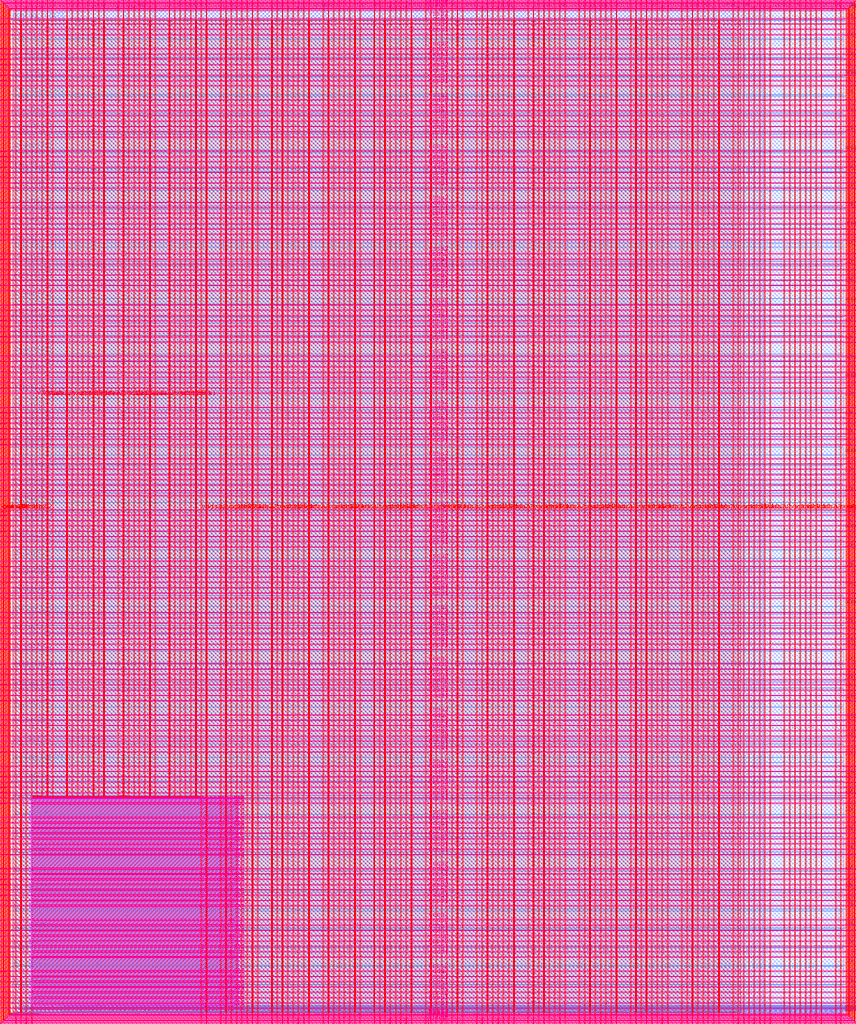
<source format=lef>
VERSION 5.7 ;
  NOWIREEXTENSIONATPIN ON ;
  DIVIDERCHAR "/" ;
  BUSBITCHARS "[]" ;
MACRO user_project_wrapper
  CLASS BLOCK ;
  FOREIGN user_project_wrapper ;
  ORIGIN 0.000 0.000 ;
  SIZE 2920.000 BY 3520.000 ;
  PIN analog_io[0]
    DIRECTION INOUT ;
    USE SIGNAL ;
    PORT
      LAYER met3 ;
        RECT 2917.600 1426.380 2924.800 1427.580 ;
    END
  END analog_io[0]
  PIN analog_io[10]
    DIRECTION INOUT ;
    USE SIGNAL ;
    PORT
      LAYER met2 ;
        RECT 2230.490 3517.600 2231.050 3524.800 ;
    END
  END analog_io[10]
  PIN analog_io[11]
    DIRECTION INOUT ;
    USE SIGNAL ;
    PORT
      LAYER met2 ;
        RECT 1905.730 3517.600 1906.290 3524.800 ;
    END
  END analog_io[11]
  PIN analog_io[12]
    DIRECTION INOUT ;
    USE SIGNAL ;
    PORT
      LAYER met2 ;
        RECT 1581.430 3517.600 1581.990 3524.800 ;
    END
  END analog_io[12]
  PIN analog_io[13]
    DIRECTION INOUT ;
    USE SIGNAL ;
    PORT
      LAYER met2 ;
        RECT 1257.130 3517.600 1257.690 3524.800 ;
    END
  END analog_io[13]
  PIN analog_io[14]
    DIRECTION INOUT ;
    USE SIGNAL ;
    PORT
      LAYER met2 ;
        RECT 932.370 3517.600 932.930 3524.800 ;
    END
  END analog_io[14]
  PIN analog_io[15]
    DIRECTION INOUT ;
    USE SIGNAL ;
    PORT
      LAYER met2 ;
        RECT 608.070 3517.600 608.630 3524.800 ;
    END
  END analog_io[15]
  PIN analog_io[16]
    DIRECTION INOUT ;
    USE SIGNAL ;
    PORT
      LAYER met2 ;
        RECT 283.770 3517.600 284.330 3524.800 ;
    END
  END analog_io[16]
  PIN analog_io[17]
    DIRECTION INOUT ;
    USE SIGNAL ;
    PORT
      LAYER met3 ;
        RECT -4.800 3486.100 2.400 3487.300 ;
    END
  END analog_io[17]
  PIN analog_io[18]
    DIRECTION INOUT ;
    USE SIGNAL ;
    PORT
      LAYER met3 ;
        RECT -4.800 3224.980 2.400 3226.180 ;
    END
  END analog_io[18]
  PIN analog_io[19]
    DIRECTION INOUT ;
    USE SIGNAL ;
    PORT
      LAYER met3 ;
        RECT -4.800 2964.540 2.400 2965.740 ;
    END
  END analog_io[19]
  PIN analog_io[1]
    DIRECTION INOUT ;
    USE SIGNAL ;
    PORT
      LAYER met3 ;
        RECT 2917.600 1692.260 2924.800 1693.460 ;
    END
  END analog_io[1]
  PIN analog_io[20]
    DIRECTION INOUT ;
    USE SIGNAL ;
    PORT
      LAYER met3 ;
        RECT -4.800 2703.420 2.400 2704.620 ;
    END
  END analog_io[20]
  PIN analog_io[21]
    DIRECTION INOUT ;
    USE SIGNAL ;
    PORT
      LAYER met3 ;
        RECT -4.800 2442.980 2.400 2444.180 ;
    END
  END analog_io[21]
  PIN analog_io[22]
    DIRECTION INOUT ;
    USE SIGNAL ;
    PORT
      LAYER met3 ;
        RECT -4.800 2182.540 2.400 2183.740 ;
    END
  END analog_io[22]
  PIN analog_io[23]
    DIRECTION INOUT ;
    USE SIGNAL ;
    PORT
      LAYER met3 ;
        RECT -4.800 1921.420 2.400 1922.620 ;
    END
  END analog_io[23]
  PIN analog_io[24]
    DIRECTION INOUT ;
    USE SIGNAL ;
    PORT
      LAYER met3 ;
        RECT -4.800 1660.980 2.400 1662.180 ;
    END
  END analog_io[24]
  PIN analog_io[25]
    DIRECTION INOUT ;
    USE SIGNAL ;
    PORT
      LAYER met3 ;
        RECT -4.800 1399.860 2.400 1401.060 ;
    END
  END analog_io[25]
  PIN analog_io[26]
    DIRECTION INOUT ;
    USE SIGNAL ;
    PORT
      LAYER met3 ;
        RECT -4.800 1139.420 2.400 1140.620 ;
    END
  END analog_io[26]
  PIN analog_io[27]
    DIRECTION INOUT ;
    USE SIGNAL ;
    PORT
      LAYER met3 ;
        RECT -4.800 878.980 2.400 880.180 ;
    END
  END analog_io[27]
  PIN analog_io[28]
    DIRECTION INOUT ;
    USE SIGNAL ;
    PORT
      LAYER met3 ;
        RECT -4.800 617.860 2.400 619.060 ;
    END
  END analog_io[28]
  PIN analog_io[2]
    DIRECTION INOUT ;
    USE SIGNAL ;
    PORT
      LAYER met3 ;
        RECT 2917.600 1958.140 2924.800 1959.340 ;
    END
  END analog_io[2]
  PIN analog_io[3]
    DIRECTION INOUT ;
    USE SIGNAL ;
    PORT
      LAYER met3 ;
        RECT 2917.600 2223.340 2924.800 2224.540 ;
    END
  END analog_io[3]
  PIN analog_io[4]
    DIRECTION INOUT ;
    USE SIGNAL ;
    PORT
      LAYER met3 ;
        RECT 2917.600 2489.220 2924.800 2490.420 ;
    END
  END analog_io[4]
  PIN analog_io[5]
    DIRECTION INOUT ;
    USE SIGNAL ;
    PORT
      LAYER met3 ;
        RECT 2917.600 2755.100 2924.800 2756.300 ;
    END
  END analog_io[5]
  PIN analog_io[6]
    DIRECTION INOUT ;
    USE SIGNAL ;
    PORT
      LAYER met3 ;
        RECT 2917.600 3020.300 2924.800 3021.500 ;
    END
  END analog_io[6]
  PIN analog_io[7]
    DIRECTION INOUT ;
    USE SIGNAL ;
    PORT
      LAYER met3 ;
        RECT 2917.600 3286.180 2924.800 3287.380 ;
    END
  END analog_io[7]
  PIN analog_io[8]
    DIRECTION INOUT ;
    USE SIGNAL ;
    PORT
      LAYER met2 ;
        RECT 2879.090 3517.600 2879.650 3524.800 ;
    END
  END analog_io[8]
  PIN analog_io[9]
    DIRECTION INOUT ;
    USE SIGNAL ;
    PORT
      LAYER met2 ;
        RECT 2554.790 3517.600 2555.350 3524.800 ;
    END
  END analog_io[9]
  PIN io_in[0]
    DIRECTION INPUT ;
    USE SIGNAL ;
    PORT
      LAYER met3 ;
        RECT 2917.600 32.380 2924.800 33.580 ;
    END
  END io_in[0]
  PIN io_in[10]
    DIRECTION INPUT ;
    USE SIGNAL ;
    PORT
      LAYER met3 ;
        RECT 2917.600 2289.980 2924.800 2291.180 ;
    END
  END io_in[10]
  PIN io_in[11]
    DIRECTION INPUT ;
    USE SIGNAL ;
    PORT
      LAYER met3 ;
        RECT 2917.600 2555.860 2924.800 2557.060 ;
    END
  END io_in[11]
  PIN io_in[12]
    DIRECTION INPUT ;
    USE SIGNAL ;
    PORT
      LAYER met3 ;
        RECT 2917.600 2821.060 2924.800 2822.260 ;
    END
  END io_in[12]
  PIN io_in[13]
    DIRECTION INPUT ;
    USE SIGNAL ;
    PORT
      LAYER met3 ;
        RECT 2917.600 3086.940 2924.800 3088.140 ;
    END
  END io_in[13]
  PIN io_in[14]
    DIRECTION INPUT ;
    USE SIGNAL ;
    PORT
      LAYER met3 ;
        RECT 2917.600 3352.820 2924.800 3354.020 ;
    END
  END io_in[14]
  PIN io_in[15]
    DIRECTION INPUT ;
    USE SIGNAL ;
    PORT
      LAYER met2 ;
        RECT 2798.130 3517.600 2798.690 3524.800 ;
    END
  END io_in[15]
  PIN io_in[16]
    DIRECTION INPUT ;
    USE SIGNAL ;
    PORT
      LAYER met2 ;
        RECT 2473.830 3517.600 2474.390 3524.800 ;
    END
  END io_in[16]
  PIN io_in[17]
    DIRECTION INPUT ;
    USE SIGNAL ;
    PORT
      LAYER met2 ;
        RECT 2149.070 3517.600 2149.630 3524.800 ;
    END
  END io_in[17]
  PIN io_in[18]
    DIRECTION INPUT ;
    USE SIGNAL ;
    PORT
      LAYER met2 ;
        RECT 1824.770 3517.600 1825.330 3524.800 ;
    END
  END io_in[18]
  PIN io_in[19]
    DIRECTION INPUT ;
    USE SIGNAL ;
    PORT
      LAYER met2 ;
        RECT 1500.470 3517.600 1501.030 3524.800 ;
    END
  END io_in[19]
  PIN io_in[1]
    DIRECTION INPUT ;
    USE SIGNAL ;
    PORT
      LAYER met3 ;
        RECT 2917.600 230.940 2924.800 232.140 ;
    END
  END io_in[1]
  PIN io_in[20]
    DIRECTION INPUT ;
    USE SIGNAL ;
    PORT
      LAYER met2 ;
        RECT 1175.710 3517.600 1176.270 3524.800 ;
    END
  END io_in[20]
  PIN io_in[21]
    DIRECTION INPUT ;
    USE SIGNAL ;
    PORT
      LAYER met2 ;
        RECT 851.410 3517.600 851.970 3524.800 ;
    END
  END io_in[21]
  PIN io_in[22]
    DIRECTION INPUT ;
    USE SIGNAL ;
    PORT
      LAYER met2 ;
        RECT 527.110 3517.600 527.670 3524.800 ;
    END
  END io_in[22]
  PIN io_in[23]
    DIRECTION INPUT ;
    USE SIGNAL ;
    PORT
      LAYER met2 ;
        RECT 202.350 3517.600 202.910 3524.800 ;
    END
  END io_in[23]
  PIN io_in[24]
    DIRECTION INPUT ;
    USE SIGNAL ;
    PORT
      LAYER met3 ;
        RECT -4.800 3420.820 2.400 3422.020 ;
    END
  END io_in[24]
  PIN io_in[25]
    DIRECTION INPUT ;
    USE SIGNAL ;
    PORT
      LAYER met3 ;
        RECT -4.800 3159.700 2.400 3160.900 ;
    END
  END io_in[25]
  PIN io_in[26]
    DIRECTION INPUT ;
    USE SIGNAL ;
    PORT
      LAYER met3 ;
        RECT -4.800 2899.260 2.400 2900.460 ;
    END
  END io_in[26]
  PIN io_in[27]
    DIRECTION INPUT ;
    USE SIGNAL ;
    PORT
      LAYER met3 ;
        RECT -4.800 2638.820 2.400 2640.020 ;
    END
  END io_in[27]
  PIN io_in[28]
    DIRECTION INPUT ;
    USE SIGNAL ;
    PORT
      LAYER met3 ;
        RECT -4.800 2377.700 2.400 2378.900 ;
    END
  END io_in[28]
  PIN io_in[29]
    DIRECTION INPUT ;
    USE SIGNAL ;
    PORT
      LAYER met3 ;
        RECT -4.800 2117.260 2.400 2118.460 ;
    END
  END io_in[29]
  PIN io_in[2]
    DIRECTION INPUT ;
    USE SIGNAL ;
    PORT
      LAYER met3 ;
        RECT 2917.600 430.180 2924.800 431.380 ;
    END
  END io_in[2]
  PIN io_in[30]
    DIRECTION INPUT ;
    USE SIGNAL ;
    PORT
      LAYER met3 ;
        RECT -4.800 1856.140 2.400 1857.340 ;
    END
  END io_in[30]
  PIN io_in[31]
    DIRECTION INPUT ;
    USE SIGNAL ;
    PORT
      LAYER met3 ;
        RECT -4.800 1595.700 2.400 1596.900 ;
    END
  END io_in[31]
  PIN io_in[32]
    DIRECTION INPUT ;
    USE SIGNAL ;
    PORT
      LAYER met3 ;
        RECT -4.800 1335.260 2.400 1336.460 ;
    END
  END io_in[32]
  PIN io_in[33]
    DIRECTION INPUT ;
    USE SIGNAL ;
    PORT
      LAYER met3 ;
        RECT -4.800 1074.140 2.400 1075.340 ;
    END
  END io_in[33]
  PIN io_in[34]
    DIRECTION INPUT ;
    USE SIGNAL ;
    PORT
      LAYER met3 ;
        RECT -4.800 813.700 2.400 814.900 ;
    END
  END io_in[34]
  PIN io_in[35]
    DIRECTION INPUT ;
    USE SIGNAL ;
    PORT
      LAYER met3 ;
        RECT -4.800 552.580 2.400 553.780 ;
    END
  END io_in[35]
  PIN io_in[36]
    DIRECTION INPUT ;
    USE SIGNAL ;
    PORT
      LAYER met3 ;
        RECT -4.800 357.420 2.400 358.620 ;
    END
  END io_in[36]
  PIN io_in[37]
    DIRECTION INPUT ;
    USE SIGNAL ;
    PORT
      LAYER met3 ;
        RECT -4.800 161.580 2.400 162.780 ;
    END
  END io_in[37]
  PIN io_in[3]
    DIRECTION INPUT ;
    USE SIGNAL ;
    PORT
      LAYER met3 ;
        RECT 2917.600 629.420 2924.800 630.620 ;
    END
  END io_in[3]
  PIN io_in[4]
    DIRECTION INPUT ;
    USE SIGNAL ;
    PORT
      LAYER met3 ;
        RECT 2917.600 828.660 2924.800 829.860 ;
    END
  END io_in[4]
  PIN io_in[5]
    DIRECTION INPUT ;
    USE SIGNAL ;
    PORT
      LAYER met3 ;
        RECT 2917.600 1027.900 2924.800 1029.100 ;
    END
  END io_in[5]
  PIN io_in[6]
    DIRECTION INPUT ;
    USE SIGNAL ;
    ANTENNAGATEAREA 0.647700 ;
    ANTENNADIFFAREA 0.434700 ;
    PORT
      LAYER met3 ;
        RECT 2917.600 1227.140 2924.800 1228.340 ;
    END
  END io_in[6]
  PIN io_in[7]
    DIRECTION INPUT ;
    USE SIGNAL ;
    PORT
      LAYER met3 ;
        RECT 2917.600 1493.020 2924.800 1494.220 ;
    END
  END io_in[7]
  PIN io_in[8]
    DIRECTION INPUT ;
    USE SIGNAL ;
    PORT
      LAYER met3 ;
        RECT 2917.600 1758.900 2924.800 1760.100 ;
    END
  END io_in[8]
  PIN io_in[9]
    DIRECTION INPUT ;
    USE SIGNAL ;
    PORT
      LAYER met3 ;
        RECT 2917.600 2024.100 2924.800 2025.300 ;
    END
  END io_in[9]
  PIN io_oeb[0]
    DIRECTION OUTPUT ;
    USE SIGNAL ;
    PORT
      LAYER met3 ;
        RECT 2917.600 164.980 2924.800 166.180 ;
    END
  END io_oeb[0]
  PIN io_oeb[10]
    DIRECTION OUTPUT ;
    USE SIGNAL ;
    PORT
      LAYER met3 ;
        RECT 2917.600 2422.580 2924.800 2423.780 ;
    END
  END io_oeb[10]
  PIN io_oeb[11]
    DIRECTION OUTPUT ;
    USE SIGNAL ;
    PORT
      LAYER met3 ;
        RECT 2917.600 2688.460 2924.800 2689.660 ;
    END
  END io_oeb[11]
  PIN io_oeb[12]
    DIRECTION OUTPUT ;
    USE SIGNAL ;
    PORT
      LAYER met3 ;
        RECT 2917.600 2954.340 2924.800 2955.540 ;
    END
  END io_oeb[12]
  PIN io_oeb[13]
    DIRECTION OUTPUT ;
    USE SIGNAL ;
    PORT
      LAYER met3 ;
        RECT 2917.600 3219.540 2924.800 3220.740 ;
    END
  END io_oeb[13]
  PIN io_oeb[14]
    DIRECTION OUTPUT ;
    USE SIGNAL ;
    PORT
      LAYER met3 ;
        RECT 2917.600 3485.420 2924.800 3486.620 ;
    END
  END io_oeb[14]
  PIN io_oeb[15]
    DIRECTION OUTPUT ;
    USE SIGNAL ;
    PORT
      LAYER met2 ;
        RECT 2635.750 3517.600 2636.310 3524.800 ;
    END
  END io_oeb[15]
  PIN io_oeb[16]
    DIRECTION OUTPUT ;
    USE SIGNAL ;
    PORT
      LAYER met2 ;
        RECT 2311.450 3517.600 2312.010 3524.800 ;
    END
  END io_oeb[16]
  PIN io_oeb[17]
    DIRECTION OUTPUT ;
    USE SIGNAL ;
    PORT
      LAYER met2 ;
        RECT 1987.150 3517.600 1987.710 3524.800 ;
    END
  END io_oeb[17]
  PIN io_oeb[18]
    DIRECTION OUTPUT ;
    USE SIGNAL ;
    PORT
      LAYER met2 ;
        RECT 1662.390 3517.600 1662.950 3524.800 ;
    END
  END io_oeb[18]
  PIN io_oeb[19]
    DIRECTION OUTPUT ;
    USE SIGNAL ;
    PORT
      LAYER met2 ;
        RECT 1338.090 3517.600 1338.650 3524.800 ;
    END
  END io_oeb[19]
  PIN io_oeb[1]
    DIRECTION OUTPUT ;
    USE SIGNAL ;
    PORT
      LAYER met3 ;
        RECT 2917.600 364.220 2924.800 365.420 ;
    END
  END io_oeb[1]
  PIN io_oeb[20]
    DIRECTION OUTPUT ;
    USE SIGNAL ;
    PORT
      LAYER met2 ;
        RECT 1013.790 3517.600 1014.350 3524.800 ;
    END
  END io_oeb[20]
  PIN io_oeb[21]
    DIRECTION OUTPUT ;
    USE SIGNAL ;
    PORT
      LAYER met2 ;
        RECT 689.030 3517.600 689.590 3524.800 ;
    END
  END io_oeb[21]
  PIN io_oeb[22]
    DIRECTION OUTPUT ;
    USE SIGNAL ;
    PORT
      LAYER met2 ;
        RECT 364.730 3517.600 365.290 3524.800 ;
    END
  END io_oeb[22]
  PIN io_oeb[23]
    DIRECTION OUTPUT ;
    USE SIGNAL ;
    PORT
      LAYER met2 ;
        RECT 40.430 3517.600 40.990 3524.800 ;
    END
  END io_oeb[23]
  PIN io_oeb[24]
    DIRECTION OUTPUT ;
    USE SIGNAL ;
    PORT
      LAYER met3 ;
        RECT -4.800 3290.260 2.400 3291.460 ;
    END
  END io_oeb[24]
  PIN io_oeb[25]
    DIRECTION OUTPUT ;
    USE SIGNAL ;
    PORT
      LAYER met3 ;
        RECT -4.800 3029.820 2.400 3031.020 ;
    END
  END io_oeb[25]
  PIN io_oeb[26]
    DIRECTION OUTPUT ;
    USE SIGNAL ;
    PORT
      LAYER met3 ;
        RECT -4.800 2768.700 2.400 2769.900 ;
    END
  END io_oeb[26]
  PIN io_oeb[27]
    DIRECTION OUTPUT ;
    USE SIGNAL ;
    PORT
      LAYER met3 ;
        RECT -4.800 2508.260 2.400 2509.460 ;
    END
  END io_oeb[27]
  PIN io_oeb[28]
    DIRECTION OUTPUT ;
    USE SIGNAL ;
    PORT
      LAYER met3 ;
        RECT -4.800 2247.140 2.400 2248.340 ;
    END
  END io_oeb[28]
  PIN io_oeb[29]
    DIRECTION OUTPUT ;
    USE SIGNAL ;
    PORT
      LAYER met3 ;
        RECT -4.800 1986.700 2.400 1987.900 ;
    END
  END io_oeb[29]
  PIN io_oeb[2]
    DIRECTION OUTPUT ;
    USE SIGNAL ;
    PORT
      LAYER met3 ;
        RECT 2917.600 563.460 2924.800 564.660 ;
    END
  END io_oeb[2]
  PIN io_oeb[30]
    DIRECTION OUTPUT ;
    USE SIGNAL ;
    PORT
      LAYER met3 ;
        RECT -4.800 1726.260 2.400 1727.460 ;
    END
  END io_oeb[30]
  PIN io_oeb[31]
    DIRECTION OUTPUT ;
    USE SIGNAL ;
    PORT
      LAYER met3 ;
        RECT -4.800 1465.140 2.400 1466.340 ;
    END
  END io_oeb[31]
  PIN io_oeb[32]
    DIRECTION OUTPUT ;
    USE SIGNAL ;
    PORT
      LAYER met3 ;
        RECT -4.800 1204.700 2.400 1205.900 ;
    END
  END io_oeb[32]
  PIN io_oeb[33]
    DIRECTION OUTPUT ;
    USE SIGNAL ;
    PORT
      LAYER met3 ;
        RECT -4.800 943.580 2.400 944.780 ;
    END
  END io_oeb[33]
  PIN io_oeb[34]
    DIRECTION OUTPUT ;
    USE SIGNAL ;
    PORT
      LAYER met3 ;
        RECT -4.800 683.140 2.400 684.340 ;
    END
  END io_oeb[34]
  PIN io_oeb[35]
    DIRECTION OUTPUT ;
    USE SIGNAL ;
    PORT
      LAYER met3 ;
        RECT -4.800 422.700 2.400 423.900 ;
    END
  END io_oeb[35]
  PIN io_oeb[36]
    DIRECTION OUTPUT ;
    USE SIGNAL ;
    PORT
      LAYER met3 ;
        RECT -4.800 226.860 2.400 228.060 ;
    END
  END io_oeb[36]
  PIN io_oeb[37]
    DIRECTION OUTPUT ;
    USE SIGNAL ;
    PORT
      LAYER met3 ;
        RECT -4.800 31.700 2.400 32.900 ;
    END
  END io_oeb[37]
  PIN io_oeb[3]
    DIRECTION OUTPUT ;
    USE SIGNAL ;
    PORT
      LAYER met3 ;
        RECT 2917.600 762.700 2924.800 763.900 ;
    END
  END io_oeb[3]
  PIN io_oeb[4]
    DIRECTION OUTPUT ;
    USE SIGNAL ;
    PORT
      LAYER met3 ;
        RECT 2917.600 961.940 2924.800 963.140 ;
    END
  END io_oeb[4]
  PIN io_oeb[5]
    DIRECTION OUTPUT ;
    USE SIGNAL ;
    PORT
      LAYER met3 ;
        RECT 2917.600 1161.180 2924.800 1162.380 ;
    END
  END io_oeb[5]
  PIN io_oeb[6]
    DIRECTION OUTPUT ;
    USE SIGNAL ;
    PORT
      LAYER met3 ;
        RECT 2917.600 1360.420 2924.800 1361.620 ;
    END
  END io_oeb[6]
  PIN io_oeb[7]
    DIRECTION OUTPUT ;
    USE SIGNAL ;
    PORT
      LAYER met3 ;
        RECT 2917.600 1625.620 2924.800 1626.820 ;
    END
  END io_oeb[7]
  PIN io_oeb[8]
    DIRECTION OUTPUT ;
    USE SIGNAL ;
    PORT
      LAYER met3 ;
        RECT 2917.600 1891.500 2924.800 1892.700 ;
    END
  END io_oeb[8]
  PIN io_oeb[9]
    DIRECTION OUTPUT ;
    USE SIGNAL ;
    PORT
      LAYER met3 ;
        RECT 2917.600 2157.380 2924.800 2158.580 ;
    END
  END io_oeb[9]
  PIN io_out[0]
    DIRECTION OUTPUT ;
    USE SIGNAL ;
    PORT
      LAYER met3 ;
        RECT 2917.600 98.340 2924.800 99.540 ;
    END
  END io_out[0]
  PIN io_out[10]
    DIRECTION OUTPUT ;
    USE SIGNAL ;
    PORT
      LAYER met3 ;
        RECT 2917.600 2356.620 2924.800 2357.820 ;
    END
  END io_out[10]
  PIN io_out[11]
    DIRECTION OUTPUT ;
    USE SIGNAL ;
    PORT
      LAYER met3 ;
        RECT 2917.600 2621.820 2924.800 2623.020 ;
    END
  END io_out[11]
  PIN io_out[12]
    DIRECTION OUTPUT ;
    USE SIGNAL ;
    PORT
      LAYER met3 ;
        RECT 2917.600 2887.700 2924.800 2888.900 ;
    END
  END io_out[12]
  PIN io_out[13]
    DIRECTION OUTPUT ;
    USE SIGNAL ;
    PORT
      LAYER met3 ;
        RECT 2917.600 3153.580 2924.800 3154.780 ;
    END
  END io_out[13]
  PIN io_out[14]
    DIRECTION OUTPUT ;
    USE SIGNAL ;
    PORT
      LAYER met3 ;
        RECT 2917.600 3418.780 2924.800 3419.980 ;
    END
  END io_out[14]
  PIN io_out[15]
    DIRECTION OUTPUT ;
    USE SIGNAL ;
    PORT
      LAYER met2 ;
        RECT 2717.170 3517.600 2717.730 3524.800 ;
    END
  END io_out[15]
  PIN io_out[16]
    DIRECTION OUTPUT ;
    USE SIGNAL ;
    PORT
      LAYER met2 ;
        RECT 2392.410 3517.600 2392.970 3524.800 ;
    END
  END io_out[16]
  PIN io_out[17]
    DIRECTION OUTPUT ;
    USE SIGNAL ;
    PORT
      LAYER met2 ;
        RECT 2068.110 3517.600 2068.670 3524.800 ;
    END
  END io_out[17]
  PIN io_out[18]
    DIRECTION OUTPUT ;
    USE SIGNAL ;
    PORT
      LAYER met2 ;
        RECT 1743.810 3517.600 1744.370 3524.800 ;
    END
  END io_out[18]
  PIN io_out[19]
    DIRECTION OUTPUT ;
    USE SIGNAL ;
    PORT
      LAYER met2 ;
        RECT 1419.050 3517.600 1419.610 3524.800 ;
    END
  END io_out[19]
  PIN io_out[1]
    DIRECTION OUTPUT ;
    USE SIGNAL ;
    PORT
      LAYER met3 ;
        RECT 2917.600 297.580 2924.800 298.780 ;
    END
  END io_out[1]
  PIN io_out[20]
    DIRECTION OUTPUT ;
    USE SIGNAL ;
    PORT
      LAYER met2 ;
        RECT 1094.750 3517.600 1095.310 3524.800 ;
    END
  END io_out[20]
  PIN io_out[21]
    DIRECTION OUTPUT ;
    USE SIGNAL ;
    PORT
      LAYER met2 ;
        RECT 770.450 3517.600 771.010 3524.800 ;
    END
  END io_out[21]
  PIN io_out[22]
    DIRECTION OUTPUT ;
    USE SIGNAL ;
    PORT
      LAYER met2 ;
        RECT 445.690 3517.600 446.250 3524.800 ;
    END
  END io_out[22]
  PIN io_out[23]
    DIRECTION OUTPUT ;
    USE SIGNAL ;
    PORT
      LAYER met2 ;
        RECT 121.390 3517.600 121.950 3524.800 ;
    END
  END io_out[23]
  PIN io_out[24]
    DIRECTION OUTPUT ;
    USE SIGNAL ;
    PORT
      LAYER met3 ;
        RECT -4.800 3355.540 2.400 3356.740 ;
    END
  END io_out[24]
  PIN io_out[25]
    DIRECTION OUTPUT ;
    USE SIGNAL ;
    PORT
      LAYER met3 ;
        RECT -4.800 3095.100 2.400 3096.300 ;
    END
  END io_out[25]
  PIN io_out[26]
    DIRECTION OUTPUT ;
    USE SIGNAL ;
    PORT
      LAYER met3 ;
        RECT -4.800 2833.980 2.400 2835.180 ;
    END
  END io_out[26]
  PIN io_out[27]
    DIRECTION OUTPUT ;
    USE SIGNAL ;
    PORT
      LAYER met3 ;
        RECT -4.800 2573.540 2.400 2574.740 ;
    END
  END io_out[27]
  PIN io_out[28]
    DIRECTION OUTPUT ;
    USE SIGNAL ;
    PORT
      LAYER met3 ;
        RECT -4.800 2312.420 2.400 2313.620 ;
    END
  END io_out[28]
  PIN io_out[29]
    DIRECTION OUTPUT ;
    USE SIGNAL ;
    PORT
      LAYER met3 ;
        RECT -4.800 2051.980 2.400 2053.180 ;
    END
  END io_out[29]
  PIN io_out[2]
    DIRECTION OUTPUT ;
    USE SIGNAL ;
    PORT
      LAYER met3 ;
        RECT 2917.600 496.820 2924.800 498.020 ;
    END
  END io_out[2]
  PIN io_out[30]
    DIRECTION OUTPUT ;
    USE SIGNAL ;
    PORT
      LAYER met3 ;
        RECT -4.800 1791.540 2.400 1792.740 ;
    END
  END io_out[30]
  PIN io_out[31]
    DIRECTION OUTPUT ;
    USE SIGNAL ;
    PORT
      LAYER met3 ;
        RECT -4.800 1530.420 2.400 1531.620 ;
    END
  END io_out[31]
  PIN io_out[32]
    DIRECTION OUTPUT ;
    USE SIGNAL ;
    PORT
      LAYER met3 ;
        RECT -4.800 1269.980 2.400 1271.180 ;
    END
  END io_out[32]
  PIN io_out[33]
    DIRECTION OUTPUT ;
    USE SIGNAL ;
    PORT
      LAYER met3 ;
        RECT -4.800 1008.860 2.400 1010.060 ;
    END
  END io_out[33]
  PIN io_out[34]
    DIRECTION OUTPUT ;
    USE SIGNAL ;
    PORT
      LAYER met3 ;
        RECT -4.800 748.420 2.400 749.620 ;
    END
  END io_out[34]
  PIN io_out[35]
    DIRECTION OUTPUT ;
    USE SIGNAL ;
    PORT
      LAYER met3 ;
        RECT -4.800 487.300 2.400 488.500 ;
    END
  END io_out[35]
  PIN io_out[36]
    DIRECTION OUTPUT ;
    USE SIGNAL ;
    PORT
      LAYER met3 ;
        RECT -4.800 292.140 2.400 293.340 ;
    END
  END io_out[36]
  PIN io_out[37]
    DIRECTION OUTPUT ;
    USE SIGNAL ;
    PORT
      LAYER met3 ;
        RECT -4.800 96.300 2.400 97.500 ;
    END
  END io_out[37]
  PIN io_out[3]
    DIRECTION OUTPUT ;
    USE SIGNAL ;
    PORT
      LAYER met3 ;
        RECT 2917.600 696.060 2924.800 697.260 ;
    END
  END io_out[3]
  PIN io_out[4]
    DIRECTION OUTPUT ;
    USE SIGNAL ;
    PORT
      LAYER met3 ;
        RECT 2917.600 895.300 2924.800 896.500 ;
    END
  END io_out[4]
  PIN io_out[5]
    DIRECTION OUTPUT ;
    USE SIGNAL ;
    ANTENNADIFFAREA 2.673000 ;
    PORT
      LAYER met3 ;
        RECT 2917.600 1094.540 2924.800 1095.740 ;
    END
  END io_out[5]
  PIN io_out[6]
    DIRECTION OUTPUT ;
    USE SIGNAL ;
    PORT
      LAYER met3 ;
        RECT 2917.600 1293.780 2924.800 1294.980 ;
    END
  END io_out[6]
  PIN io_out[7]
    DIRECTION OUTPUT ;
    USE SIGNAL ;
    ANTENNADIFFAREA 2.673000 ;
    PORT
      LAYER met3 ;
        RECT 2917.600 1559.660 2924.800 1560.860 ;
    END
  END io_out[7]
  PIN io_out[8]
    DIRECTION OUTPUT ;
    USE SIGNAL ;
    PORT
      LAYER met3 ;
        RECT 2917.600 1824.860 2924.800 1826.060 ;
    END
  END io_out[8]
  PIN io_out[9]
    DIRECTION OUTPUT ;
    USE SIGNAL ;
    PORT
      LAYER met3 ;
        RECT 2917.600 2090.740 2924.800 2091.940 ;
    END
  END io_out[9]
  PIN la_data_in[0]
    DIRECTION INPUT ;
    USE SIGNAL ;
    PORT
      LAYER met2 ;
        RECT 629.230 -4.800 629.790 2.400 ;
    END
  END la_data_in[0]
  PIN la_data_in[100]
    DIRECTION INPUT ;
    USE SIGNAL ;
    PORT
      LAYER met2 ;
        RECT 2402.530 -4.800 2403.090 2.400 ;
    END
  END la_data_in[100]
  PIN la_data_in[101]
    DIRECTION INPUT ;
    USE SIGNAL ;
    PORT
      LAYER met2 ;
        RECT 2420.010 -4.800 2420.570 2.400 ;
    END
  END la_data_in[101]
  PIN la_data_in[102]
    DIRECTION INPUT ;
    USE SIGNAL ;
    PORT
      LAYER met2 ;
        RECT 2437.950 -4.800 2438.510 2.400 ;
    END
  END la_data_in[102]
  PIN la_data_in[103]
    DIRECTION INPUT ;
    USE SIGNAL ;
    PORT
      LAYER met2 ;
        RECT 2455.430 -4.800 2455.990 2.400 ;
    END
  END la_data_in[103]
  PIN la_data_in[104]
    DIRECTION INPUT ;
    USE SIGNAL ;
    PORT
      LAYER met2 ;
        RECT 2473.370 -4.800 2473.930 2.400 ;
    END
  END la_data_in[104]
  PIN la_data_in[105]
    DIRECTION INPUT ;
    USE SIGNAL ;
    PORT
      LAYER met2 ;
        RECT 2490.850 -4.800 2491.410 2.400 ;
    END
  END la_data_in[105]
  PIN la_data_in[106]
    DIRECTION INPUT ;
    USE SIGNAL ;
    PORT
      LAYER met2 ;
        RECT 2508.790 -4.800 2509.350 2.400 ;
    END
  END la_data_in[106]
  PIN la_data_in[107]
    DIRECTION INPUT ;
    USE SIGNAL ;
    PORT
      LAYER met2 ;
        RECT 2526.730 -4.800 2527.290 2.400 ;
    END
  END la_data_in[107]
  PIN la_data_in[108]
    DIRECTION INPUT ;
    USE SIGNAL ;
    PORT
      LAYER met2 ;
        RECT 2544.210 -4.800 2544.770 2.400 ;
    END
  END la_data_in[108]
  PIN la_data_in[109]
    DIRECTION INPUT ;
    USE SIGNAL ;
    PORT
      LAYER met2 ;
        RECT 2562.150 -4.800 2562.710 2.400 ;
    END
  END la_data_in[109]
  PIN la_data_in[10]
    DIRECTION INPUT ;
    USE SIGNAL ;
    PORT
      LAYER met2 ;
        RECT 806.330 -4.800 806.890 2.400 ;
    END
  END la_data_in[10]
  PIN la_data_in[110]
    DIRECTION INPUT ;
    USE SIGNAL ;
    PORT
      LAYER met2 ;
        RECT 2579.630 -4.800 2580.190 2.400 ;
    END
  END la_data_in[110]
  PIN la_data_in[111]
    DIRECTION INPUT ;
    USE SIGNAL ;
    PORT
      LAYER met2 ;
        RECT 2597.570 -4.800 2598.130 2.400 ;
    END
  END la_data_in[111]
  PIN la_data_in[112]
    DIRECTION INPUT ;
    USE SIGNAL ;
    PORT
      LAYER met2 ;
        RECT 2615.050 -4.800 2615.610 2.400 ;
    END
  END la_data_in[112]
  PIN la_data_in[113]
    DIRECTION INPUT ;
    USE SIGNAL ;
    PORT
      LAYER met2 ;
        RECT 2632.990 -4.800 2633.550 2.400 ;
    END
  END la_data_in[113]
  PIN la_data_in[114]
    DIRECTION INPUT ;
    USE SIGNAL ;
    PORT
      LAYER met2 ;
        RECT 2650.470 -4.800 2651.030 2.400 ;
    END
  END la_data_in[114]
  PIN la_data_in[115]
    DIRECTION INPUT ;
    USE SIGNAL ;
    PORT
      LAYER met2 ;
        RECT 2668.410 -4.800 2668.970 2.400 ;
    END
  END la_data_in[115]
  PIN la_data_in[116]
    DIRECTION INPUT ;
    USE SIGNAL ;
    PORT
      LAYER met2 ;
        RECT 2685.890 -4.800 2686.450 2.400 ;
    END
  END la_data_in[116]
  PIN la_data_in[117]
    DIRECTION INPUT ;
    USE SIGNAL ;
    PORT
      LAYER met2 ;
        RECT 2703.830 -4.800 2704.390 2.400 ;
    END
  END la_data_in[117]
  PIN la_data_in[118]
    DIRECTION INPUT ;
    USE SIGNAL ;
    PORT
      LAYER met2 ;
        RECT 2721.770 -4.800 2722.330 2.400 ;
    END
  END la_data_in[118]
  PIN la_data_in[119]
    DIRECTION INPUT ;
    USE SIGNAL ;
    PORT
      LAYER met2 ;
        RECT 2739.250 -4.800 2739.810 2.400 ;
    END
  END la_data_in[119]
  PIN la_data_in[11]
    DIRECTION INPUT ;
    USE SIGNAL ;
    PORT
      LAYER met2 ;
        RECT 824.270 -4.800 824.830 2.400 ;
    END
  END la_data_in[11]
  PIN la_data_in[120]
    DIRECTION INPUT ;
    USE SIGNAL ;
    PORT
      LAYER met2 ;
        RECT 2757.190 -4.800 2757.750 2.400 ;
    END
  END la_data_in[120]
  PIN la_data_in[121]
    DIRECTION INPUT ;
    USE SIGNAL ;
    PORT
      LAYER met2 ;
        RECT 2774.670 -4.800 2775.230 2.400 ;
    END
  END la_data_in[121]
  PIN la_data_in[122]
    DIRECTION INPUT ;
    USE SIGNAL ;
    PORT
      LAYER met2 ;
        RECT 2792.610 -4.800 2793.170 2.400 ;
    END
  END la_data_in[122]
  PIN la_data_in[123]
    DIRECTION INPUT ;
    USE SIGNAL ;
    PORT
      LAYER met2 ;
        RECT 2810.090 -4.800 2810.650 2.400 ;
    END
  END la_data_in[123]
  PIN la_data_in[124]
    DIRECTION INPUT ;
    USE SIGNAL ;
    PORT
      LAYER met2 ;
        RECT 2828.030 -4.800 2828.590 2.400 ;
    END
  END la_data_in[124]
  PIN la_data_in[125]
    DIRECTION INPUT ;
    USE SIGNAL ;
    PORT
      LAYER met2 ;
        RECT 2845.510 -4.800 2846.070 2.400 ;
    END
  END la_data_in[125]
  PIN la_data_in[126]
    DIRECTION INPUT ;
    USE SIGNAL ;
    PORT
      LAYER met2 ;
        RECT 2863.450 -4.800 2864.010 2.400 ;
    END
  END la_data_in[126]
  PIN la_data_in[127]
    DIRECTION INPUT ;
    USE SIGNAL ;
    PORT
      LAYER met2 ;
        RECT 2881.390 -4.800 2881.950 2.400 ;
    END
  END la_data_in[127]
  PIN la_data_in[12]
    DIRECTION INPUT ;
    USE SIGNAL ;
    PORT
      LAYER met2 ;
        RECT 841.750 -4.800 842.310 2.400 ;
    END
  END la_data_in[12]
  PIN la_data_in[13]
    DIRECTION INPUT ;
    USE SIGNAL ;
    PORT
      LAYER met2 ;
        RECT 859.690 -4.800 860.250 2.400 ;
    END
  END la_data_in[13]
  PIN la_data_in[14]
    DIRECTION INPUT ;
    USE SIGNAL ;
    PORT
      LAYER met2 ;
        RECT 877.170 -4.800 877.730 2.400 ;
    END
  END la_data_in[14]
  PIN la_data_in[15]
    DIRECTION INPUT ;
    USE SIGNAL ;
    PORT
      LAYER met2 ;
        RECT 895.110 -4.800 895.670 2.400 ;
    END
  END la_data_in[15]
  PIN la_data_in[16]
    DIRECTION INPUT ;
    USE SIGNAL ;
    PORT
      LAYER met2 ;
        RECT 912.590 -4.800 913.150 2.400 ;
    END
  END la_data_in[16]
  PIN la_data_in[17]
    DIRECTION INPUT ;
    USE SIGNAL ;
    PORT
      LAYER met2 ;
        RECT 930.530 -4.800 931.090 2.400 ;
    END
  END la_data_in[17]
  PIN la_data_in[18]
    DIRECTION INPUT ;
    USE SIGNAL ;
    PORT
      LAYER met2 ;
        RECT 948.470 -4.800 949.030 2.400 ;
    END
  END la_data_in[18]
  PIN la_data_in[19]
    DIRECTION INPUT ;
    USE SIGNAL ;
    PORT
      LAYER met2 ;
        RECT 965.950 -4.800 966.510 2.400 ;
    END
  END la_data_in[19]
  PIN la_data_in[1]
    DIRECTION INPUT ;
    USE SIGNAL ;
    PORT
      LAYER met2 ;
        RECT 646.710 -4.800 647.270 2.400 ;
    END
  END la_data_in[1]
  PIN la_data_in[20]
    DIRECTION INPUT ;
    USE SIGNAL ;
    PORT
      LAYER met2 ;
        RECT 983.890 -4.800 984.450 2.400 ;
    END
  END la_data_in[20]
  PIN la_data_in[21]
    DIRECTION INPUT ;
    USE SIGNAL ;
    PORT
      LAYER met2 ;
        RECT 1001.370 -4.800 1001.930 2.400 ;
    END
  END la_data_in[21]
  PIN la_data_in[22]
    DIRECTION INPUT ;
    USE SIGNAL ;
    PORT
      LAYER met2 ;
        RECT 1019.310 -4.800 1019.870 2.400 ;
    END
  END la_data_in[22]
  PIN la_data_in[23]
    DIRECTION INPUT ;
    USE SIGNAL ;
    PORT
      LAYER met2 ;
        RECT 1036.790 -4.800 1037.350 2.400 ;
    END
  END la_data_in[23]
  PIN la_data_in[24]
    DIRECTION INPUT ;
    USE SIGNAL ;
    PORT
      LAYER met2 ;
        RECT 1054.730 -4.800 1055.290 2.400 ;
    END
  END la_data_in[24]
  PIN la_data_in[25]
    DIRECTION INPUT ;
    USE SIGNAL ;
    PORT
      LAYER met2 ;
        RECT 1072.210 -4.800 1072.770 2.400 ;
    END
  END la_data_in[25]
  PIN la_data_in[26]
    DIRECTION INPUT ;
    USE SIGNAL ;
    PORT
      LAYER met2 ;
        RECT 1090.150 -4.800 1090.710 2.400 ;
    END
  END la_data_in[26]
  PIN la_data_in[27]
    DIRECTION INPUT ;
    USE SIGNAL ;
    PORT
      LAYER met2 ;
        RECT 1107.630 -4.800 1108.190 2.400 ;
    END
  END la_data_in[27]
  PIN la_data_in[28]
    DIRECTION INPUT ;
    USE SIGNAL ;
    PORT
      LAYER met2 ;
        RECT 1125.570 -4.800 1126.130 2.400 ;
    END
  END la_data_in[28]
  PIN la_data_in[29]
    DIRECTION INPUT ;
    USE SIGNAL ;
    PORT
      LAYER met2 ;
        RECT 1143.510 -4.800 1144.070 2.400 ;
    END
  END la_data_in[29]
  PIN la_data_in[2]
    DIRECTION INPUT ;
    USE SIGNAL ;
    PORT
      LAYER met2 ;
        RECT 664.650 -4.800 665.210 2.400 ;
    END
  END la_data_in[2]
  PIN la_data_in[30]
    DIRECTION INPUT ;
    USE SIGNAL ;
    PORT
      LAYER met2 ;
        RECT 1160.990 -4.800 1161.550 2.400 ;
    END
  END la_data_in[30]
  PIN la_data_in[31]
    DIRECTION INPUT ;
    USE SIGNAL ;
    PORT
      LAYER met2 ;
        RECT 1178.930 -4.800 1179.490 2.400 ;
    END
  END la_data_in[31]
  PIN la_data_in[32]
    DIRECTION INPUT ;
    USE SIGNAL ;
    PORT
      LAYER met2 ;
        RECT 1196.410 -4.800 1196.970 2.400 ;
    END
  END la_data_in[32]
  PIN la_data_in[33]
    DIRECTION INPUT ;
    USE SIGNAL ;
    PORT
      LAYER met2 ;
        RECT 1214.350 -4.800 1214.910 2.400 ;
    END
  END la_data_in[33]
  PIN la_data_in[34]
    DIRECTION INPUT ;
    USE SIGNAL ;
    PORT
      LAYER met2 ;
        RECT 1231.830 -4.800 1232.390 2.400 ;
    END
  END la_data_in[34]
  PIN la_data_in[35]
    DIRECTION INPUT ;
    USE SIGNAL ;
    PORT
      LAYER met2 ;
        RECT 1249.770 -4.800 1250.330 2.400 ;
    END
  END la_data_in[35]
  PIN la_data_in[36]
    DIRECTION INPUT ;
    USE SIGNAL ;
    PORT
      LAYER met2 ;
        RECT 1267.250 -4.800 1267.810 2.400 ;
    END
  END la_data_in[36]
  PIN la_data_in[37]
    DIRECTION INPUT ;
    USE SIGNAL ;
    PORT
      LAYER met2 ;
        RECT 1285.190 -4.800 1285.750 2.400 ;
    END
  END la_data_in[37]
  PIN la_data_in[38]
    DIRECTION INPUT ;
    USE SIGNAL ;
    PORT
      LAYER met2 ;
        RECT 1303.130 -4.800 1303.690 2.400 ;
    END
  END la_data_in[38]
  PIN la_data_in[39]
    DIRECTION INPUT ;
    USE SIGNAL ;
    PORT
      LAYER met2 ;
        RECT 1320.610 -4.800 1321.170 2.400 ;
    END
  END la_data_in[39]
  PIN la_data_in[3]
    DIRECTION INPUT ;
    USE SIGNAL ;
    PORT
      LAYER met2 ;
        RECT 682.130 -4.800 682.690 2.400 ;
    END
  END la_data_in[3]
  PIN la_data_in[40]
    DIRECTION INPUT ;
    USE SIGNAL ;
    PORT
      LAYER met2 ;
        RECT 1338.550 -4.800 1339.110 2.400 ;
    END
  END la_data_in[40]
  PIN la_data_in[41]
    DIRECTION INPUT ;
    USE SIGNAL ;
    PORT
      LAYER met2 ;
        RECT 1356.030 -4.800 1356.590 2.400 ;
    END
  END la_data_in[41]
  PIN la_data_in[42]
    DIRECTION INPUT ;
    USE SIGNAL ;
    PORT
      LAYER met2 ;
        RECT 1373.970 -4.800 1374.530 2.400 ;
    END
  END la_data_in[42]
  PIN la_data_in[43]
    DIRECTION INPUT ;
    USE SIGNAL ;
    PORT
      LAYER met2 ;
        RECT 1391.450 -4.800 1392.010 2.400 ;
    END
  END la_data_in[43]
  PIN la_data_in[44]
    DIRECTION INPUT ;
    USE SIGNAL ;
    PORT
      LAYER met2 ;
        RECT 1409.390 -4.800 1409.950 2.400 ;
    END
  END la_data_in[44]
  PIN la_data_in[45]
    DIRECTION INPUT ;
    USE SIGNAL ;
    PORT
      LAYER met2 ;
        RECT 1426.870 -4.800 1427.430 2.400 ;
    END
  END la_data_in[45]
  PIN la_data_in[46]
    DIRECTION INPUT ;
    USE SIGNAL ;
    PORT
      LAYER met2 ;
        RECT 1444.810 -4.800 1445.370 2.400 ;
    END
  END la_data_in[46]
  PIN la_data_in[47]
    DIRECTION INPUT ;
    USE SIGNAL ;
    PORT
      LAYER met2 ;
        RECT 1462.750 -4.800 1463.310 2.400 ;
    END
  END la_data_in[47]
  PIN la_data_in[48]
    DIRECTION INPUT ;
    USE SIGNAL ;
    PORT
      LAYER met2 ;
        RECT 1480.230 -4.800 1480.790 2.400 ;
    END
  END la_data_in[48]
  PIN la_data_in[49]
    DIRECTION INPUT ;
    USE SIGNAL ;
    PORT
      LAYER met2 ;
        RECT 1498.170 -4.800 1498.730 2.400 ;
    END
  END la_data_in[49]
  PIN la_data_in[4]
    DIRECTION INPUT ;
    USE SIGNAL ;
    PORT
      LAYER met2 ;
        RECT 700.070 -4.800 700.630 2.400 ;
    END
  END la_data_in[4]
  PIN la_data_in[50]
    DIRECTION INPUT ;
    USE SIGNAL ;
    PORT
      LAYER met2 ;
        RECT 1515.650 -4.800 1516.210 2.400 ;
    END
  END la_data_in[50]
  PIN la_data_in[51]
    DIRECTION INPUT ;
    USE SIGNAL ;
    PORT
      LAYER met2 ;
        RECT 1533.590 -4.800 1534.150 2.400 ;
    END
  END la_data_in[51]
  PIN la_data_in[52]
    DIRECTION INPUT ;
    USE SIGNAL ;
    PORT
      LAYER met2 ;
        RECT 1551.070 -4.800 1551.630 2.400 ;
    END
  END la_data_in[52]
  PIN la_data_in[53]
    DIRECTION INPUT ;
    USE SIGNAL ;
    PORT
      LAYER met2 ;
        RECT 1569.010 -4.800 1569.570 2.400 ;
    END
  END la_data_in[53]
  PIN la_data_in[54]
    DIRECTION INPUT ;
    USE SIGNAL ;
    PORT
      LAYER met2 ;
        RECT 1586.490 -4.800 1587.050 2.400 ;
    END
  END la_data_in[54]
  PIN la_data_in[55]
    DIRECTION INPUT ;
    USE SIGNAL ;
    PORT
      LAYER met2 ;
        RECT 1604.430 -4.800 1604.990 2.400 ;
    END
  END la_data_in[55]
  PIN la_data_in[56]
    DIRECTION INPUT ;
    USE SIGNAL ;
    PORT
      LAYER met2 ;
        RECT 1621.910 -4.800 1622.470 2.400 ;
    END
  END la_data_in[56]
  PIN la_data_in[57]
    DIRECTION INPUT ;
    USE SIGNAL ;
    PORT
      LAYER met2 ;
        RECT 1639.850 -4.800 1640.410 2.400 ;
    END
  END la_data_in[57]
  PIN la_data_in[58]
    DIRECTION INPUT ;
    USE SIGNAL ;
    PORT
      LAYER met2 ;
        RECT 1657.790 -4.800 1658.350 2.400 ;
    END
  END la_data_in[58]
  PIN la_data_in[59]
    DIRECTION INPUT ;
    USE SIGNAL ;
    PORT
      LAYER met2 ;
        RECT 1675.270 -4.800 1675.830 2.400 ;
    END
  END la_data_in[59]
  PIN la_data_in[5]
    DIRECTION INPUT ;
    USE SIGNAL ;
    PORT
      LAYER met2 ;
        RECT 717.550 -4.800 718.110 2.400 ;
    END
  END la_data_in[5]
  PIN la_data_in[60]
    DIRECTION INPUT ;
    USE SIGNAL ;
    PORT
      LAYER met2 ;
        RECT 1693.210 -4.800 1693.770 2.400 ;
    END
  END la_data_in[60]
  PIN la_data_in[61]
    DIRECTION INPUT ;
    USE SIGNAL ;
    PORT
      LAYER met2 ;
        RECT 1710.690 -4.800 1711.250 2.400 ;
    END
  END la_data_in[61]
  PIN la_data_in[62]
    DIRECTION INPUT ;
    USE SIGNAL ;
    PORT
      LAYER met2 ;
        RECT 1728.630 -4.800 1729.190 2.400 ;
    END
  END la_data_in[62]
  PIN la_data_in[63]
    DIRECTION INPUT ;
    USE SIGNAL ;
    PORT
      LAYER met2 ;
        RECT 1746.110 -4.800 1746.670 2.400 ;
    END
  END la_data_in[63]
  PIN la_data_in[64]
    DIRECTION INPUT ;
    USE SIGNAL ;
    PORT
      LAYER met2 ;
        RECT 1764.050 -4.800 1764.610 2.400 ;
    END
  END la_data_in[64]
  PIN la_data_in[65]
    DIRECTION INPUT ;
    USE SIGNAL ;
    PORT
      LAYER met2 ;
        RECT 1781.530 -4.800 1782.090 2.400 ;
    END
  END la_data_in[65]
  PIN la_data_in[66]
    DIRECTION INPUT ;
    USE SIGNAL ;
    PORT
      LAYER met2 ;
        RECT 1799.470 -4.800 1800.030 2.400 ;
    END
  END la_data_in[66]
  PIN la_data_in[67]
    DIRECTION INPUT ;
    USE SIGNAL ;
    PORT
      LAYER met2 ;
        RECT 1817.410 -4.800 1817.970 2.400 ;
    END
  END la_data_in[67]
  PIN la_data_in[68]
    DIRECTION INPUT ;
    USE SIGNAL ;
    PORT
      LAYER met2 ;
        RECT 1834.890 -4.800 1835.450 2.400 ;
    END
  END la_data_in[68]
  PIN la_data_in[69]
    DIRECTION INPUT ;
    USE SIGNAL ;
    PORT
      LAYER met2 ;
        RECT 1852.830 -4.800 1853.390 2.400 ;
    END
  END la_data_in[69]
  PIN la_data_in[6]
    DIRECTION INPUT ;
    USE SIGNAL ;
    PORT
      LAYER met2 ;
        RECT 735.490 -4.800 736.050 2.400 ;
    END
  END la_data_in[6]
  PIN la_data_in[70]
    DIRECTION INPUT ;
    USE SIGNAL ;
    PORT
      LAYER met2 ;
        RECT 1870.310 -4.800 1870.870 2.400 ;
    END
  END la_data_in[70]
  PIN la_data_in[71]
    DIRECTION INPUT ;
    USE SIGNAL ;
    PORT
      LAYER met2 ;
        RECT 1888.250 -4.800 1888.810 2.400 ;
    END
  END la_data_in[71]
  PIN la_data_in[72]
    DIRECTION INPUT ;
    USE SIGNAL ;
    PORT
      LAYER met2 ;
        RECT 1905.730 -4.800 1906.290 2.400 ;
    END
  END la_data_in[72]
  PIN la_data_in[73]
    DIRECTION INPUT ;
    USE SIGNAL ;
    PORT
      LAYER met2 ;
        RECT 1923.670 -4.800 1924.230 2.400 ;
    END
  END la_data_in[73]
  PIN la_data_in[74]
    DIRECTION INPUT ;
    USE SIGNAL ;
    PORT
      LAYER met2 ;
        RECT 1941.150 -4.800 1941.710 2.400 ;
    END
  END la_data_in[74]
  PIN la_data_in[75]
    DIRECTION INPUT ;
    USE SIGNAL ;
    PORT
      LAYER met2 ;
        RECT 1959.090 -4.800 1959.650 2.400 ;
    END
  END la_data_in[75]
  PIN la_data_in[76]
    DIRECTION INPUT ;
    USE SIGNAL ;
    PORT
      LAYER met2 ;
        RECT 1976.570 -4.800 1977.130 2.400 ;
    END
  END la_data_in[76]
  PIN la_data_in[77]
    DIRECTION INPUT ;
    USE SIGNAL ;
    PORT
      LAYER met2 ;
        RECT 1994.510 -4.800 1995.070 2.400 ;
    END
  END la_data_in[77]
  PIN la_data_in[78]
    DIRECTION INPUT ;
    USE SIGNAL ;
    PORT
      LAYER met2 ;
        RECT 2012.450 -4.800 2013.010 2.400 ;
    END
  END la_data_in[78]
  PIN la_data_in[79]
    DIRECTION INPUT ;
    USE SIGNAL ;
    PORT
      LAYER met2 ;
        RECT 2029.930 -4.800 2030.490 2.400 ;
    END
  END la_data_in[79]
  PIN la_data_in[7]
    DIRECTION INPUT ;
    USE SIGNAL ;
    PORT
      LAYER met2 ;
        RECT 752.970 -4.800 753.530 2.400 ;
    END
  END la_data_in[7]
  PIN la_data_in[80]
    DIRECTION INPUT ;
    USE SIGNAL ;
    PORT
      LAYER met2 ;
        RECT 2047.870 -4.800 2048.430 2.400 ;
    END
  END la_data_in[80]
  PIN la_data_in[81]
    DIRECTION INPUT ;
    USE SIGNAL ;
    PORT
      LAYER met2 ;
        RECT 2065.350 -4.800 2065.910 2.400 ;
    END
  END la_data_in[81]
  PIN la_data_in[82]
    DIRECTION INPUT ;
    USE SIGNAL ;
    PORT
      LAYER met2 ;
        RECT 2083.290 -4.800 2083.850 2.400 ;
    END
  END la_data_in[82]
  PIN la_data_in[83]
    DIRECTION INPUT ;
    USE SIGNAL ;
    PORT
      LAYER met2 ;
        RECT 2100.770 -4.800 2101.330 2.400 ;
    END
  END la_data_in[83]
  PIN la_data_in[84]
    DIRECTION INPUT ;
    USE SIGNAL ;
    PORT
      LAYER met2 ;
        RECT 2118.710 -4.800 2119.270 2.400 ;
    END
  END la_data_in[84]
  PIN la_data_in[85]
    DIRECTION INPUT ;
    USE SIGNAL ;
    PORT
      LAYER met2 ;
        RECT 2136.190 -4.800 2136.750 2.400 ;
    END
  END la_data_in[85]
  PIN la_data_in[86]
    DIRECTION INPUT ;
    USE SIGNAL ;
    PORT
      LAYER met2 ;
        RECT 2154.130 -4.800 2154.690 2.400 ;
    END
  END la_data_in[86]
  PIN la_data_in[87]
    DIRECTION INPUT ;
    USE SIGNAL ;
    PORT
      LAYER met2 ;
        RECT 2172.070 -4.800 2172.630 2.400 ;
    END
  END la_data_in[87]
  PIN la_data_in[88]
    DIRECTION INPUT ;
    USE SIGNAL ;
    PORT
      LAYER met2 ;
        RECT 2189.550 -4.800 2190.110 2.400 ;
    END
  END la_data_in[88]
  PIN la_data_in[89]
    DIRECTION INPUT ;
    USE SIGNAL ;
    PORT
      LAYER met2 ;
        RECT 2207.490 -4.800 2208.050 2.400 ;
    END
  END la_data_in[89]
  PIN la_data_in[8]
    DIRECTION INPUT ;
    USE SIGNAL ;
    PORT
      LAYER met2 ;
        RECT 770.910 -4.800 771.470 2.400 ;
    END
  END la_data_in[8]
  PIN la_data_in[90]
    DIRECTION INPUT ;
    USE SIGNAL ;
    PORT
      LAYER met2 ;
        RECT 2224.970 -4.800 2225.530 2.400 ;
    END
  END la_data_in[90]
  PIN la_data_in[91]
    DIRECTION INPUT ;
    USE SIGNAL ;
    PORT
      LAYER met2 ;
        RECT 2242.910 -4.800 2243.470 2.400 ;
    END
  END la_data_in[91]
  PIN la_data_in[92]
    DIRECTION INPUT ;
    USE SIGNAL ;
    PORT
      LAYER met2 ;
        RECT 2260.390 -4.800 2260.950 2.400 ;
    END
  END la_data_in[92]
  PIN la_data_in[93]
    DIRECTION INPUT ;
    USE SIGNAL ;
    PORT
      LAYER met2 ;
        RECT 2278.330 -4.800 2278.890 2.400 ;
    END
  END la_data_in[93]
  PIN la_data_in[94]
    DIRECTION INPUT ;
    USE SIGNAL ;
    PORT
      LAYER met2 ;
        RECT 2295.810 -4.800 2296.370 2.400 ;
    END
  END la_data_in[94]
  PIN la_data_in[95]
    DIRECTION INPUT ;
    USE SIGNAL ;
    PORT
      LAYER met2 ;
        RECT 2313.750 -4.800 2314.310 2.400 ;
    END
  END la_data_in[95]
  PIN la_data_in[96]
    DIRECTION INPUT ;
    USE SIGNAL ;
    PORT
      LAYER met2 ;
        RECT 2331.230 -4.800 2331.790 2.400 ;
    END
  END la_data_in[96]
  PIN la_data_in[97]
    DIRECTION INPUT ;
    USE SIGNAL ;
    PORT
      LAYER met2 ;
        RECT 2349.170 -4.800 2349.730 2.400 ;
    END
  END la_data_in[97]
  PIN la_data_in[98]
    DIRECTION INPUT ;
    USE SIGNAL ;
    PORT
      LAYER met2 ;
        RECT 2367.110 -4.800 2367.670 2.400 ;
    END
  END la_data_in[98]
  PIN la_data_in[99]
    DIRECTION INPUT ;
    USE SIGNAL ;
    PORT
      LAYER met2 ;
        RECT 2384.590 -4.800 2385.150 2.400 ;
    END
  END la_data_in[99]
  PIN la_data_in[9]
    DIRECTION INPUT ;
    USE SIGNAL ;
    PORT
      LAYER met2 ;
        RECT 788.850 -4.800 789.410 2.400 ;
    END
  END la_data_in[9]
  PIN la_data_out[0]
    DIRECTION OUTPUT ;
    USE SIGNAL ;
    PORT
      LAYER met2 ;
        RECT 634.750 -4.800 635.310 2.400 ;
    END
  END la_data_out[0]
  PIN la_data_out[100]
    DIRECTION OUTPUT ;
    USE SIGNAL ;
    PORT
      LAYER met2 ;
        RECT 2408.510 -4.800 2409.070 2.400 ;
    END
  END la_data_out[100]
  PIN la_data_out[101]
    DIRECTION OUTPUT ;
    USE SIGNAL ;
    PORT
      LAYER met2 ;
        RECT 2425.990 -4.800 2426.550 2.400 ;
    END
  END la_data_out[101]
  PIN la_data_out[102]
    DIRECTION OUTPUT ;
    USE SIGNAL ;
    PORT
      LAYER met2 ;
        RECT 2443.930 -4.800 2444.490 2.400 ;
    END
  END la_data_out[102]
  PIN la_data_out[103]
    DIRECTION OUTPUT ;
    USE SIGNAL ;
    PORT
      LAYER met2 ;
        RECT 2461.410 -4.800 2461.970 2.400 ;
    END
  END la_data_out[103]
  PIN la_data_out[104]
    DIRECTION OUTPUT ;
    USE SIGNAL ;
    PORT
      LAYER met2 ;
        RECT 2479.350 -4.800 2479.910 2.400 ;
    END
  END la_data_out[104]
  PIN la_data_out[105]
    DIRECTION OUTPUT ;
    USE SIGNAL ;
    PORT
      LAYER met2 ;
        RECT 2496.830 -4.800 2497.390 2.400 ;
    END
  END la_data_out[105]
  PIN la_data_out[106]
    DIRECTION OUTPUT ;
    USE SIGNAL ;
    PORT
      LAYER met2 ;
        RECT 2514.770 -4.800 2515.330 2.400 ;
    END
  END la_data_out[106]
  PIN la_data_out[107]
    DIRECTION OUTPUT ;
    USE SIGNAL ;
    PORT
      LAYER met2 ;
        RECT 2532.250 -4.800 2532.810 2.400 ;
    END
  END la_data_out[107]
  PIN la_data_out[108]
    DIRECTION OUTPUT ;
    USE SIGNAL ;
    PORT
      LAYER met2 ;
        RECT 2550.190 -4.800 2550.750 2.400 ;
    END
  END la_data_out[108]
  PIN la_data_out[109]
    DIRECTION OUTPUT ;
    USE SIGNAL ;
    PORT
      LAYER met2 ;
        RECT 2567.670 -4.800 2568.230 2.400 ;
    END
  END la_data_out[109]
  PIN la_data_out[10]
    DIRECTION OUTPUT ;
    USE SIGNAL ;
    PORT
      LAYER met2 ;
        RECT 812.310 -4.800 812.870 2.400 ;
    END
  END la_data_out[10]
  PIN la_data_out[110]
    DIRECTION OUTPUT ;
    USE SIGNAL ;
    PORT
      LAYER met2 ;
        RECT 2585.610 -4.800 2586.170 2.400 ;
    END
  END la_data_out[110]
  PIN la_data_out[111]
    DIRECTION OUTPUT ;
    USE SIGNAL ;
    PORT
      LAYER met2 ;
        RECT 2603.550 -4.800 2604.110 2.400 ;
    END
  END la_data_out[111]
  PIN la_data_out[112]
    DIRECTION OUTPUT ;
    USE SIGNAL ;
    PORT
      LAYER met2 ;
        RECT 2621.030 -4.800 2621.590 2.400 ;
    END
  END la_data_out[112]
  PIN la_data_out[113]
    DIRECTION OUTPUT ;
    USE SIGNAL ;
    PORT
      LAYER met2 ;
        RECT 2638.970 -4.800 2639.530 2.400 ;
    END
  END la_data_out[113]
  PIN la_data_out[114]
    DIRECTION OUTPUT ;
    USE SIGNAL ;
    PORT
      LAYER met2 ;
        RECT 2656.450 -4.800 2657.010 2.400 ;
    END
  END la_data_out[114]
  PIN la_data_out[115]
    DIRECTION OUTPUT ;
    USE SIGNAL ;
    PORT
      LAYER met2 ;
        RECT 2674.390 -4.800 2674.950 2.400 ;
    END
  END la_data_out[115]
  PIN la_data_out[116]
    DIRECTION OUTPUT ;
    USE SIGNAL ;
    PORT
      LAYER met2 ;
        RECT 2691.870 -4.800 2692.430 2.400 ;
    END
  END la_data_out[116]
  PIN la_data_out[117]
    DIRECTION OUTPUT ;
    USE SIGNAL ;
    PORT
      LAYER met2 ;
        RECT 2709.810 -4.800 2710.370 2.400 ;
    END
  END la_data_out[117]
  PIN la_data_out[118]
    DIRECTION OUTPUT ;
    USE SIGNAL ;
    PORT
      LAYER met2 ;
        RECT 2727.290 -4.800 2727.850 2.400 ;
    END
  END la_data_out[118]
  PIN la_data_out[119]
    DIRECTION OUTPUT ;
    USE SIGNAL ;
    PORT
      LAYER met2 ;
        RECT 2745.230 -4.800 2745.790 2.400 ;
    END
  END la_data_out[119]
  PIN la_data_out[11]
    DIRECTION OUTPUT ;
    USE SIGNAL ;
    PORT
      LAYER met2 ;
        RECT 830.250 -4.800 830.810 2.400 ;
    END
  END la_data_out[11]
  PIN la_data_out[120]
    DIRECTION OUTPUT ;
    USE SIGNAL ;
    PORT
      LAYER met2 ;
        RECT 2763.170 -4.800 2763.730 2.400 ;
    END
  END la_data_out[120]
  PIN la_data_out[121]
    DIRECTION OUTPUT ;
    USE SIGNAL ;
    PORT
      LAYER met2 ;
        RECT 2780.650 -4.800 2781.210 2.400 ;
    END
  END la_data_out[121]
  PIN la_data_out[122]
    DIRECTION OUTPUT ;
    USE SIGNAL ;
    PORT
      LAYER met2 ;
        RECT 2798.590 -4.800 2799.150 2.400 ;
    END
  END la_data_out[122]
  PIN la_data_out[123]
    DIRECTION OUTPUT ;
    USE SIGNAL ;
    PORT
      LAYER met2 ;
        RECT 2816.070 -4.800 2816.630 2.400 ;
    END
  END la_data_out[123]
  PIN la_data_out[124]
    DIRECTION OUTPUT ;
    USE SIGNAL ;
    PORT
      LAYER met2 ;
        RECT 2834.010 -4.800 2834.570 2.400 ;
    END
  END la_data_out[124]
  PIN la_data_out[125]
    DIRECTION OUTPUT ;
    USE SIGNAL ;
    PORT
      LAYER met2 ;
        RECT 2851.490 -4.800 2852.050 2.400 ;
    END
  END la_data_out[125]
  PIN la_data_out[126]
    DIRECTION OUTPUT ;
    USE SIGNAL ;
    PORT
      LAYER met2 ;
        RECT 2869.430 -4.800 2869.990 2.400 ;
    END
  END la_data_out[126]
  PIN la_data_out[127]
    DIRECTION OUTPUT ;
    USE SIGNAL ;
    PORT
      LAYER met2 ;
        RECT 2886.910 -4.800 2887.470 2.400 ;
    END
  END la_data_out[127]
  PIN la_data_out[12]
    DIRECTION OUTPUT ;
    USE SIGNAL ;
    PORT
      LAYER met2 ;
        RECT 847.730 -4.800 848.290 2.400 ;
    END
  END la_data_out[12]
  PIN la_data_out[13]
    DIRECTION OUTPUT ;
    USE SIGNAL ;
    PORT
      LAYER met2 ;
        RECT 865.670 -4.800 866.230 2.400 ;
    END
  END la_data_out[13]
  PIN la_data_out[14]
    DIRECTION OUTPUT ;
    USE SIGNAL ;
    PORT
      LAYER met2 ;
        RECT 883.150 -4.800 883.710 2.400 ;
    END
  END la_data_out[14]
  PIN la_data_out[15]
    DIRECTION OUTPUT ;
    USE SIGNAL ;
    PORT
      LAYER met2 ;
        RECT 901.090 -4.800 901.650 2.400 ;
    END
  END la_data_out[15]
  PIN la_data_out[16]
    DIRECTION OUTPUT ;
    USE SIGNAL ;
    PORT
      LAYER met2 ;
        RECT 918.570 -4.800 919.130 2.400 ;
    END
  END la_data_out[16]
  PIN la_data_out[17]
    DIRECTION OUTPUT ;
    USE SIGNAL ;
    PORT
      LAYER met2 ;
        RECT 936.510 -4.800 937.070 2.400 ;
    END
  END la_data_out[17]
  PIN la_data_out[18]
    DIRECTION OUTPUT ;
    USE SIGNAL ;
    PORT
      LAYER met2 ;
        RECT 953.990 -4.800 954.550 2.400 ;
    END
  END la_data_out[18]
  PIN la_data_out[19]
    DIRECTION OUTPUT ;
    USE SIGNAL ;
    PORT
      LAYER met2 ;
        RECT 971.930 -4.800 972.490 2.400 ;
    END
  END la_data_out[19]
  PIN la_data_out[1]
    DIRECTION OUTPUT ;
    USE SIGNAL ;
    PORT
      LAYER met2 ;
        RECT 652.690 -4.800 653.250 2.400 ;
    END
  END la_data_out[1]
  PIN la_data_out[20]
    DIRECTION OUTPUT ;
    USE SIGNAL ;
    PORT
      LAYER met2 ;
        RECT 989.410 -4.800 989.970 2.400 ;
    END
  END la_data_out[20]
  PIN la_data_out[21]
    DIRECTION OUTPUT ;
    USE SIGNAL ;
    PORT
      LAYER met2 ;
        RECT 1007.350 -4.800 1007.910 2.400 ;
    END
  END la_data_out[21]
  PIN la_data_out[22]
    DIRECTION OUTPUT ;
    USE SIGNAL ;
    PORT
      LAYER met2 ;
        RECT 1025.290 -4.800 1025.850 2.400 ;
    END
  END la_data_out[22]
  PIN la_data_out[23]
    DIRECTION OUTPUT ;
    USE SIGNAL ;
    PORT
      LAYER met2 ;
        RECT 1042.770 -4.800 1043.330 2.400 ;
    END
  END la_data_out[23]
  PIN la_data_out[24]
    DIRECTION OUTPUT ;
    USE SIGNAL ;
    PORT
      LAYER met2 ;
        RECT 1060.710 -4.800 1061.270 2.400 ;
    END
  END la_data_out[24]
  PIN la_data_out[25]
    DIRECTION OUTPUT ;
    USE SIGNAL ;
    PORT
      LAYER met2 ;
        RECT 1078.190 -4.800 1078.750 2.400 ;
    END
  END la_data_out[25]
  PIN la_data_out[26]
    DIRECTION OUTPUT ;
    USE SIGNAL ;
    PORT
      LAYER met2 ;
        RECT 1096.130 -4.800 1096.690 2.400 ;
    END
  END la_data_out[26]
  PIN la_data_out[27]
    DIRECTION OUTPUT ;
    USE SIGNAL ;
    PORT
      LAYER met2 ;
        RECT 1113.610 -4.800 1114.170 2.400 ;
    END
  END la_data_out[27]
  PIN la_data_out[28]
    DIRECTION OUTPUT ;
    USE SIGNAL ;
    PORT
      LAYER met2 ;
        RECT 1131.550 -4.800 1132.110 2.400 ;
    END
  END la_data_out[28]
  PIN la_data_out[29]
    DIRECTION OUTPUT ;
    USE SIGNAL ;
    PORT
      LAYER met2 ;
        RECT 1149.030 -4.800 1149.590 2.400 ;
    END
  END la_data_out[29]
  PIN la_data_out[2]
    DIRECTION OUTPUT ;
    USE SIGNAL ;
    PORT
      LAYER met2 ;
        RECT 670.630 -4.800 671.190 2.400 ;
    END
  END la_data_out[2]
  PIN la_data_out[30]
    DIRECTION OUTPUT ;
    USE SIGNAL ;
    PORT
      LAYER met2 ;
        RECT 1166.970 -4.800 1167.530 2.400 ;
    END
  END la_data_out[30]
  PIN la_data_out[31]
    DIRECTION OUTPUT ;
    USE SIGNAL ;
    PORT
      LAYER met2 ;
        RECT 1184.910 -4.800 1185.470 2.400 ;
    END
  END la_data_out[31]
  PIN la_data_out[32]
    DIRECTION OUTPUT ;
    USE SIGNAL ;
    PORT
      LAYER met2 ;
        RECT 1202.390 -4.800 1202.950 2.400 ;
    END
  END la_data_out[32]
  PIN la_data_out[33]
    DIRECTION OUTPUT ;
    USE SIGNAL ;
    PORT
      LAYER met2 ;
        RECT 1220.330 -4.800 1220.890 2.400 ;
    END
  END la_data_out[33]
  PIN la_data_out[34]
    DIRECTION OUTPUT ;
    USE SIGNAL ;
    PORT
      LAYER met2 ;
        RECT 1237.810 -4.800 1238.370 2.400 ;
    END
  END la_data_out[34]
  PIN la_data_out[35]
    DIRECTION OUTPUT ;
    USE SIGNAL ;
    PORT
      LAYER met2 ;
        RECT 1255.750 -4.800 1256.310 2.400 ;
    END
  END la_data_out[35]
  PIN la_data_out[36]
    DIRECTION OUTPUT ;
    USE SIGNAL ;
    PORT
      LAYER met2 ;
        RECT 1273.230 -4.800 1273.790 2.400 ;
    END
  END la_data_out[36]
  PIN la_data_out[37]
    DIRECTION OUTPUT ;
    USE SIGNAL ;
    PORT
      LAYER met2 ;
        RECT 1291.170 -4.800 1291.730 2.400 ;
    END
  END la_data_out[37]
  PIN la_data_out[38]
    DIRECTION OUTPUT ;
    USE SIGNAL ;
    PORT
      LAYER met2 ;
        RECT 1308.650 -4.800 1309.210 2.400 ;
    END
  END la_data_out[38]
  PIN la_data_out[39]
    DIRECTION OUTPUT ;
    USE SIGNAL ;
    PORT
      LAYER met2 ;
        RECT 1326.590 -4.800 1327.150 2.400 ;
    END
  END la_data_out[39]
  PIN la_data_out[3]
    DIRECTION OUTPUT ;
    USE SIGNAL ;
    PORT
      LAYER met2 ;
        RECT 688.110 -4.800 688.670 2.400 ;
    END
  END la_data_out[3]
  PIN la_data_out[40]
    DIRECTION OUTPUT ;
    USE SIGNAL ;
    PORT
      LAYER met2 ;
        RECT 1344.070 -4.800 1344.630 2.400 ;
    END
  END la_data_out[40]
  PIN la_data_out[41]
    DIRECTION OUTPUT ;
    USE SIGNAL ;
    PORT
      LAYER met2 ;
        RECT 1362.010 -4.800 1362.570 2.400 ;
    END
  END la_data_out[41]
  PIN la_data_out[42]
    DIRECTION OUTPUT ;
    USE SIGNAL ;
    PORT
      LAYER met2 ;
        RECT 1379.950 -4.800 1380.510 2.400 ;
    END
  END la_data_out[42]
  PIN la_data_out[43]
    DIRECTION OUTPUT ;
    USE SIGNAL ;
    PORT
      LAYER met2 ;
        RECT 1397.430 -4.800 1397.990 2.400 ;
    END
  END la_data_out[43]
  PIN la_data_out[44]
    DIRECTION OUTPUT ;
    USE SIGNAL ;
    PORT
      LAYER met2 ;
        RECT 1415.370 -4.800 1415.930 2.400 ;
    END
  END la_data_out[44]
  PIN la_data_out[45]
    DIRECTION OUTPUT ;
    USE SIGNAL ;
    PORT
      LAYER met2 ;
        RECT 1432.850 -4.800 1433.410 2.400 ;
    END
  END la_data_out[45]
  PIN la_data_out[46]
    DIRECTION OUTPUT ;
    USE SIGNAL ;
    PORT
      LAYER met2 ;
        RECT 1450.790 -4.800 1451.350 2.400 ;
    END
  END la_data_out[46]
  PIN la_data_out[47]
    DIRECTION OUTPUT ;
    USE SIGNAL ;
    PORT
      LAYER met2 ;
        RECT 1468.270 -4.800 1468.830 2.400 ;
    END
  END la_data_out[47]
  PIN la_data_out[48]
    DIRECTION OUTPUT ;
    USE SIGNAL ;
    PORT
      LAYER met2 ;
        RECT 1486.210 -4.800 1486.770 2.400 ;
    END
  END la_data_out[48]
  PIN la_data_out[49]
    DIRECTION OUTPUT ;
    USE SIGNAL ;
    PORT
      LAYER met2 ;
        RECT 1503.690 -4.800 1504.250 2.400 ;
    END
  END la_data_out[49]
  PIN la_data_out[4]
    DIRECTION OUTPUT ;
    USE SIGNAL ;
    PORT
      LAYER met2 ;
        RECT 706.050 -4.800 706.610 2.400 ;
    END
  END la_data_out[4]
  PIN la_data_out[50]
    DIRECTION OUTPUT ;
    USE SIGNAL ;
    PORT
      LAYER met2 ;
        RECT 1521.630 -4.800 1522.190 2.400 ;
    END
  END la_data_out[50]
  PIN la_data_out[51]
    DIRECTION OUTPUT ;
    USE SIGNAL ;
    PORT
      LAYER met2 ;
        RECT 1539.570 -4.800 1540.130 2.400 ;
    END
  END la_data_out[51]
  PIN la_data_out[52]
    DIRECTION OUTPUT ;
    USE SIGNAL ;
    PORT
      LAYER met2 ;
        RECT 1557.050 -4.800 1557.610 2.400 ;
    END
  END la_data_out[52]
  PIN la_data_out[53]
    DIRECTION OUTPUT ;
    USE SIGNAL ;
    PORT
      LAYER met2 ;
        RECT 1574.990 -4.800 1575.550 2.400 ;
    END
  END la_data_out[53]
  PIN la_data_out[54]
    DIRECTION OUTPUT ;
    USE SIGNAL ;
    PORT
      LAYER met2 ;
        RECT 1592.470 -4.800 1593.030 2.400 ;
    END
  END la_data_out[54]
  PIN la_data_out[55]
    DIRECTION OUTPUT ;
    USE SIGNAL ;
    PORT
      LAYER met2 ;
        RECT 1610.410 -4.800 1610.970 2.400 ;
    END
  END la_data_out[55]
  PIN la_data_out[56]
    DIRECTION OUTPUT ;
    USE SIGNAL ;
    PORT
      LAYER met2 ;
        RECT 1627.890 -4.800 1628.450 2.400 ;
    END
  END la_data_out[56]
  PIN la_data_out[57]
    DIRECTION OUTPUT ;
    USE SIGNAL ;
    PORT
      LAYER met2 ;
        RECT 1645.830 -4.800 1646.390 2.400 ;
    END
  END la_data_out[57]
  PIN la_data_out[58]
    DIRECTION OUTPUT ;
    USE SIGNAL ;
    PORT
      LAYER met2 ;
        RECT 1663.310 -4.800 1663.870 2.400 ;
    END
  END la_data_out[58]
  PIN la_data_out[59]
    DIRECTION OUTPUT ;
    USE SIGNAL ;
    PORT
      LAYER met2 ;
        RECT 1681.250 -4.800 1681.810 2.400 ;
    END
  END la_data_out[59]
  PIN la_data_out[5]
    DIRECTION OUTPUT ;
    USE SIGNAL ;
    PORT
      LAYER met2 ;
        RECT 723.530 -4.800 724.090 2.400 ;
    END
  END la_data_out[5]
  PIN la_data_out[60]
    DIRECTION OUTPUT ;
    USE SIGNAL ;
    PORT
      LAYER met2 ;
        RECT 1699.190 -4.800 1699.750 2.400 ;
    END
  END la_data_out[60]
  PIN la_data_out[61]
    DIRECTION OUTPUT ;
    USE SIGNAL ;
    PORT
      LAYER met2 ;
        RECT 1716.670 -4.800 1717.230 2.400 ;
    END
  END la_data_out[61]
  PIN la_data_out[62]
    DIRECTION OUTPUT ;
    USE SIGNAL ;
    PORT
      LAYER met2 ;
        RECT 1734.610 -4.800 1735.170 2.400 ;
    END
  END la_data_out[62]
  PIN la_data_out[63]
    DIRECTION OUTPUT ;
    USE SIGNAL ;
    PORT
      LAYER met2 ;
        RECT 1752.090 -4.800 1752.650 2.400 ;
    END
  END la_data_out[63]
  PIN la_data_out[64]
    DIRECTION OUTPUT ;
    USE SIGNAL ;
    PORT
      LAYER met2 ;
        RECT 1770.030 -4.800 1770.590 2.400 ;
    END
  END la_data_out[64]
  PIN la_data_out[65]
    DIRECTION OUTPUT ;
    USE SIGNAL ;
    PORT
      LAYER met2 ;
        RECT 1787.510 -4.800 1788.070 2.400 ;
    END
  END la_data_out[65]
  PIN la_data_out[66]
    DIRECTION OUTPUT ;
    USE SIGNAL ;
    PORT
      LAYER met2 ;
        RECT 1805.450 -4.800 1806.010 2.400 ;
    END
  END la_data_out[66]
  PIN la_data_out[67]
    DIRECTION OUTPUT ;
    USE SIGNAL ;
    PORT
      LAYER met2 ;
        RECT 1822.930 -4.800 1823.490 2.400 ;
    END
  END la_data_out[67]
  PIN la_data_out[68]
    DIRECTION OUTPUT ;
    USE SIGNAL ;
    PORT
      LAYER met2 ;
        RECT 1840.870 -4.800 1841.430 2.400 ;
    END
  END la_data_out[68]
  PIN la_data_out[69]
    DIRECTION OUTPUT ;
    USE SIGNAL ;
    PORT
      LAYER met2 ;
        RECT 1858.350 -4.800 1858.910 2.400 ;
    END
  END la_data_out[69]
  PIN la_data_out[6]
    DIRECTION OUTPUT ;
    USE SIGNAL ;
    PORT
      LAYER met2 ;
        RECT 741.470 -4.800 742.030 2.400 ;
    END
  END la_data_out[6]
  PIN la_data_out[70]
    DIRECTION OUTPUT ;
    USE SIGNAL ;
    PORT
      LAYER met2 ;
        RECT 1876.290 -4.800 1876.850 2.400 ;
    END
  END la_data_out[70]
  PIN la_data_out[71]
    DIRECTION OUTPUT ;
    USE SIGNAL ;
    PORT
      LAYER met2 ;
        RECT 1894.230 -4.800 1894.790 2.400 ;
    END
  END la_data_out[71]
  PIN la_data_out[72]
    DIRECTION OUTPUT ;
    USE SIGNAL ;
    PORT
      LAYER met2 ;
        RECT 1911.710 -4.800 1912.270 2.400 ;
    END
  END la_data_out[72]
  PIN la_data_out[73]
    DIRECTION OUTPUT ;
    USE SIGNAL ;
    PORT
      LAYER met2 ;
        RECT 1929.650 -4.800 1930.210 2.400 ;
    END
  END la_data_out[73]
  PIN la_data_out[74]
    DIRECTION OUTPUT ;
    USE SIGNAL ;
    PORT
      LAYER met2 ;
        RECT 1947.130 -4.800 1947.690 2.400 ;
    END
  END la_data_out[74]
  PIN la_data_out[75]
    DIRECTION OUTPUT ;
    USE SIGNAL ;
    PORT
      LAYER met2 ;
        RECT 1965.070 -4.800 1965.630 2.400 ;
    END
  END la_data_out[75]
  PIN la_data_out[76]
    DIRECTION OUTPUT ;
    USE SIGNAL ;
    PORT
      LAYER met2 ;
        RECT 1982.550 -4.800 1983.110 2.400 ;
    END
  END la_data_out[76]
  PIN la_data_out[77]
    DIRECTION OUTPUT ;
    USE SIGNAL ;
    PORT
      LAYER met2 ;
        RECT 2000.490 -4.800 2001.050 2.400 ;
    END
  END la_data_out[77]
  PIN la_data_out[78]
    DIRECTION OUTPUT ;
    USE SIGNAL ;
    PORT
      LAYER met2 ;
        RECT 2017.970 -4.800 2018.530 2.400 ;
    END
  END la_data_out[78]
  PIN la_data_out[79]
    DIRECTION OUTPUT ;
    USE SIGNAL ;
    PORT
      LAYER met2 ;
        RECT 2035.910 -4.800 2036.470 2.400 ;
    END
  END la_data_out[79]
  PIN la_data_out[7]
    DIRECTION OUTPUT ;
    USE SIGNAL ;
    PORT
      LAYER met2 ;
        RECT 758.950 -4.800 759.510 2.400 ;
    END
  END la_data_out[7]
  PIN la_data_out[80]
    DIRECTION OUTPUT ;
    USE SIGNAL ;
    PORT
      LAYER met2 ;
        RECT 2053.850 -4.800 2054.410 2.400 ;
    END
  END la_data_out[80]
  PIN la_data_out[81]
    DIRECTION OUTPUT ;
    USE SIGNAL ;
    PORT
      LAYER met2 ;
        RECT 2071.330 -4.800 2071.890 2.400 ;
    END
  END la_data_out[81]
  PIN la_data_out[82]
    DIRECTION OUTPUT ;
    USE SIGNAL ;
    PORT
      LAYER met2 ;
        RECT 2089.270 -4.800 2089.830 2.400 ;
    END
  END la_data_out[82]
  PIN la_data_out[83]
    DIRECTION OUTPUT ;
    USE SIGNAL ;
    PORT
      LAYER met2 ;
        RECT 2106.750 -4.800 2107.310 2.400 ;
    END
  END la_data_out[83]
  PIN la_data_out[84]
    DIRECTION OUTPUT ;
    USE SIGNAL ;
    PORT
      LAYER met2 ;
        RECT 2124.690 -4.800 2125.250 2.400 ;
    END
  END la_data_out[84]
  PIN la_data_out[85]
    DIRECTION OUTPUT ;
    USE SIGNAL ;
    PORT
      LAYER met2 ;
        RECT 2142.170 -4.800 2142.730 2.400 ;
    END
  END la_data_out[85]
  PIN la_data_out[86]
    DIRECTION OUTPUT ;
    USE SIGNAL ;
    PORT
      LAYER met2 ;
        RECT 2160.110 -4.800 2160.670 2.400 ;
    END
  END la_data_out[86]
  PIN la_data_out[87]
    DIRECTION OUTPUT ;
    USE SIGNAL ;
    PORT
      LAYER met2 ;
        RECT 2177.590 -4.800 2178.150 2.400 ;
    END
  END la_data_out[87]
  PIN la_data_out[88]
    DIRECTION OUTPUT ;
    USE SIGNAL ;
    PORT
      LAYER met2 ;
        RECT 2195.530 -4.800 2196.090 2.400 ;
    END
  END la_data_out[88]
  PIN la_data_out[89]
    DIRECTION OUTPUT ;
    USE SIGNAL ;
    PORT
      LAYER met2 ;
        RECT 2213.010 -4.800 2213.570 2.400 ;
    END
  END la_data_out[89]
  PIN la_data_out[8]
    DIRECTION OUTPUT ;
    USE SIGNAL ;
    PORT
      LAYER met2 ;
        RECT 776.890 -4.800 777.450 2.400 ;
    END
  END la_data_out[8]
  PIN la_data_out[90]
    DIRECTION OUTPUT ;
    USE SIGNAL ;
    PORT
      LAYER met2 ;
        RECT 2230.950 -4.800 2231.510 2.400 ;
    END
  END la_data_out[90]
  PIN la_data_out[91]
    DIRECTION OUTPUT ;
    USE SIGNAL ;
    PORT
      LAYER met2 ;
        RECT 2248.890 -4.800 2249.450 2.400 ;
    END
  END la_data_out[91]
  PIN la_data_out[92]
    DIRECTION OUTPUT ;
    USE SIGNAL ;
    PORT
      LAYER met2 ;
        RECT 2266.370 -4.800 2266.930 2.400 ;
    END
  END la_data_out[92]
  PIN la_data_out[93]
    DIRECTION OUTPUT ;
    USE SIGNAL ;
    PORT
      LAYER met2 ;
        RECT 2284.310 -4.800 2284.870 2.400 ;
    END
  END la_data_out[93]
  PIN la_data_out[94]
    DIRECTION OUTPUT ;
    USE SIGNAL ;
    PORT
      LAYER met2 ;
        RECT 2301.790 -4.800 2302.350 2.400 ;
    END
  END la_data_out[94]
  PIN la_data_out[95]
    DIRECTION OUTPUT ;
    USE SIGNAL ;
    PORT
      LAYER met2 ;
        RECT 2319.730 -4.800 2320.290 2.400 ;
    END
  END la_data_out[95]
  PIN la_data_out[96]
    DIRECTION OUTPUT ;
    USE SIGNAL ;
    PORT
      LAYER met2 ;
        RECT 2337.210 -4.800 2337.770 2.400 ;
    END
  END la_data_out[96]
  PIN la_data_out[97]
    DIRECTION OUTPUT ;
    USE SIGNAL ;
    PORT
      LAYER met2 ;
        RECT 2355.150 -4.800 2355.710 2.400 ;
    END
  END la_data_out[97]
  PIN la_data_out[98]
    DIRECTION OUTPUT ;
    USE SIGNAL ;
    PORT
      LAYER met2 ;
        RECT 2372.630 -4.800 2373.190 2.400 ;
    END
  END la_data_out[98]
  PIN la_data_out[99]
    DIRECTION OUTPUT ;
    USE SIGNAL ;
    PORT
      LAYER met2 ;
        RECT 2390.570 -4.800 2391.130 2.400 ;
    END
  END la_data_out[99]
  PIN la_data_out[9]
    DIRECTION OUTPUT ;
    USE SIGNAL ;
    PORT
      LAYER met2 ;
        RECT 794.370 -4.800 794.930 2.400 ;
    END
  END la_data_out[9]
  PIN la_oenb[0]
    DIRECTION INPUT ;
    USE SIGNAL ;
    PORT
      LAYER met2 ;
        RECT 640.730 -4.800 641.290 2.400 ;
    END
  END la_oenb[0]
  PIN la_oenb[100]
    DIRECTION INPUT ;
    USE SIGNAL ;
    PORT
      LAYER met2 ;
        RECT 2414.030 -4.800 2414.590 2.400 ;
    END
  END la_oenb[100]
  PIN la_oenb[101]
    DIRECTION INPUT ;
    USE SIGNAL ;
    PORT
      LAYER met2 ;
        RECT 2431.970 -4.800 2432.530 2.400 ;
    END
  END la_oenb[101]
  PIN la_oenb[102]
    DIRECTION INPUT ;
    USE SIGNAL ;
    PORT
      LAYER met2 ;
        RECT 2449.450 -4.800 2450.010 2.400 ;
    END
  END la_oenb[102]
  PIN la_oenb[103]
    DIRECTION INPUT ;
    USE SIGNAL ;
    PORT
      LAYER met2 ;
        RECT 2467.390 -4.800 2467.950 2.400 ;
    END
  END la_oenb[103]
  PIN la_oenb[104]
    DIRECTION INPUT ;
    USE SIGNAL ;
    PORT
      LAYER met2 ;
        RECT 2485.330 -4.800 2485.890 2.400 ;
    END
  END la_oenb[104]
  PIN la_oenb[105]
    DIRECTION INPUT ;
    USE SIGNAL ;
    PORT
      LAYER met2 ;
        RECT 2502.810 -4.800 2503.370 2.400 ;
    END
  END la_oenb[105]
  PIN la_oenb[106]
    DIRECTION INPUT ;
    USE SIGNAL ;
    PORT
      LAYER met2 ;
        RECT 2520.750 -4.800 2521.310 2.400 ;
    END
  END la_oenb[106]
  PIN la_oenb[107]
    DIRECTION INPUT ;
    USE SIGNAL ;
    PORT
      LAYER met2 ;
        RECT 2538.230 -4.800 2538.790 2.400 ;
    END
  END la_oenb[107]
  PIN la_oenb[108]
    DIRECTION INPUT ;
    USE SIGNAL ;
    PORT
      LAYER met2 ;
        RECT 2556.170 -4.800 2556.730 2.400 ;
    END
  END la_oenb[108]
  PIN la_oenb[109]
    DIRECTION INPUT ;
    USE SIGNAL ;
    PORT
      LAYER met2 ;
        RECT 2573.650 -4.800 2574.210 2.400 ;
    END
  END la_oenb[109]
  PIN la_oenb[10]
    DIRECTION INPUT ;
    USE SIGNAL ;
    PORT
      LAYER met2 ;
        RECT 818.290 -4.800 818.850 2.400 ;
    END
  END la_oenb[10]
  PIN la_oenb[110]
    DIRECTION INPUT ;
    USE SIGNAL ;
    PORT
      LAYER met2 ;
        RECT 2591.590 -4.800 2592.150 2.400 ;
    END
  END la_oenb[110]
  PIN la_oenb[111]
    DIRECTION INPUT ;
    USE SIGNAL ;
    PORT
      LAYER met2 ;
        RECT 2609.070 -4.800 2609.630 2.400 ;
    END
  END la_oenb[111]
  PIN la_oenb[112]
    DIRECTION INPUT ;
    USE SIGNAL ;
    PORT
      LAYER met2 ;
        RECT 2627.010 -4.800 2627.570 2.400 ;
    END
  END la_oenb[112]
  PIN la_oenb[113]
    DIRECTION INPUT ;
    USE SIGNAL ;
    PORT
      LAYER met2 ;
        RECT 2644.950 -4.800 2645.510 2.400 ;
    END
  END la_oenb[113]
  PIN la_oenb[114]
    DIRECTION INPUT ;
    USE SIGNAL ;
    PORT
      LAYER met2 ;
        RECT 2662.430 -4.800 2662.990 2.400 ;
    END
  END la_oenb[114]
  PIN la_oenb[115]
    DIRECTION INPUT ;
    USE SIGNAL ;
    PORT
      LAYER met2 ;
        RECT 2680.370 -4.800 2680.930 2.400 ;
    END
  END la_oenb[115]
  PIN la_oenb[116]
    DIRECTION INPUT ;
    USE SIGNAL ;
    PORT
      LAYER met2 ;
        RECT 2697.850 -4.800 2698.410 2.400 ;
    END
  END la_oenb[116]
  PIN la_oenb[117]
    DIRECTION INPUT ;
    USE SIGNAL ;
    PORT
      LAYER met2 ;
        RECT 2715.790 -4.800 2716.350 2.400 ;
    END
  END la_oenb[117]
  PIN la_oenb[118]
    DIRECTION INPUT ;
    USE SIGNAL ;
    PORT
      LAYER met2 ;
        RECT 2733.270 -4.800 2733.830 2.400 ;
    END
  END la_oenb[118]
  PIN la_oenb[119]
    DIRECTION INPUT ;
    USE SIGNAL ;
    PORT
      LAYER met2 ;
        RECT 2751.210 -4.800 2751.770 2.400 ;
    END
  END la_oenb[119]
  PIN la_oenb[11]
    DIRECTION INPUT ;
    USE SIGNAL ;
    PORT
      LAYER met2 ;
        RECT 835.770 -4.800 836.330 2.400 ;
    END
  END la_oenb[11]
  PIN la_oenb[120]
    DIRECTION INPUT ;
    USE SIGNAL ;
    PORT
      LAYER met2 ;
        RECT 2768.690 -4.800 2769.250 2.400 ;
    END
  END la_oenb[120]
  PIN la_oenb[121]
    DIRECTION INPUT ;
    USE SIGNAL ;
    PORT
      LAYER met2 ;
        RECT 2786.630 -4.800 2787.190 2.400 ;
    END
  END la_oenb[121]
  PIN la_oenb[122]
    DIRECTION INPUT ;
    USE SIGNAL ;
    PORT
      LAYER met2 ;
        RECT 2804.110 -4.800 2804.670 2.400 ;
    END
  END la_oenb[122]
  PIN la_oenb[123]
    DIRECTION INPUT ;
    USE SIGNAL ;
    PORT
      LAYER met2 ;
        RECT 2822.050 -4.800 2822.610 2.400 ;
    END
  END la_oenb[123]
  PIN la_oenb[124]
    DIRECTION INPUT ;
    USE SIGNAL ;
    PORT
      LAYER met2 ;
        RECT 2839.990 -4.800 2840.550 2.400 ;
    END
  END la_oenb[124]
  PIN la_oenb[125]
    DIRECTION INPUT ;
    USE SIGNAL ;
    PORT
      LAYER met2 ;
        RECT 2857.470 -4.800 2858.030 2.400 ;
    END
  END la_oenb[125]
  PIN la_oenb[126]
    DIRECTION INPUT ;
    USE SIGNAL ;
    PORT
      LAYER met2 ;
        RECT 2875.410 -4.800 2875.970 2.400 ;
    END
  END la_oenb[126]
  PIN la_oenb[127]
    DIRECTION INPUT ;
    USE SIGNAL ;
    PORT
      LAYER met2 ;
        RECT 2892.890 -4.800 2893.450 2.400 ;
    END
  END la_oenb[127]
  PIN la_oenb[12]
    DIRECTION INPUT ;
    USE SIGNAL ;
    PORT
      LAYER met2 ;
        RECT 853.710 -4.800 854.270 2.400 ;
    END
  END la_oenb[12]
  PIN la_oenb[13]
    DIRECTION INPUT ;
    USE SIGNAL ;
    PORT
      LAYER met2 ;
        RECT 871.190 -4.800 871.750 2.400 ;
    END
  END la_oenb[13]
  PIN la_oenb[14]
    DIRECTION INPUT ;
    USE SIGNAL ;
    PORT
      LAYER met2 ;
        RECT 889.130 -4.800 889.690 2.400 ;
    END
  END la_oenb[14]
  PIN la_oenb[15]
    DIRECTION INPUT ;
    USE SIGNAL ;
    PORT
      LAYER met2 ;
        RECT 907.070 -4.800 907.630 2.400 ;
    END
  END la_oenb[15]
  PIN la_oenb[16]
    DIRECTION INPUT ;
    USE SIGNAL ;
    PORT
      LAYER met2 ;
        RECT 924.550 -4.800 925.110 2.400 ;
    END
  END la_oenb[16]
  PIN la_oenb[17]
    DIRECTION INPUT ;
    USE SIGNAL ;
    PORT
      LAYER met2 ;
        RECT 942.490 -4.800 943.050 2.400 ;
    END
  END la_oenb[17]
  PIN la_oenb[18]
    DIRECTION INPUT ;
    USE SIGNAL ;
    PORT
      LAYER met2 ;
        RECT 959.970 -4.800 960.530 2.400 ;
    END
  END la_oenb[18]
  PIN la_oenb[19]
    DIRECTION INPUT ;
    USE SIGNAL ;
    PORT
      LAYER met2 ;
        RECT 977.910 -4.800 978.470 2.400 ;
    END
  END la_oenb[19]
  PIN la_oenb[1]
    DIRECTION INPUT ;
    USE SIGNAL ;
    PORT
      LAYER met2 ;
        RECT 658.670 -4.800 659.230 2.400 ;
    END
  END la_oenb[1]
  PIN la_oenb[20]
    DIRECTION INPUT ;
    USE SIGNAL ;
    PORT
      LAYER met2 ;
        RECT 995.390 -4.800 995.950 2.400 ;
    END
  END la_oenb[20]
  PIN la_oenb[21]
    DIRECTION INPUT ;
    USE SIGNAL ;
    PORT
      LAYER met2 ;
        RECT 1013.330 -4.800 1013.890 2.400 ;
    END
  END la_oenb[21]
  PIN la_oenb[22]
    DIRECTION INPUT ;
    USE SIGNAL ;
    PORT
      LAYER met2 ;
        RECT 1030.810 -4.800 1031.370 2.400 ;
    END
  END la_oenb[22]
  PIN la_oenb[23]
    DIRECTION INPUT ;
    USE SIGNAL ;
    PORT
      LAYER met2 ;
        RECT 1048.750 -4.800 1049.310 2.400 ;
    END
  END la_oenb[23]
  PIN la_oenb[24]
    DIRECTION INPUT ;
    USE SIGNAL ;
    PORT
      LAYER met2 ;
        RECT 1066.690 -4.800 1067.250 2.400 ;
    END
  END la_oenb[24]
  PIN la_oenb[25]
    DIRECTION INPUT ;
    USE SIGNAL ;
    PORT
      LAYER met2 ;
        RECT 1084.170 -4.800 1084.730 2.400 ;
    END
  END la_oenb[25]
  PIN la_oenb[26]
    DIRECTION INPUT ;
    USE SIGNAL ;
    PORT
      LAYER met2 ;
        RECT 1102.110 -4.800 1102.670 2.400 ;
    END
  END la_oenb[26]
  PIN la_oenb[27]
    DIRECTION INPUT ;
    USE SIGNAL ;
    PORT
      LAYER met2 ;
        RECT 1119.590 -4.800 1120.150 2.400 ;
    END
  END la_oenb[27]
  PIN la_oenb[28]
    DIRECTION INPUT ;
    USE SIGNAL ;
    PORT
      LAYER met2 ;
        RECT 1137.530 -4.800 1138.090 2.400 ;
    END
  END la_oenb[28]
  PIN la_oenb[29]
    DIRECTION INPUT ;
    USE SIGNAL ;
    PORT
      LAYER met2 ;
        RECT 1155.010 -4.800 1155.570 2.400 ;
    END
  END la_oenb[29]
  PIN la_oenb[2]
    DIRECTION INPUT ;
    USE SIGNAL ;
    PORT
      LAYER met2 ;
        RECT 676.150 -4.800 676.710 2.400 ;
    END
  END la_oenb[2]
  PIN la_oenb[30]
    DIRECTION INPUT ;
    USE SIGNAL ;
    PORT
      LAYER met2 ;
        RECT 1172.950 -4.800 1173.510 2.400 ;
    END
  END la_oenb[30]
  PIN la_oenb[31]
    DIRECTION INPUT ;
    USE SIGNAL ;
    PORT
      LAYER met2 ;
        RECT 1190.430 -4.800 1190.990 2.400 ;
    END
  END la_oenb[31]
  PIN la_oenb[32]
    DIRECTION INPUT ;
    USE SIGNAL ;
    PORT
      LAYER met2 ;
        RECT 1208.370 -4.800 1208.930 2.400 ;
    END
  END la_oenb[32]
  PIN la_oenb[33]
    DIRECTION INPUT ;
    USE SIGNAL ;
    PORT
      LAYER met2 ;
        RECT 1225.850 -4.800 1226.410 2.400 ;
    END
  END la_oenb[33]
  PIN la_oenb[34]
    DIRECTION INPUT ;
    USE SIGNAL ;
    PORT
      LAYER met2 ;
        RECT 1243.790 -4.800 1244.350 2.400 ;
    END
  END la_oenb[34]
  PIN la_oenb[35]
    DIRECTION INPUT ;
    USE SIGNAL ;
    PORT
      LAYER met2 ;
        RECT 1261.730 -4.800 1262.290 2.400 ;
    END
  END la_oenb[35]
  PIN la_oenb[36]
    DIRECTION INPUT ;
    USE SIGNAL ;
    PORT
      LAYER met2 ;
        RECT 1279.210 -4.800 1279.770 2.400 ;
    END
  END la_oenb[36]
  PIN la_oenb[37]
    DIRECTION INPUT ;
    USE SIGNAL ;
    PORT
      LAYER met2 ;
        RECT 1297.150 -4.800 1297.710 2.400 ;
    END
  END la_oenb[37]
  PIN la_oenb[38]
    DIRECTION INPUT ;
    USE SIGNAL ;
    PORT
      LAYER met2 ;
        RECT 1314.630 -4.800 1315.190 2.400 ;
    END
  END la_oenb[38]
  PIN la_oenb[39]
    DIRECTION INPUT ;
    USE SIGNAL ;
    PORT
      LAYER met2 ;
        RECT 1332.570 -4.800 1333.130 2.400 ;
    END
  END la_oenb[39]
  PIN la_oenb[3]
    DIRECTION INPUT ;
    USE SIGNAL ;
    PORT
      LAYER met2 ;
        RECT 694.090 -4.800 694.650 2.400 ;
    END
  END la_oenb[3]
  PIN la_oenb[40]
    DIRECTION INPUT ;
    USE SIGNAL ;
    PORT
      LAYER met2 ;
        RECT 1350.050 -4.800 1350.610 2.400 ;
    END
  END la_oenb[40]
  PIN la_oenb[41]
    DIRECTION INPUT ;
    USE SIGNAL ;
    PORT
      LAYER met2 ;
        RECT 1367.990 -4.800 1368.550 2.400 ;
    END
  END la_oenb[41]
  PIN la_oenb[42]
    DIRECTION INPUT ;
    USE SIGNAL ;
    PORT
      LAYER met2 ;
        RECT 1385.470 -4.800 1386.030 2.400 ;
    END
  END la_oenb[42]
  PIN la_oenb[43]
    DIRECTION INPUT ;
    USE SIGNAL ;
    PORT
      LAYER met2 ;
        RECT 1403.410 -4.800 1403.970 2.400 ;
    END
  END la_oenb[43]
  PIN la_oenb[44]
    DIRECTION INPUT ;
    USE SIGNAL ;
    PORT
      LAYER met2 ;
        RECT 1421.350 -4.800 1421.910 2.400 ;
    END
  END la_oenb[44]
  PIN la_oenb[45]
    DIRECTION INPUT ;
    USE SIGNAL ;
    PORT
      LAYER met2 ;
        RECT 1438.830 -4.800 1439.390 2.400 ;
    END
  END la_oenb[45]
  PIN la_oenb[46]
    DIRECTION INPUT ;
    USE SIGNAL ;
    PORT
      LAYER met2 ;
        RECT 1456.770 -4.800 1457.330 2.400 ;
    END
  END la_oenb[46]
  PIN la_oenb[47]
    DIRECTION INPUT ;
    USE SIGNAL ;
    PORT
      LAYER met2 ;
        RECT 1474.250 -4.800 1474.810 2.400 ;
    END
  END la_oenb[47]
  PIN la_oenb[48]
    DIRECTION INPUT ;
    USE SIGNAL ;
    PORT
      LAYER met2 ;
        RECT 1492.190 -4.800 1492.750 2.400 ;
    END
  END la_oenb[48]
  PIN la_oenb[49]
    DIRECTION INPUT ;
    USE SIGNAL ;
    PORT
      LAYER met2 ;
        RECT 1509.670 -4.800 1510.230 2.400 ;
    END
  END la_oenb[49]
  PIN la_oenb[4]
    DIRECTION INPUT ;
    USE SIGNAL ;
    PORT
      LAYER met2 ;
        RECT 712.030 -4.800 712.590 2.400 ;
    END
  END la_oenb[4]
  PIN la_oenb[50]
    DIRECTION INPUT ;
    USE SIGNAL ;
    PORT
      LAYER met2 ;
        RECT 1527.610 -4.800 1528.170 2.400 ;
    END
  END la_oenb[50]
  PIN la_oenb[51]
    DIRECTION INPUT ;
    USE SIGNAL ;
    PORT
      LAYER met2 ;
        RECT 1545.090 -4.800 1545.650 2.400 ;
    END
  END la_oenb[51]
  PIN la_oenb[52]
    DIRECTION INPUT ;
    USE SIGNAL ;
    PORT
      LAYER met2 ;
        RECT 1563.030 -4.800 1563.590 2.400 ;
    END
  END la_oenb[52]
  PIN la_oenb[53]
    DIRECTION INPUT ;
    USE SIGNAL ;
    PORT
      LAYER met2 ;
        RECT 1580.970 -4.800 1581.530 2.400 ;
    END
  END la_oenb[53]
  PIN la_oenb[54]
    DIRECTION INPUT ;
    USE SIGNAL ;
    PORT
      LAYER met2 ;
        RECT 1598.450 -4.800 1599.010 2.400 ;
    END
  END la_oenb[54]
  PIN la_oenb[55]
    DIRECTION INPUT ;
    USE SIGNAL ;
    PORT
      LAYER met2 ;
        RECT 1616.390 -4.800 1616.950 2.400 ;
    END
  END la_oenb[55]
  PIN la_oenb[56]
    DIRECTION INPUT ;
    USE SIGNAL ;
    PORT
      LAYER met2 ;
        RECT 1633.870 -4.800 1634.430 2.400 ;
    END
  END la_oenb[56]
  PIN la_oenb[57]
    DIRECTION INPUT ;
    USE SIGNAL ;
    PORT
      LAYER met2 ;
        RECT 1651.810 -4.800 1652.370 2.400 ;
    END
  END la_oenb[57]
  PIN la_oenb[58]
    DIRECTION INPUT ;
    USE SIGNAL ;
    PORT
      LAYER met2 ;
        RECT 1669.290 -4.800 1669.850 2.400 ;
    END
  END la_oenb[58]
  PIN la_oenb[59]
    DIRECTION INPUT ;
    USE SIGNAL ;
    PORT
      LAYER met2 ;
        RECT 1687.230 -4.800 1687.790 2.400 ;
    END
  END la_oenb[59]
  PIN la_oenb[5]
    DIRECTION INPUT ;
    USE SIGNAL ;
    PORT
      LAYER met2 ;
        RECT 729.510 -4.800 730.070 2.400 ;
    END
  END la_oenb[5]
  PIN la_oenb[60]
    DIRECTION INPUT ;
    USE SIGNAL ;
    PORT
      LAYER met2 ;
        RECT 1704.710 -4.800 1705.270 2.400 ;
    END
  END la_oenb[60]
  PIN la_oenb[61]
    DIRECTION INPUT ;
    USE SIGNAL ;
    PORT
      LAYER met2 ;
        RECT 1722.650 -4.800 1723.210 2.400 ;
    END
  END la_oenb[61]
  PIN la_oenb[62]
    DIRECTION INPUT ;
    USE SIGNAL ;
    PORT
      LAYER met2 ;
        RECT 1740.130 -4.800 1740.690 2.400 ;
    END
  END la_oenb[62]
  PIN la_oenb[63]
    DIRECTION INPUT ;
    USE SIGNAL ;
    PORT
      LAYER met2 ;
        RECT 1758.070 -4.800 1758.630 2.400 ;
    END
  END la_oenb[63]
  PIN la_oenb[64]
    DIRECTION INPUT ;
    USE SIGNAL ;
    PORT
      LAYER met2 ;
        RECT 1776.010 -4.800 1776.570 2.400 ;
    END
  END la_oenb[64]
  PIN la_oenb[65]
    DIRECTION INPUT ;
    USE SIGNAL ;
    PORT
      LAYER met2 ;
        RECT 1793.490 -4.800 1794.050 2.400 ;
    END
  END la_oenb[65]
  PIN la_oenb[66]
    DIRECTION INPUT ;
    USE SIGNAL ;
    PORT
      LAYER met2 ;
        RECT 1811.430 -4.800 1811.990 2.400 ;
    END
  END la_oenb[66]
  PIN la_oenb[67]
    DIRECTION INPUT ;
    USE SIGNAL ;
    PORT
      LAYER met2 ;
        RECT 1828.910 -4.800 1829.470 2.400 ;
    END
  END la_oenb[67]
  PIN la_oenb[68]
    DIRECTION INPUT ;
    USE SIGNAL ;
    PORT
      LAYER met2 ;
        RECT 1846.850 -4.800 1847.410 2.400 ;
    END
  END la_oenb[68]
  PIN la_oenb[69]
    DIRECTION INPUT ;
    USE SIGNAL ;
    PORT
      LAYER met2 ;
        RECT 1864.330 -4.800 1864.890 2.400 ;
    END
  END la_oenb[69]
  PIN la_oenb[6]
    DIRECTION INPUT ;
    USE SIGNAL ;
    PORT
      LAYER met2 ;
        RECT 747.450 -4.800 748.010 2.400 ;
    END
  END la_oenb[6]
  PIN la_oenb[70]
    DIRECTION INPUT ;
    USE SIGNAL ;
    PORT
      LAYER met2 ;
        RECT 1882.270 -4.800 1882.830 2.400 ;
    END
  END la_oenb[70]
  PIN la_oenb[71]
    DIRECTION INPUT ;
    USE SIGNAL ;
    PORT
      LAYER met2 ;
        RECT 1899.750 -4.800 1900.310 2.400 ;
    END
  END la_oenb[71]
  PIN la_oenb[72]
    DIRECTION INPUT ;
    USE SIGNAL ;
    PORT
      LAYER met2 ;
        RECT 1917.690 -4.800 1918.250 2.400 ;
    END
  END la_oenb[72]
  PIN la_oenb[73]
    DIRECTION INPUT ;
    USE SIGNAL ;
    PORT
      LAYER met2 ;
        RECT 1935.630 -4.800 1936.190 2.400 ;
    END
  END la_oenb[73]
  PIN la_oenb[74]
    DIRECTION INPUT ;
    USE SIGNAL ;
    PORT
      LAYER met2 ;
        RECT 1953.110 -4.800 1953.670 2.400 ;
    END
  END la_oenb[74]
  PIN la_oenb[75]
    DIRECTION INPUT ;
    USE SIGNAL ;
    PORT
      LAYER met2 ;
        RECT 1971.050 -4.800 1971.610 2.400 ;
    END
  END la_oenb[75]
  PIN la_oenb[76]
    DIRECTION INPUT ;
    USE SIGNAL ;
    PORT
      LAYER met2 ;
        RECT 1988.530 -4.800 1989.090 2.400 ;
    END
  END la_oenb[76]
  PIN la_oenb[77]
    DIRECTION INPUT ;
    USE SIGNAL ;
    PORT
      LAYER met2 ;
        RECT 2006.470 -4.800 2007.030 2.400 ;
    END
  END la_oenb[77]
  PIN la_oenb[78]
    DIRECTION INPUT ;
    USE SIGNAL ;
    PORT
      LAYER met2 ;
        RECT 2023.950 -4.800 2024.510 2.400 ;
    END
  END la_oenb[78]
  PIN la_oenb[79]
    DIRECTION INPUT ;
    USE SIGNAL ;
    PORT
      LAYER met2 ;
        RECT 2041.890 -4.800 2042.450 2.400 ;
    END
  END la_oenb[79]
  PIN la_oenb[7]
    DIRECTION INPUT ;
    USE SIGNAL ;
    PORT
      LAYER met2 ;
        RECT 764.930 -4.800 765.490 2.400 ;
    END
  END la_oenb[7]
  PIN la_oenb[80]
    DIRECTION INPUT ;
    USE SIGNAL ;
    PORT
      LAYER met2 ;
        RECT 2059.370 -4.800 2059.930 2.400 ;
    END
  END la_oenb[80]
  PIN la_oenb[81]
    DIRECTION INPUT ;
    USE SIGNAL ;
    PORT
      LAYER met2 ;
        RECT 2077.310 -4.800 2077.870 2.400 ;
    END
  END la_oenb[81]
  PIN la_oenb[82]
    DIRECTION INPUT ;
    USE SIGNAL ;
    PORT
      LAYER met2 ;
        RECT 2094.790 -4.800 2095.350 2.400 ;
    END
  END la_oenb[82]
  PIN la_oenb[83]
    DIRECTION INPUT ;
    USE SIGNAL ;
    PORT
      LAYER met2 ;
        RECT 2112.730 -4.800 2113.290 2.400 ;
    END
  END la_oenb[83]
  PIN la_oenb[84]
    DIRECTION INPUT ;
    USE SIGNAL ;
    PORT
      LAYER met2 ;
        RECT 2130.670 -4.800 2131.230 2.400 ;
    END
  END la_oenb[84]
  PIN la_oenb[85]
    DIRECTION INPUT ;
    USE SIGNAL ;
    PORT
      LAYER met2 ;
        RECT 2148.150 -4.800 2148.710 2.400 ;
    END
  END la_oenb[85]
  PIN la_oenb[86]
    DIRECTION INPUT ;
    USE SIGNAL ;
    PORT
      LAYER met2 ;
        RECT 2166.090 -4.800 2166.650 2.400 ;
    END
  END la_oenb[86]
  PIN la_oenb[87]
    DIRECTION INPUT ;
    USE SIGNAL ;
    PORT
      LAYER met2 ;
        RECT 2183.570 -4.800 2184.130 2.400 ;
    END
  END la_oenb[87]
  PIN la_oenb[88]
    DIRECTION INPUT ;
    USE SIGNAL ;
    PORT
      LAYER met2 ;
        RECT 2201.510 -4.800 2202.070 2.400 ;
    END
  END la_oenb[88]
  PIN la_oenb[89]
    DIRECTION INPUT ;
    USE SIGNAL ;
    PORT
      LAYER met2 ;
        RECT 2218.990 -4.800 2219.550 2.400 ;
    END
  END la_oenb[89]
  PIN la_oenb[8]
    DIRECTION INPUT ;
    USE SIGNAL ;
    PORT
      LAYER met2 ;
        RECT 782.870 -4.800 783.430 2.400 ;
    END
  END la_oenb[8]
  PIN la_oenb[90]
    DIRECTION INPUT ;
    USE SIGNAL ;
    PORT
      LAYER met2 ;
        RECT 2236.930 -4.800 2237.490 2.400 ;
    END
  END la_oenb[90]
  PIN la_oenb[91]
    DIRECTION INPUT ;
    USE SIGNAL ;
    PORT
      LAYER met2 ;
        RECT 2254.410 -4.800 2254.970 2.400 ;
    END
  END la_oenb[91]
  PIN la_oenb[92]
    DIRECTION INPUT ;
    USE SIGNAL ;
    PORT
      LAYER met2 ;
        RECT 2272.350 -4.800 2272.910 2.400 ;
    END
  END la_oenb[92]
  PIN la_oenb[93]
    DIRECTION INPUT ;
    USE SIGNAL ;
    PORT
      LAYER met2 ;
        RECT 2290.290 -4.800 2290.850 2.400 ;
    END
  END la_oenb[93]
  PIN la_oenb[94]
    DIRECTION INPUT ;
    USE SIGNAL ;
    PORT
      LAYER met2 ;
        RECT 2307.770 -4.800 2308.330 2.400 ;
    END
  END la_oenb[94]
  PIN la_oenb[95]
    DIRECTION INPUT ;
    USE SIGNAL ;
    PORT
      LAYER met2 ;
        RECT 2325.710 -4.800 2326.270 2.400 ;
    END
  END la_oenb[95]
  PIN la_oenb[96]
    DIRECTION INPUT ;
    USE SIGNAL ;
    PORT
      LAYER met2 ;
        RECT 2343.190 -4.800 2343.750 2.400 ;
    END
  END la_oenb[96]
  PIN la_oenb[97]
    DIRECTION INPUT ;
    USE SIGNAL ;
    PORT
      LAYER met2 ;
        RECT 2361.130 -4.800 2361.690 2.400 ;
    END
  END la_oenb[97]
  PIN la_oenb[98]
    DIRECTION INPUT ;
    USE SIGNAL ;
    PORT
      LAYER met2 ;
        RECT 2378.610 -4.800 2379.170 2.400 ;
    END
  END la_oenb[98]
  PIN la_oenb[99]
    DIRECTION INPUT ;
    USE SIGNAL ;
    PORT
      LAYER met2 ;
        RECT 2396.550 -4.800 2397.110 2.400 ;
    END
  END la_oenb[99]
  PIN la_oenb[9]
    DIRECTION INPUT ;
    USE SIGNAL ;
    PORT
      LAYER met2 ;
        RECT 800.350 -4.800 800.910 2.400 ;
    END
  END la_oenb[9]
  PIN user_clock2
    DIRECTION INPUT ;
    USE SIGNAL ;
    PORT
      LAYER met2 ;
        RECT 2898.870 -4.800 2899.430 2.400 ;
    END
  END user_clock2
  PIN user_irq[0]
    DIRECTION OUTPUT ;
    USE SIGNAL ;
    ANTENNADIFFAREA 2.673000 ;
    PORT
      LAYER met2 ;
        RECT 2904.850 -4.800 2905.410 2.400 ;
    END
  END user_irq[0]
  PIN user_irq[1]
    DIRECTION OUTPUT ;
    USE SIGNAL ;
    ANTENNADIFFAREA 2.673000 ;
    PORT
      LAYER met2 ;
        RECT 2910.830 -4.800 2911.390 2.400 ;
    END
  END user_irq[1]
  PIN user_irq[2]
    DIRECTION OUTPUT ;
    USE SIGNAL ;
    PORT
      LAYER met2 ;
        RECT 2916.810 -4.800 2917.370 2.400 ;
    END
  END user_irq[2]
  PIN vccd1
    DIRECTION INOUT ;
    USE POWER ;
    PORT
      LAYER met4 ;
        RECT -10.030 -4.670 -6.930 3524.350 ;
    END
    PORT
      LAYER met5 ;
        RECT -10.030 -4.670 2929.650 -1.570 ;
    END
    PORT
      LAYER met5 ;
        RECT -10.030 3521.250 2929.650 3524.350 ;
    END
    PORT
      LAYER met4 ;
        RECT 2926.550 -4.670 2929.650 3524.350 ;
    END
    PORT
      LAYER met4 ;
        RECT 8.970 -38.270 12.070 3557.950 ;
    END
    PORT
      LAYER met4 ;
        RECT 188.970 758.945 192.070 3557.950 ;
    END
    PORT
      LAYER met4 ;
        RECT 368.970 758.945 372.070 3557.950 ;
    END
    PORT
      LAYER met4 ;
        RECT 548.970 758.945 552.070 3557.950 ;
    END
    PORT
      LAYER met4 ;
        RECT 728.970 -38.270 732.070 3557.950 ;
    END
    PORT
      LAYER met4 ;
        RECT 908.970 -38.270 912.070 3557.950 ;
    END
    PORT
      LAYER met4 ;
        RECT 1088.970 -38.270 1092.070 3557.950 ;
    END
    PORT
      LAYER met4 ;
        RECT 1268.970 -38.270 1272.070 3557.950 ;
    END
    PORT
      LAYER met4 ;
        RECT 1448.970 -38.270 1452.070 3557.950 ;
    END
    PORT
      LAYER met4 ;
        RECT 1628.970 -38.270 1632.070 3557.950 ;
    END
    PORT
      LAYER met4 ;
        RECT 1808.970 -38.270 1812.070 3557.950 ;
    END
    PORT
      LAYER met4 ;
        RECT 1988.970 -38.270 1992.070 3557.950 ;
    END
    PORT
      LAYER met4 ;
        RECT 2168.970 -38.270 2172.070 3557.950 ;
    END
    PORT
      LAYER met4 ;
        RECT 2348.970 -38.270 2352.070 3557.950 ;
    END
    PORT
      LAYER met4 ;
        RECT 2528.970 -38.270 2532.070 3557.950 ;
    END
    PORT
      LAYER met4 ;
        RECT 2708.970 -38.270 2712.070 3557.950 ;
    END
    PORT
      LAYER met4 ;
        RECT 2888.970 -38.270 2892.070 3557.950 ;
    END
    PORT
      LAYER met5 ;
        RECT -43.630 14.330 2963.250 17.430 ;
    END
    PORT
      LAYER met5 ;
        RECT -43.630 194.330 2963.250 197.430 ;
    END
    PORT
      LAYER met5 ;
        RECT -43.630 374.330 2963.250 377.430 ;
    END
    PORT
      LAYER met5 ;
        RECT -43.630 554.330 2963.250 557.430 ;
    END
    PORT
      LAYER met5 ;
        RECT -43.630 734.330 2963.250 737.430 ;
    END
    PORT
      LAYER met5 ;
        RECT -43.630 914.330 2963.250 917.430 ;
    END
    PORT
      LAYER met5 ;
        RECT -43.630 1094.330 2963.250 1097.430 ;
    END
    PORT
      LAYER met5 ;
        RECT -43.630 1274.330 2963.250 1277.430 ;
    END
    PORT
      LAYER met5 ;
        RECT -43.630 1454.330 2963.250 1457.430 ;
    END
    PORT
      LAYER met5 ;
        RECT -43.630 1634.330 2963.250 1637.430 ;
    END
    PORT
      LAYER met5 ;
        RECT -43.630 1814.330 2963.250 1817.430 ;
    END
    PORT
      LAYER met5 ;
        RECT -43.630 1994.330 2963.250 1997.430 ;
    END
    PORT
      LAYER met5 ;
        RECT -43.630 2174.330 2963.250 2177.430 ;
    END
    PORT
      LAYER met5 ;
        RECT -43.630 2354.330 2963.250 2357.430 ;
    END
    PORT
      LAYER met5 ;
        RECT -43.630 2534.330 2963.250 2537.430 ;
    END
    PORT
      LAYER met5 ;
        RECT -43.630 2714.330 2963.250 2717.430 ;
    END
    PORT
      LAYER met5 ;
        RECT -43.630 2894.330 2963.250 2897.430 ;
    END
    PORT
      LAYER met5 ;
        RECT -43.630 3074.330 2963.250 3077.430 ;
    END
    PORT
      LAYER met5 ;
        RECT -43.630 3254.330 2963.250 3257.430 ;
    END
    PORT
      LAYER met5 ;
        RECT -43.630 3434.330 2963.250 3437.430 ;
    END
  END vccd1
  PIN vccd2
    DIRECTION INOUT ;
    USE POWER ;
    PORT
      LAYER met4 ;
        RECT -19.630 -14.270 -16.530 3533.950 ;
    END
    PORT
      LAYER met5 ;
        RECT -19.630 -14.270 2939.250 -11.170 ;
    END
    PORT
      LAYER met5 ;
        RECT -19.630 3530.850 2939.250 3533.950 ;
    END
    PORT
      LAYER met4 ;
        RECT 2936.150 -14.270 2939.250 3533.950 ;
    END
    PORT
      LAYER met4 ;
        RECT 46.170 -38.270 49.270 3557.950 ;
    END
    PORT
      LAYER met4 ;
        RECT 226.170 758.945 229.270 3557.950 ;
    END
    PORT
      LAYER met4 ;
        RECT 406.170 758.945 409.270 3557.950 ;
    END
    PORT
      LAYER met4 ;
        RECT 586.170 758.945 589.270 3557.950 ;
    END
    PORT
      LAYER met4 ;
        RECT 766.170 -38.270 769.270 3557.950 ;
    END
    PORT
      LAYER met4 ;
        RECT 946.170 -38.270 949.270 3557.950 ;
    END
    PORT
      LAYER met4 ;
        RECT 1126.170 -38.270 1129.270 3557.950 ;
    END
    PORT
      LAYER met4 ;
        RECT 1306.170 -38.270 1309.270 3557.950 ;
    END
    PORT
      LAYER met4 ;
        RECT 1486.170 -38.270 1489.270 3557.950 ;
    END
    PORT
      LAYER met4 ;
        RECT 1666.170 -38.270 1669.270 3557.950 ;
    END
    PORT
      LAYER met4 ;
        RECT 1846.170 -38.270 1849.270 3557.950 ;
    END
    PORT
      LAYER met4 ;
        RECT 2026.170 -38.270 2029.270 3557.950 ;
    END
    PORT
      LAYER met4 ;
        RECT 2206.170 -38.270 2209.270 3557.950 ;
    END
    PORT
      LAYER met4 ;
        RECT 2386.170 -38.270 2389.270 3557.950 ;
    END
    PORT
      LAYER met4 ;
        RECT 2566.170 -38.270 2569.270 3557.950 ;
    END
    PORT
      LAYER met4 ;
        RECT 2746.170 -38.270 2749.270 3557.950 ;
    END
    PORT
      LAYER met5 ;
        RECT -43.630 51.530 2963.250 54.630 ;
    END
    PORT
      LAYER met5 ;
        RECT -43.630 231.530 2963.250 234.630 ;
    END
    PORT
      LAYER met5 ;
        RECT -43.630 411.530 2963.250 414.630 ;
    END
    PORT
      LAYER met5 ;
        RECT -43.630 591.530 2963.250 594.630 ;
    END
    PORT
      LAYER met5 ;
        RECT -43.630 771.530 2963.250 774.630 ;
    END
    PORT
      LAYER met5 ;
        RECT -43.630 951.530 2963.250 954.630 ;
    END
    PORT
      LAYER met5 ;
        RECT -43.630 1131.530 2963.250 1134.630 ;
    END
    PORT
      LAYER met5 ;
        RECT -43.630 1311.530 2963.250 1314.630 ;
    END
    PORT
      LAYER met5 ;
        RECT -43.630 1491.530 2963.250 1494.630 ;
    END
    PORT
      LAYER met5 ;
        RECT -43.630 1671.530 2963.250 1674.630 ;
    END
    PORT
      LAYER met5 ;
        RECT -43.630 1851.530 2963.250 1854.630 ;
    END
    PORT
      LAYER met5 ;
        RECT -43.630 2031.530 2963.250 2034.630 ;
    END
    PORT
      LAYER met5 ;
        RECT -43.630 2211.530 2963.250 2214.630 ;
    END
    PORT
      LAYER met5 ;
        RECT -43.630 2391.530 2963.250 2394.630 ;
    END
    PORT
      LAYER met5 ;
        RECT -43.630 2571.530 2963.250 2574.630 ;
    END
    PORT
      LAYER met5 ;
        RECT -43.630 2751.530 2963.250 2754.630 ;
    END
    PORT
      LAYER met5 ;
        RECT -43.630 2931.530 2963.250 2934.630 ;
    END
    PORT
      LAYER met5 ;
        RECT -43.630 3111.530 2963.250 3114.630 ;
    END
    PORT
      LAYER met5 ;
        RECT -43.630 3291.530 2963.250 3294.630 ;
    END
    PORT
      LAYER met5 ;
        RECT -43.630 3471.530 2963.250 3474.630 ;
    END
  END vccd2
  PIN vdda1
    DIRECTION INOUT ;
    USE POWER ;
    PORT
      LAYER met4 ;
        RECT -29.230 -23.870 -26.130 3543.550 ;
    END
    PORT
      LAYER met5 ;
        RECT -29.230 -23.870 2948.850 -20.770 ;
    END
    PORT
      LAYER met5 ;
        RECT -29.230 3540.450 2948.850 3543.550 ;
    END
    PORT
      LAYER met4 ;
        RECT 2945.750 -23.870 2948.850 3543.550 ;
    END
    PORT
      LAYER met4 ;
        RECT 83.370 763.060 86.470 3557.950 ;
    END
    PORT
      LAYER met4 ;
        RECT 263.370 758.945 266.470 3557.950 ;
    END
    PORT
      LAYER met4 ;
        RECT 443.370 758.945 446.470 3557.950 ;
    END
    PORT
      LAYER met4 ;
        RECT 623.370 758.945 626.470 3557.950 ;
    END
    PORT
      LAYER met4 ;
        RECT 803.370 -38.270 806.470 3557.950 ;
    END
    PORT
      LAYER met4 ;
        RECT 983.370 -38.270 986.470 3557.950 ;
    END
    PORT
      LAYER met4 ;
        RECT 1163.370 -38.270 1166.470 3557.950 ;
    END
    PORT
      LAYER met4 ;
        RECT 1343.370 -38.270 1346.470 3557.950 ;
    END
    PORT
      LAYER met4 ;
        RECT 1523.370 -38.270 1526.470 3557.950 ;
    END
    PORT
      LAYER met4 ;
        RECT 1703.370 -38.270 1706.470 3557.950 ;
    END
    PORT
      LAYER met4 ;
        RECT 1883.370 -38.270 1886.470 3557.950 ;
    END
    PORT
      LAYER met4 ;
        RECT 2063.370 -38.270 2066.470 3557.950 ;
    END
    PORT
      LAYER met4 ;
        RECT 2243.370 -38.270 2246.470 3557.950 ;
    END
    PORT
      LAYER met4 ;
        RECT 2423.370 -38.270 2426.470 3557.950 ;
    END
    PORT
      LAYER met4 ;
        RECT 2603.370 -38.270 2606.470 3557.950 ;
    END
    PORT
      LAYER met4 ;
        RECT 2783.370 -38.270 2786.470 3557.950 ;
    END
    PORT
      LAYER met5 ;
        RECT -43.630 88.730 2963.250 91.830 ;
    END
    PORT
      LAYER met5 ;
        RECT -43.630 268.730 2963.250 271.830 ;
    END
    PORT
      LAYER met5 ;
        RECT -43.630 448.730 2963.250 451.830 ;
    END
    PORT
      LAYER met5 ;
        RECT -43.630 628.730 2963.250 631.830 ;
    END
    PORT
      LAYER met5 ;
        RECT -43.630 808.730 2963.250 811.830 ;
    END
    PORT
      LAYER met5 ;
        RECT -43.630 988.730 2963.250 991.830 ;
    END
    PORT
      LAYER met5 ;
        RECT -43.630 1168.730 2963.250 1171.830 ;
    END
    PORT
      LAYER met5 ;
        RECT -43.630 1348.730 2963.250 1351.830 ;
    END
    PORT
      LAYER met5 ;
        RECT -43.630 1528.730 2963.250 1531.830 ;
    END
    PORT
      LAYER met5 ;
        RECT -43.630 1708.730 2963.250 1711.830 ;
    END
    PORT
      LAYER met5 ;
        RECT -43.630 1888.730 2963.250 1891.830 ;
    END
    PORT
      LAYER met5 ;
        RECT -43.630 2068.730 2963.250 2071.830 ;
    END
    PORT
      LAYER met5 ;
        RECT -43.630 2248.730 2963.250 2251.830 ;
    END
    PORT
      LAYER met5 ;
        RECT -43.630 2428.730 2963.250 2431.830 ;
    END
    PORT
      LAYER met5 ;
        RECT -43.630 2608.730 2963.250 2611.830 ;
    END
    PORT
      LAYER met5 ;
        RECT -43.630 2788.730 2963.250 2791.830 ;
    END
    PORT
      LAYER met5 ;
        RECT -43.630 2968.730 2963.250 2971.830 ;
    END
    PORT
      LAYER met5 ;
        RECT -43.630 3148.730 2963.250 3151.830 ;
    END
    PORT
      LAYER met5 ;
        RECT -43.630 3328.730 2963.250 3331.830 ;
    END
  END vdda1
  PIN vdda2
    DIRECTION INOUT ;
    USE POWER ;
    PORT
      LAYER met4 ;
        RECT -38.830 -33.470 -35.730 3553.150 ;
    END
    PORT
      LAYER met5 ;
        RECT -38.830 -33.470 2958.450 -30.370 ;
    END
    PORT
      LAYER met5 ;
        RECT -38.830 3550.050 2958.450 3553.150 ;
    END
    PORT
      LAYER met4 ;
        RECT 2955.350 -33.470 2958.450 3553.150 ;
    END
    PORT
      LAYER met4 ;
        RECT 120.570 758.945 123.670 3557.950 ;
    END
    PORT
      LAYER met4 ;
        RECT 300.570 758.945 303.670 3557.950 ;
    END
    PORT
      LAYER met4 ;
        RECT 480.570 758.945 483.670 3557.950 ;
    END
    PORT
      LAYER met4 ;
        RECT 660.570 -38.270 663.670 3557.950 ;
    END
    PORT
      LAYER met4 ;
        RECT 840.570 -38.270 843.670 3557.950 ;
    END
    PORT
      LAYER met4 ;
        RECT 1020.570 -38.270 1023.670 3557.950 ;
    END
    PORT
      LAYER met4 ;
        RECT 1200.570 -38.270 1203.670 3557.950 ;
    END
    PORT
      LAYER met4 ;
        RECT 1380.570 -38.270 1383.670 3557.950 ;
    END
    PORT
      LAYER met4 ;
        RECT 1560.570 -38.270 1563.670 3557.950 ;
    END
    PORT
      LAYER met4 ;
        RECT 1740.570 -38.270 1743.670 3557.950 ;
    END
    PORT
      LAYER met4 ;
        RECT 1920.570 -38.270 1923.670 3557.950 ;
    END
    PORT
      LAYER met4 ;
        RECT 2100.570 -38.270 2103.670 3557.950 ;
    END
    PORT
      LAYER met4 ;
        RECT 2280.570 -38.270 2283.670 3557.950 ;
    END
    PORT
      LAYER met4 ;
        RECT 2460.570 -38.270 2463.670 3557.950 ;
    END
    PORT
      LAYER met4 ;
        RECT 2640.570 -38.270 2643.670 3557.950 ;
    END
    PORT
      LAYER met4 ;
        RECT 2820.570 -38.270 2823.670 3557.950 ;
    END
    PORT
      LAYER met5 ;
        RECT -43.630 125.930 2963.250 129.030 ;
    END
    PORT
      LAYER met5 ;
        RECT -43.630 305.930 2963.250 309.030 ;
    END
    PORT
      LAYER met5 ;
        RECT -43.630 485.930 2963.250 489.030 ;
    END
    PORT
      LAYER met5 ;
        RECT -43.630 665.930 2963.250 669.030 ;
    END
    PORT
      LAYER met5 ;
        RECT -43.630 845.930 2963.250 849.030 ;
    END
    PORT
      LAYER met5 ;
        RECT -43.630 1025.930 2963.250 1029.030 ;
    END
    PORT
      LAYER met5 ;
        RECT -43.630 1205.930 2963.250 1209.030 ;
    END
    PORT
      LAYER met5 ;
        RECT -43.630 1385.930 2963.250 1389.030 ;
    END
    PORT
      LAYER met5 ;
        RECT -43.630 1565.930 2963.250 1569.030 ;
    END
    PORT
      LAYER met5 ;
        RECT -43.630 1745.930 2963.250 1749.030 ;
    END
    PORT
      LAYER met5 ;
        RECT -43.630 1925.930 2963.250 1929.030 ;
    END
    PORT
      LAYER met5 ;
        RECT -43.630 2105.930 2963.250 2109.030 ;
    END
    PORT
      LAYER met5 ;
        RECT -43.630 2285.930 2963.250 2289.030 ;
    END
    PORT
      LAYER met5 ;
        RECT -43.630 2465.930 2963.250 2469.030 ;
    END
    PORT
      LAYER met5 ;
        RECT -43.630 2645.930 2963.250 2649.030 ;
    END
    PORT
      LAYER met5 ;
        RECT -43.630 2825.930 2963.250 2829.030 ;
    END
    PORT
      LAYER met5 ;
        RECT -43.630 3005.930 2963.250 3009.030 ;
    END
    PORT
      LAYER met5 ;
        RECT -43.630 3185.930 2963.250 3189.030 ;
    END
    PORT
      LAYER met5 ;
        RECT -43.630 3365.930 2963.250 3369.030 ;
    END
  END vdda2
  PIN vssa1
    DIRECTION INOUT ;
    USE GROUND ;
    PORT
      LAYER met4 ;
        RECT -34.030 -28.670 -30.930 3548.350 ;
    END
    PORT
      LAYER met5 ;
        RECT -34.030 -28.670 2953.650 -25.570 ;
    END
    PORT
      LAYER met5 ;
        RECT -34.030 3545.250 2953.650 3548.350 ;
    END
    PORT
      LAYER met4 ;
        RECT 2950.550 -28.670 2953.650 3548.350 ;
    END
    PORT
      LAYER met4 ;
        RECT 101.970 758.945 105.070 3557.950 ;
    END
    PORT
      LAYER met4 ;
        RECT 281.970 758.945 285.070 3557.950 ;
    END
    PORT
      LAYER met4 ;
        RECT 461.970 758.945 465.070 3557.950 ;
    END
    PORT
      LAYER met4 ;
        RECT 641.970 758.945 645.070 3557.950 ;
    END
    PORT
      LAYER met4 ;
        RECT 821.970 -38.270 825.070 3557.950 ;
    END
    PORT
      LAYER met4 ;
        RECT 1001.970 -38.270 1005.070 3557.950 ;
    END
    PORT
      LAYER met4 ;
        RECT 1181.970 -38.270 1185.070 3557.950 ;
    END
    PORT
      LAYER met4 ;
        RECT 1361.970 -38.270 1365.070 3557.950 ;
    END
    PORT
      LAYER met4 ;
        RECT 1541.970 -38.270 1545.070 3557.950 ;
    END
    PORT
      LAYER met4 ;
        RECT 1721.970 -38.270 1725.070 3557.950 ;
    END
    PORT
      LAYER met4 ;
        RECT 1901.970 -38.270 1905.070 3557.950 ;
    END
    PORT
      LAYER met4 ;
        RECT 2081.970 -38.270 2085.070 3557.950 ;
    END
    PORT
      LAYER met4 ;
        RECT 2261.970 -38.270 2265.070 3557.950 ;
    END
    PORT
      LAYER met4 ;
        RECT 2441.970 -38.270 2445.070 3557.950 ;
    END
    PORT
      LAYER met4 ;
        RECT 2621.970 -38.270 2625.070 3557.950 ;
    END
    PORT
      LAYER met4 ;
        RECT 2801.970 -38.270 2805.070 3557.950 ;
    END
    PORT
      LAYER met5 ;
        RECT -43.630 107.330 2963.250 110.430 ;
    END
    PORT
      LAYER met5 ;
        RECT -43.630 287.330 2963.250 290.430 ;
    END
    PORT
      LAYER met5 ;
        RECT -43.630 467.330 2963.250 470.430 ;
    END
    PORT
      LAYER met5 ;
        RECT -43.630 647.330 2963.250 650.430 ;
    END
    PORT
      LAYER met5 ;
        RECT -43.630 827.330 2963.250 830.430 ;
    END
    PORT
      LAYER met5 ;
        RECT -43.630 1007.330 2963.250 1010.430 ;
    END
    PORT
      LAYER met5 ;
        RECT -43.630 1187.330 2963.250 1190.430 ;
    END
    PORT
      LAYER met5 ;
        RECT -43.630 1367.330 2963.250 1370.430 ;
    END
    PORT
      LAYER met5 ;
        RECT -43.630 1547.330 2963.250 1550.430 ;
    END
    PORT
      LAYER met5 ;
        RECT -43.630 1727.330 2963.250 1730.430 ;
    END
    PORT
      LAYER met5 ;
        RECT -43.630 1907.330 2963.250 1910.430 ;
    END
    PORT
      LAYER met5 ;
        RECT -43.630 2087.330 2963.250 2090.430 ;
    END
    PORT
      LAYER met5 ;
        RECT -43.630 2267.330 2963.250 2270.430 ;
    END
    PORT
      LAYER met5 ;
        RECT -43.630 2447.330 2963.250 2450.430 ;
    END
    PORT
      LAYER met5 ;
        RECT -43.630 2627.330 2963.250 2630.430 ;
    END
    PORT
      LAYER met5 ;
        RECT -43.630 2807.330 2963.250 2810.430 ;
    END
    PORT
      LAYER met5 ;
        RECT -43.630 2987.330 2963.250 2990.430 ;
    END
    PORT
      LAYER met5 ;
        RECT -43.630 3167.330 2963.250 3170.430 ;
    END
    PORT
      LAYER met5 ;
        RECT -43.630 3347.330 2963.250 3350.430 ;
    END
  END vssa1
  PIN vssa2
    DIRECTION INOUT ;
    USE GROUND ;
    PORT
      LAYER met4 ;
        RECT -43.630 -38.270 -40.530 3557.950 ;
    END
    PORT
      LAYER met5 ;
        RECT -43.630 -38.270 2963.250 -35.170 ;
    END
    PORT
      LAYER met5 ;
        RECT -43.630 3554.850 2963.250 3557.950 ;
    END
    PORT
      LAYER met4 ;
        RECT 2960.150 -38.270 2963.250 3557.950 ;
    END
    PORT
      LAYER met4 ;
        RECT 139.170 758.945 142.270 3557.950 ;
    END
    PORT
      LAYER met4 ;
        RECT 319.170 758.945 322.270 3557.950 ;
    END
    PORT
      LAYER met4 ;
        RECT 499.170 758.945 502.270 3557.950 ;
    END
    PORT
      LAYER met4 ;
        RECT 679.170 -38.270 682.270 3557.950 ;
    END
    PORT
      LAYER met4 ;
        RECT 859.170 -38.270 862.270 3557.950 ;
    END
    PORT
      LAYER met4 ;
        RECT 1039.170 -38.270 1042.270 3557.950 ;
    END
    PORT
      LAYER met4 ;
        RECT 1219.170 -38.270 1222.270 3557.950 ;
    END
    PORT
      LAYER met4 ;
        RECT 1399.170 -38.270 1402.270 3557.950 ;
    END
    PORT
      LAYER met4 ;
        RECT 1579.170 -38.270 1582.270 3557.950 ;
    END
    PORT
      LAYER met4 ;
        RECT 1759.170 -38.270 1762.270 3557.950 ;
    END
    PORT
      LAYER met4 ;
        RECT 1939.170 -38.270 1942.270 3557.950 ;
    END
    PORT
      LAYER met4 ;
        RECT 2119.170 -38.270 2122.270 3557.950 ;
    END
    PORT
      LAYER met4 ;
        RECT 2299.170 -38.270 2302.270 3557.950 ;
    END
    PORT
      LAYER met4 ;
        RECT 2479.170 -38.270 2482.270 3557.950 ;
    END
    PORT
      LAYER met4 ;
        RECT 2659.170 -38.270 2662.270 3557.950 ;
    END
    PORT
      LAYER met4 ;
        RECT 2839.170 -38.270 2842.270 3557.950 ;
    END
    PORT
      LAYER met5 ;
        RECT -43.630 144.530 2963.250 147.630 ;
    END
    PORT
      LAYER met5 ;
        RECT -43.630 324.530 2963.250 327.630 ;
    END
    PORT
      LAYER met5 ;
        RECT -43.630 504.530 2963.250 507.630 ;
    END
    PORT
      LAYER met5 ;
        RECT -43.630 684.530 2963.250 687.630 ;
    END
    PORT
      LAYER met5 ;
        RECT -43.630 864.530 2963.250 867.630 ;
    END
    PORT
      LAYER met5 ;
        RECT -43.630 1044.530 2963.250 1047.630 ;
    END
    PORT
      LAYER met5 ;
        RECT -43.630 1224.530 2963.250 1227.630 ;
    END
    PORT
      LAYER met5 ;
        RECT -43.630 1404.530 2963.250 1407.630 ;
    END
    PORT
      LAYER met5 ;
        RECT -43.630 1584.530 2963.250 1587.630 ;
    END
    PORT
      LAYER met5 ;
        RECT -43.630 1764.530 2963.250 1767.630 ;
    END
    PORT
      LAYER met5 ;
        RECT -43.630 1944.530 2963.250 1947.630 ;
    END
    PORT
      LAYER met5 ;
        RECT -43.630 2124.530 2963.250 2127.630 ;
    END
    PORT
      LAYER met5 ;
        RECT -43.630 2304.530 2963.250 2307.630 ;
    END
    PORT
      LAYER met5 ;
        RECT -43.630 2484.530 2963.250 2487.630 ;
    END
    PORT
      LAYER met5 ;
        RECT -43.630 2664.530 2963.250 2667.630 ;
    END
    PORT
      LAYER met5 ;
        RECT -43.630 2844.530 2963.250 2847.630 ;
    END
    PORT
      LAYER met5 ;
        RECT -43.630 3024.530 2963.250 3027.630 ;
    END
    PORT
      LAYER met5 ;
        RECT -43.630 3204.530 2963.250 3207.630 ;
    END
    PORT
      LAYER met5 ;
        RECT -43.630 3384.530 2963.250 3387.630 ;
    END
  END vssa2
  PIN vssd1
    DIRECTION INOUT ;
    USE GROUND ;
    PORT
      LAYER met4 ;
        RECT -14.830 -9.470 -11.730 3529.150 ;
    END
    PORT
      LAYER met5 ;
        RECT -14.830 -9.470 2934.450 -6.370 ;
    END
    PORT
      LAYER met5 ;
        RECT -14.830 3526.050 2934.450 3529.150 ;
    END
    PORT
      LAYER met4 ;
        RECT 2931.350 -9.470 2934.450 3529.150 ;
    END
    PORT
      LAYER met4 ;
        RECT 27.570 -38.270 30.670 3557.950 ;
    END
    PORT
      LAYER met4 ;
        RECT 207.570 758.945 210.670 3557.950 ;
    END
    PORT
      LAYER met4 ;
        RECT 387.570 763.060 390.670 3557.950 ;
    END
    PORT
      LAYER met4 ;
        RECT 567.570 758.945 570.670 3557.950 ;
    END
    PORT
      LAYER met4 ;
        RECT 747.570 -38.270 750.670 3557.950 ;
    END
    PORT
      LAYER met4 ;
        RECT 927.570 -38.270 930.670 3557.950 ;
    END
    PORT
      LAYER met4 ;
        RECT 1107.570 -38.270 1110.670 3557.950 ;
    END
    PORT
      LAYER met4 ;
        RECT 1287.570 -38.270 1290.670 3557.950 ;
    END
    PORT
      LAYER met4 ;
        RECT 1467.570 -38.270 1470.670 3557.950 ;
    END
    PORT
      LAYER met4 ;
        RECT 1647.570 -38.270 1650.670 3557.950 ;
    END
    PORT
      LAYER met4 ;
        RECT 1827.570 -38.270 1830.670 3557.950 ;
    END
    PORT
      LAYER met4 ;
        RECT 2007.570 -38.270 2010.670 3557.950 ;
    END
    PORT
      LAYER met4 ;
        RECT 2187.570 -38.270 2190.670 3557.950 ;
    END
    PORT
      LAYER met4 ;
        RECT 2367.570 -38.270 2370.670 3557.950 ;
    END
    PORT
      LAYER met4 ;
        RECT 2547.570 -38.270 2550.670 3557.950 ;
    END
    PORT
      LAYER met4 ;
        RECT 2727.570 -38.270 2730.670 3557.950 ;
    END
    PORT
      LAYER met4 ;
        RECT 2907.570 -38.270 2910.670 3557.950 ;
    END
    PORT
      LAYER met5 ;
        RECT -43.630 32.930 2963.250 36.030 ;
    END
    PORT
      LAYER met5 ;
        RECT -43.630 212.930 2963.250 216.030 ;
    END
    PORT
      LAYER met5 ;
        RECT -43.630 392.930 2963.250 396.030 ;
    END
    PORT
      LAYER met5 ;
        RECT -43.630 572.930 2963.250 576.030 ;
    END
    PORT
      LAYER met5 ;
        RECT -43.630 752.930 2963.250 756.030 ;
    END
    PORT
      LAYER met5 ;
        RECT -43.630 932.930 2963.250 936.030 ;
    END
    PORT
      LAYER met5 ;
        RECT -43.630 1112.930 2963.250 1116.030 ;
    END
    PORT
      LAYER met5 ;
        RECT -43.630 1292.930 2963.250 1296.030 ;
    END
    PORT
      LAYER met5 ;
        RECT -43.630 1472.930 2963.250 1476.030 ;
    END
    PORT
      LAYER met5 ;
        RECT -43.630 1652.930 2963.250 1656.030 ;
    END
    PORT
      LAYER met5 ;
        RECT -43.630 1832.930 2963.250 1836.030 ;
    END
    PORT
      LAYER met5 ;
        RECT -43.630 2012.930 2963.250 2016.030 ;
    END
    PORT
      LAYER met5 ;
        RECT -43.630 2192.930 2963.250 2196.030 ;
    END
    PORT
      LAYER met5 ;
        RECT -43.630 2372.930 2963.250 2376.030 ;
    END
    PORT
      LAYER met5 ;
        RECT -43.630 2552.930 2963.250 2556.030 ;
    END
    PORT
      LAYER met5 ;
        RECT -43.630 2732.930 2963.250 2736.030 ;
    END
    PORT
      LAYER met5 ;
        RECT -43.630 2912.930 2963.250 2916.030 ;
    END
    PORT
      LAYER met5 ;
        RECT -43.630 3092.930 2963.250 3096.030 ;
    END
    PORT
      LAYER met5 ;
        RECT -43.630 3272.930 2963.250 3276.030 ;
    END
    PORT
      LAYER met5 ;
        RECT -43.630 3452.930 2963.250 3456.030 ;
    END
  END vssd1
  PIN vssd2
    DIRECTION INOUT ;
    USE GROUND ;
    PORT
      LAYER met4 ;
        RECT -24.430 -19.070 -21.330 3538.750 ;
    END
    PORT
      LAYER met5 ;
        RECT -24.430 -19.070 2944.050 -15.970 ;
    END
    PORT
      LAYER met5 ;
        RECT -24.430 3535.650 2944.050 3538.750 ;
    END
    PORT
      LAYER met4 ;
        RECT 2940.950 -19.070 2944.050 3538.750 ;
    END
    PORT
      LAYER met4 ;
        RECT 64.770 -38.270 67.870 3557.950 ;
    END
    PORT
      LAYER met4 ;
        RECT 244.770 758.945 247.870 3557.950 ;
    END
    PORT
      LAYER met4 ;
        RECT 424.770 758.945 427.870 3557.950 ;
    END
    PORT
      LAYER met4 ;
        RECT 604.770 758.945 607.870 3557.950 ;
    END
    PORT
      LAYER met4 ;
        RECT 784.770 -38.270 787.870 3557.950 ;
    END
    PORT
      LAYER met4 ;
        RECT 964.770 -38.270 967.870 3557.950 ;
    END
    PORT
      LAYER met4 ;
        RECT 1144.770 -38.270 1147.870 3557.950 ;
    END
    PORT
      LAYER met4 ;
        RECT 1324.770 -38.270 1327.870 3557.950 ;
    END
    PORT
      LAYER met4 ;
        RECT 1504.770 -38.270 1507.870 3557.950 ;
    END
    PORT
      LAYER met4 ;
        RECT 1684.770 -38.270 1687.870 3557.950 ;
    END
    PORT
      LAYER met4 ;
        RECT 1864.770 -38.270 1867.870 3557.950 ;
    END
    PORT
      LAYER met4 ;
        RECT 2044.770 -38.270 2047.870 3557.950 ;
    END
    PORT
      LAYER met4 ;
        RECT 2224.770 -38.270 2227.870 3557.950 ;
    END
    PORT
      LAYER met4 ;
        RECT 2404.770 -38.270 2407.870 3557.950 ;
    END
    PORT
      LAYER met4 ;
        RECT 2584.770 -38.270 2587.870 3557.950 ;
    END
    PORT
      LAYER met4 ;
        RECT 2764.770 -38.270 2767.870 3557.950 ;
    END
    PORT
      LAYER met5 ;
        RECT -43.630 70.130 2963.250 73.230 ;
    END
    PORT
      LAYER met5 ;
        RECT -43.630 250.130 2963.250 253.230 ;
    END
    PORT
      LAYER met5 ;
        RECT -43.630 430.130 2963.250 433.230 ;
    END
    PORT
      LAYER met5 ;
        RECT -43.630 610.130 2963.250 613.230 ;
    END
    PORT
      LAYER met5 ;
        RECT -43.630 790.130 2963.250 793.230 ;
    END
    PORT
      LAYER met5 ;
        RECT -43.630 970.130 2963.250 973.230 ;
    END
    PORT
      LAYER met5 ;
        RECT -43.630 1150.130 2963.250 1153.230 ;
    END
    PORT
      LAYER met5 ;
        RECT -43.630 1330.130 2963.250 1333.230 ;
    END
    PORT
      LAYER met5 ;
        RECT -43.630 1510.130 2963.250 1513.230 ;
    END
    PORT
      LAYER met5 ;
        RECT -43.630 1690.130 2963.250 1693.230 ;
    END
    PORT
      LAYER met5 ;
        RECT -43.630 1870.130 2963.250 1873.230 ;
    END
    PORT
      LAYER met5 ;
        RECT -43.630 2050.130 2963.250 2053.230 ;
    END
    PORT
      LAYER met5 ;
        RECT -43.630 2230.130 2963.250 2233.230 ;
    END
    PORT
      LAYER met5 ;
        RECT -43.630 2410.130 2963.250 2413.230 ;
    END
    PORT
      LAYER met5 ;
        RECT -43.630 2590.130 2963.250 2593.230 ;
    END
    PORT
      LAYER met5 ;
        RECT -43.630 2770.130 2963.250 2773.230 ;
    END
    PORT
      LAYER met5 ;
        RECT -43.630 2950.130 2963.250 2953.230 ;
    END
    PORT
      LAYER met5 ;
        RECT -43.630 3130.130 2963.250 3133.230 ;
    END
    PORT
      LAYER met5 ;
        RECT -43.630 3310.130 2963.250 3313.230 ;
    END
    PORT
      LAYER met5 ;
        RECT -43.630 3490.130 2963.250 3493.230 ;
    END
  END vssd2
  PIN wb_clk_i
    DIRECTION INPUT ;
    USE SIGNAL ;
    ANTENNAGATEAREA 2.573400 ;
    ANTENNADIFFAREA 0.869400 ;
    PORT
      LAYER met2 ;
        RECT 2.710 -4.800 3.270 2.400 ;
    END
  END wb_clk_i
  PIN wb_rst_i
    DIRECTION INPUT ;
    USE SIGNAL ;
    ANTENNAGATEAREA 0.682200 ;
    ANTENNADIFFAREA 0.434700 ;
    PORT
      LAYER met2 ;
        RECT 8.230 -4.800 8.790 2.400 ;
    END
  END wb_rst_i
  PIN wbs_ack_o
    DIRECTION OUTPUT ;
    USE SIGNAL ;
    ANTENNADIFFAREA 2.673000 ;
    PORT
      LAYER met2 ;
        RECT 14.210 -4.800 14.770 2.400 ;
    END
  END wbs_ack_o
  PIN wbs_adr_i[0]
    DIRECTION INPUT ;
    USE SIGNAL ;
    ANTENNAGATEAREA 0.560700 ;
    ANTENNADIFFAREA 0.434700 ;
    PORT
      LAYER met2 ;
        RECT 38.130 -4.800 38.690 2.400 ;
    END
  END wbs_adr_i[0]
  PIN wbs_adr_i[10]
    DIRECTION INPUT ;
    USE SIGNAL ;
    ANTENNAGATEAREA 0.560700 ;
    ANTENNADIFFAREA 0.434700 ;
    PORT
      LAYER met2 ;
        RECT 239.150 -4.800 239.710 2.400 ;
    END
  END wbs_adr_i[10]
  PIN wbs_adr_i[11]
    DIRECTION INPUT ;
    USE SIGNAL ;
    ANTENNAGATEAREA 0.560700 ;
    ANTENNADIFFAREA 0.434700 ;
    PORT
      LAYER met2 ;
        RECT 256.630 -4.800 257.190 2.400 ;
    END
  END wbs_adr_i[11]
  PIN wbs_adr_i[12]
    DIRECTION INPUT ;
    USE SIGNAL ;
    ANTENNAGATEAREA 0.560700 ;
    ANTENNADIFFAREA 0.434700 ;
    PORT
      LAYER met2 ;
        RECT 274.570 -4.800 275.130 2.400 ;
    END
  END wbs_adr_i[12]
  PIN wbs_adr_i[13]
    DIRECTION INPUT ;
    USE SIGNAL ;
    ANTENNAGATEAREA 0.647700 ;
    ANTENNADIFFAREA 0.434700 ;
    PORT
      LAYER met2 ;
        RECT 292.050 -4.800 292.610 2.400 ;
    END
  END wbs_adr_i[13]
  PIN wbs_adr_i[14]
    DIRECTION INPUT ;
    USE SIGNAL ;
    ANTENNAGATEAREA 0.647700 ;
    ANTENNADIFFAREA 0.434700 ;
    PORT
      LAYER met2 ;
        RECT 309.990 -4.800 310.550 2.400 ;
    END
  END wbs_adr_i[14]
  PIN wbs_adr_i[15]
    DIRECTION INPUT ;
    USE SIGNAL ;
    ANTENNAGATEAREA 0.560700 ;
    ANTENNADIFFAREA 0.434700 ;
    PORT
      LAYER met2 ;
        RECT 327.470 -4.800 328.030 2.400 ;
    END
  END wbs_adr_i[15]
  PIN wbs_adr_i[16]
    DIRECTION INPUT ;
    USE SIGNAL ;
    ANTENNAGATEAREA 0.560700 ;
    ANTENNADIFFAREA 0.434700 ;
    PORT
      LAYER met2 ;
        RECT 345.410 -4.800 345.970 2.400 ;
    END
  END wbs_adr_i[16]
  PIN wbs_adr_i[17]
    DIRECTION INPUT ;
    USE SIGNAL ;
    ANTENNAGATEAREA 0.560700 ;
    ANTENNADIFFAREA 0.434700 ;
    PORT
      LAYER met2 ;
        RECT 362.890 -4.800 363.450 2.400 ;
    END
  END wbs_adr_i[17]
  PIN wbs_adr_i[18]
    DIRECTION INPUT ;
    USE SIGNAL ;
    ANTENNAGATEAREA 0.560700 ;
    ANTENNADIFFAREA 0.434700 ;
    PORT
      LAYER met2 ;
        RECT 380.830 -4.800 381.390 2.400 ;
    END
  END wbs_adr_i[18]
  PIN wbs_adr_i[19]
    DIRECTION INPUT ;
    USE SIGNAL ;
    ANTENNAGATEAREA 0.560700 ;
    ANTENNADIFFAREA 0.434700 ;
    PORT
      LAYER met2 ;
        RECT 398.310 -4.800 398.870 2.400 ;
    END
  END wbs_adr_i[19]
  PIN wbs_adr_i[1]
    DIRECTION INPUT ;
    USE SIGNAL ;
    ANTENNAGATEAREA 0.560700 ;
    ANTENNADIFFAREA 0.434700 ;
    PORT
      LAYER met2 ;
        RECT 61.590 -4.800 62.150 2.400 ;
    END
  END wbs_adr_i[1]
  PIN wbs_adr_i[20]
    DIRECTION INPUT ;
    USE SIGNAL ;
    ANTENNAGATEAREA 0.647700 ;
    ANTENNADIFFAREA 0.434700 ;
    PORT
      LAYER met2 ;
        RECT 416.250 -4.800 416.810 2.400 ;
    END
  END wbs_adr_i[20]
  PIN wbs_adr_i[21]
    DIRECTION INPUT ;
    USE SIGNAL ;
    ANTENNAGATEAREA 0.647700 ;
    ANTENNADIFFAREA 0.434700 ;
    PORT
      LAYER met2 ;
        RECT 434.190 -4.800 434.750 2.400 ;
    END
  END wbs_adr_i[21]
  PIN wbs_adr_i[22]
    DIRECTION INPUT ;
    USE SIGNAL ;
    ANTENNAGATEAREA 0.647700 ;
    ANTENNADIFFAREA 0.434700 ;
    PORT
      LAYER met2 ;
        RECT 451.670 -4.800 452.230 2.400 ;
    END
  END wbs_adr_i[22]
  PIN wbs_adr_i[23]
    DIRECTION INPUT ;
    USE SIGNAL ;
    ANTENNAGATEAREA 0.647700 ;
    ANTENNADIFFAREA 0.434700 ;
    PORT
      LAYER met2 ;
        RECT 469.610 -4.800 470.170 2.400 ;
    END
  END wbs_adr_i[23]
  PIN wbs_adr_i[24]
    DIRECTION INPUT ;
    USE SIGNAL ;
    ANTENNAGATEAREA 0.647700 ;
    ANTENNADIFFAREA 0.434700 ;
    PORT
      LAYER met2 ;
        RECT 487.090 -4.800 487.650 2.400 ;
    END
  END wbs_adr_i[24]
  PIN wbs_adr_i[25]
    DIRECTION INPUT ;
    USE SIGNAL ;
    ANTENNAGATEAREA 0.647700 ;
    ANTENNADIFFAREA 0.434700 ;
    PORT
      LAYER met2 ;
        RECT 505.030 -4.800 505.590 2.400 ;
    END
  END wbs_adr_i[25]
  PIN wbs_adr_i[26]
    DIRECTION INPUT ;
    USE SIGNAL ;
    ANTENNAGATEAREA 0.647700 ;
    ANTENNADIFFAREA 0.434700 ;
    PORT
      LAYER met2 ;
        RECT 522.510 -4.800 523.070 2.400 ;
    END
  END wbs_adr_i[26]
  PIN wbs_adr_i[27]
    DIRECTION INPUT ;
    USE SIGNAL ;
    ANTENNAGATEAREA 0.647700 ;
    ANTENNADIFFAREA 0.434700 ;
    PORT
      LAYER met2 ;
        RECT 540.450 -4.800 541.010 2.400 ;
    END
  END wbs_adr_i[27]
  PIN wbs_adr_i[28]
    DIRECTION INPUT ;
    USE SIGNAL ;
    ANTENNAGATEAREA 0.647700 ;
    ANTENNADIFFAREA 0.434700 ;
    PORT
      LAYER met2 ;
        RECT 557.930 -4.800 558.490 2.400 ;
    END
  END wbs_adr_i[28]
  PIN wbs_adr_i[29]
    DIRECTION INPUT ;
    USE SIGNAL ;
    ANTENNAGATEAREA 0.647700 ;
    ANTENNADIFFAREA 0.434700 ;
    PORT
      LAYER met2 ;
        RECT 575.870 -4.800 576.430 2.400 ;
    END
  END wbs_adr_i[29]
  PIN wbs_adr_i[2]
    DIRECTION INPUT ;
    USE SIGNAL ;
    ANTENNAGATEAREA 0.560700 ;
    ANTENNADIFFAREA 0.434700 ;
    PORT
      LAYER met2 ;
        RECT 85.050 -4.800 85.610 2.400 ;
    END
  END wbs_adr_i[2]
  PIN wbs_adr_i[30]
    DIRECTION INPUT ;
    USE SIGNAL ;
    ANTENNAGATEAREA 0.647700 ;
    ANTENNADIFFAREA 0.434700 ;
    PORT
      LAYER met2 ;
        RECT 593.810 -4.800 594.370 2.400 ;
    END
  END wbs_adr_i[30]
  PIN wbs_adr_i[31]
    DIRECTION INPUT ;
    USE SIGNAL ;
    ANTENNAGATEAREA 0.647700 ;
    ANTENNADIFFAREA 0.434700 ;
    PORT
      LAYER met2 ;
        RECT 611.290 -4.800 611.850 2.400 ;
    END
  END wbs_adr_i[31]
  PIN wbs_adr_i[3]
    DIRECTION INPUT ;
    USE SIGNAL ;
    ANTENNAGATEAREA 0.560700 ;
    ANTENNADIFFAREA 0.434700 ;
    PORT
      LAYER met2 ;
        RECT 108.970 -4.800 109.530 2.400 ;
    END
  END wbs_adr_i[3]
  PIN wbs_adr_i[4]
    DIRECTION INPUT ;
    USE SIGNAL ;
    ANTENNAGATEAREA 0.560700 ;
    ANTENNADIFFAREA 0.434700 ;
    PORT
      LAYER met2 ;
        RECT 132.430 -4.800 132.990 2.400 ;
    END
  END wbs_adr_i[4]
  PIN wbs_adr_i[5]
    DIRECTION INPUT ;
    USE SIGNAL ;
    ANTENNAGATEAREA 0.682200 ;
    ANTENNADIFFAREA 0.434700 ;
    PORT
      LAYER met2 ;
        RECT 150.370 -4.800 150.930 2.400 ;
    END
  END wbs_adr_i[5]
  PIN wbs_adr_i[6]
    DIRECTION INPUT ;
    USE SIGNAL ;
    ANTENNAGATEAREA 0.560700 ;
    ANTENNADIFFAREA 0.434700 ;
    PORT
      LAYER met2 ;
        RECT 167.850 -4.800 168.410 2.400 ;
    END
  END wbs_adr_i[6]
  PIN wbs_adr_i[7]
    DIRECTION INPUT ;
    USE SIGNAL ;
    ANTENNAGATEAREA 0.560700 ;
    ANTENNADIFFAREA 0.434700 ;
    PORT
      LAYER met2 ;
        RECT 185.790 -4.800 186.350 2.400 ;
    END
  END wbs_adr_i[7]
  PIN wbs_adr_i[8]
    DIRECTION INPUT ;
    USE SIGNAL ;
    ANTENNAGATEAREA 0.560700 ;
    ANTENNADIFFAREA 0.434700 ;
    PORT
      LAYER met2 ;
        RECT 203.270 -4.800 203.830 2.400 ;
    END
  END wbs_adr_i[8]
  PIN wbs_adr_i[9]
    DIRECTION INPUT ;
    USE SIGNAL ;
    ANTENNAGATEAREA 0.560700 ;
    ANTENNADIFFAREA 0.434700 ;
    PORT
      LAYER met2 ;
        RECT 221.210 -4.800 221.770 2.400 ;
    END
  END wbs_adr_i[9]
  PIN wbs_cyc_i
    DIRECTION INPUT ;
    USE SIGNAL ;
    ANTENNAGATEAREA 0.560700 ;
    ANTENNADIFFAREA 0.434700 ;
    PORT
      LAYER met2 ;
        RECT 20.190 -4.800 20.750 2.400 ;
    END
  END wbs_cyc_i
  PIN wbs_dat_i[0]
    DIRECTION INPUT ;
    USE SIGNAL ;
    ANTENNAGATEAREA 0.560700 ;
    ANTENNADIFFAREA 0.434700 ;
    PORT
      LAYER met2 ;
        RECT 43.650 -4.800 44.210 2.400 ;
    END
  END wbs_dat_i[0]
  PIN wbs_dat_i[10]
    DIRECTION INPUT ;
    USE SIGNAL ;
    ANTENNAGATEAREA 0.560700 ;
    ANTENNADIFFAREA 0.434700 ;
    PORT
      LAYER met2 ;
        RECT 244.670 -4.800 245.230 2.400 ;
    END
  END wbs_dat_i[10]
  PIN wbs_dat_i[11]
    DIRECTION INPUT ;
    USE SIGNAL ;
    ANTENNAGATEAREA 0.560700 ;
    ANTENNADIFFAREA 0.434700 ;
    PORT
      LAYER met2 ;
        RECT 262.610 -4.800 263.170 2.400 ;
    END
  END wbs_dat_i[11]
  PIN wbs_dat_i[12]
    DIRECTION INPUT ;
    USE SIGNAL ;
    ANTENNAGATEAREA 0.560700 ;
    ANTENNADIFFAREA 0.434700 ;
    PORT
      LAYER met2 ;
        RECT 280.090 -4.800 280.650 2.400 ;
    END
  END wbs_dat_i[12]
  PIN wbs_dat_i[13]
    DIRECTION INPUT ;
    USE SIGNAL ;
    ANTENNAGATEAREA 0.560700 ;
    ANTENNADIFFAREA 0.434700 ;
    PORT
      LAYER met2 ;
        RECT 298.030 -4.800 298.590 2.400 ;
    END
  END wbs_dat_i[13]
  PIN wbs_dat_i[14]
    DIRECTION INPUT ;
    USE SIGNAL ;
    ANTENNAGATEAREA 0.560700 ;
    ANTENNADIFFAREA 0.434700 ;
    PORT
      LAYER met2 ;
        RECT 315.970 -4.800 316.530 2.400 ;
    END
  END wbs_dat_i[14]
  PIN wbs_dat_i[15]
    DIRECTION INPUT ;
    USE SIGNAL ;
    ANTENNAGATEAREA 0.560700 ;
    ANTENNADIFFAREA 0.434700 ;
    PORT
      LAYER met2 ;
        RECT 333.450 -4.800 334.010 2.400 ;
    END
  END wbs_dat_i[15]
  PIN wbs_dat_i[16]
    DIRECTION INPUT ;
    USE SIGNAL ;
    ANTENNAGATEAREA 0.560700 ;
    ANTENNADIFFAREA 0.434700 ;
    PORT
      LAYER met2 ;
        RECT 351.390 -4.800 351.950 2.400 ;
    END
  END wbs_dat_i[16]
  PIN wbs_dat_i[17]
    DIRECTION INPUT ;
    USE SIGNAL ;
    ANTENNAGATEAREA 0.560700 ;
    ANTENNADIFFAREA 0.434700 ;
    PORT
      LAYER met2 ;
        RECT 368.870 -4.800 369.430 2.400 ;
    END
  END wbs_dat_i[17]
  PIN wbs_dat_i[18]
    DIRECTION INPUT ;
    USE SIGNAL ;
    ANTENNAGATEAREA 0.560700 ;
    ANTENNADIFFAREA 0.434700 ;
    PORT
      LAYER met2 ;
        RECT 386.810 -4.800 387.370 2.400 ;
    END
  END wbs_dat_i[18]
  PIN wbs_dat_i[19]
    DIRECTION INPUT ;
    USE SIGNAL ;
    ANTENNAGATEAREA 0.560700 ;
    ANTENNADIFFAREA 0.434700 ;
    PORT
      LAYER met2 ;
        RECT 404.290 -4.800 404.850 2.400 ;
    END
  END wbs_dat_i[19]
  PIN wbs_dat_i[1]
    DIRECTION INPUT ;
    USE SIGNAL ;
    ANTENNAGATEAREA 0.560700 ;
    ANTENNADIFFAREA 0.434700 ;
    PORT
      LAYER met2 ;
        RECT 67.570 -4.800 68.130 2.400 ;
    END
  END wbs_dat_i[1]
  PIN wbs_dat_i[20]
    DIRECTION INPUT ;
    USE SIGNAL ;
    ANTENNAGATEAREA 0.560700 ;
    ANTENNADIFFAREA 0.434700 ;
    PORT
      LAYER met2 ;
        RECT 422.230 -4.800 422.790 2.400 ;
    END
  END wbs_dat_i[20]
  PIN wbs_dat_i[21]
    DIRECTION INPUT ;
    USE SIGNAL ;
    ANTENNAGATEAREA 0.560700 ;
    ANTENNADIFFAREA 0.434700 ;
    PORT
      LAYER met2 ;
        RECT 439.710 -4.800 440.270 2.400 ;
    END
  END wbs_dat_i[21]
  PIN wbs_dat_i[22]
    DIRECTION INPUT ;
    USE SIGNAL ;
    ANTENNAGATEAREA 0.560700 ;
    ANTENNADIFFAREA 0.434700 ;
    PORT
      LAYER met2 ;
        RECT 457.650 -4.800 458.210 2.400 ;
    END
  END wbs_dat_i[22]
  PIN wbs_dat_i[23]
    DIRECTION INPUT ;
    USE SIGNAL ;
    ANTENNAGATEAREA 0.560700 ;
    ANTENNADIFFAREA 0.434700 ;
    PORT
      LAYER met2 ;
        RECT 475.590 -4.800 476.150 2.400 ;
    END
  END wbs_dat_i[23]
  PIN wbs_dat_i[24]
    DIRECTION INPUT ;
    USE SIGNAL ;
    ANTENNAGATEAREA 0.560700 ;
    ANTENNADIFFAREA 0.434700 ;
    PORT
      LAYER met2 ;
        RECT 493.070 -4.800 493.630 2.400 ;
    END
  END wbs_dat_i[24]
  PIN wbs_dat_i[25]
    DIRECTION INPUT ;
    USE SIGNAL ;
    ANTENNAGATEAREA 0.560700 ;
    ANTENNADIFFAREA 0.434700 ;
    PORT
      LAYER met2 ;
        RECT 511.010 -4.800 511.570 2.400 ;
    END
  END wbs_dat_i[25]
  PIN wbs_dat_i[26]
    DIRECTION INPUT ;
    USE SIGNAL ;
    ANTENNAGATEAREA 0.560700 ;
    ANTENNADIFFAREA 0.434700 ;
    PORT
      LAYER met2 ;
        RECT 528.490 -4.800 529.050 2.400 ;
    END
  END wbs_dat_i[26]
  PIN wbs_dat_i[27]
    DIRECTION INPUT ;
    USE SIGNAL ;
    ANTENNAGATEAREA 0.560700 ;
    ANTENNADIFFAREA 0.434700 ;
    PORT
      LAYER met2 ;
        RECT 546.430 -4.800 546.990 2.400 ;
    END
  END wbs_dat_i[27]
  PIN wbs_dat_i[28]
    DIRECTION INPUT ;
    USE SIGNAL ;
    ANTENNAGATEAREA 0.560700 ;
    ANTENNADIFFAREA 0.434700 ;
    PORT
      LAYER met2 ;
        RECT 563.910 -4.800 564.470 2.400 ;
    END
  END wbs_dat_i[28]
  PIN wbs_dat_i[29]
    DIRECTION INPUT ;
    USE SIGNAL ;
    ANTENNAGATEAREA 0.560700 ;
    ANTENNADIFFAREA 0.434700 ;
    PORT
      LAYER met2 ;
        RECT 581.850 -4.800 582.410 2.400 ;
    END
  END wbs_dat_i[29]
  PIN wbs_dat_i[2]
    DIRECTION INPUT ;
    USE SIGNAL ;
    ANTENNAGATEAREA 0.560700 ;
    ANTENNADIFFAREA 0.434700 ;
    PORT
      LAYER met2 ;
        RECT 91.030 -4.800 91.590 2.400 ;
    END
  END wbs_dat_i[2]
  PIN wbs_dat_i[30]
    DIRECTION INPUT ;
    USE SIGNAL ;
    ANTENNAGATEAREA 0.560700 ;
    ANTENNADIFFAREA 0.434700 ;
    PORT
      LAYER met2 ;
        RECT 599.330 -4.800 599.890 2.400 ;
    END
  END wbs_dat_i[30]
  PIN wbs_dat_i[31]
    DIRECTION INPUT ;
    USE SIGNAL ;
    ANTENNAGATEAREA 0.560700 ;
    ANTENNADIFFAREA 0.434700 ;
    PORT
      LAYER met2 ;
        RECT 617.270 -4.800 617.830 2.400 ;
    END
  END wbs_dat_i[31]
  PIN wbs_dat_i[3]
    DIRECTION INPUT ;
    USE SIGNAL ;
    ANTENNAGATEAREA 0.560700 ;
    ANTENNADIFFAREA 0.434700 ;
    PORT
      LAYER met2 ;
        RECT 114.950 -4.800 115.510 2.400 ;
    END
  END wbs_dat_i[3]
  PIN wbs_dat_i[4]
    DIRECTION INPUT ;
    USE SIGNAL ;
    ANTENNAGATEAREA 0.560700 ;
    ANTENNADIFFAREA 0.434700 ;
    PORT
      LAYER met2 ;
        RECT 138.410 -4.800 138.970 2.400 ;
    END
  END wbs_dat_i[4]
  PIN wbs_dat_i[5]
    DIRECTION INPUT ;
    USE SIGNAL ;
    ANTENNAGATEAREA 0.560700 ;
    ANTENNADIFFAREA 0.434700 ;
    PORT
      LAYER met2 ;
        RECT 156.350 -4.800 156.910 2.400 ;
    END
  END wbs_dat_i[5]
  PIN wbs_dat_i[6]
    DIRECTION INPUT ;
    USE SIGNAL ;
    ANTENNAGATEAREA 0.560700 ;
    ANTENNADIFFAREA 0.434700 ;
    PORT
      LAYER met2 ;
        RECT 173.830 -4.800 174.390 2.400 ;
    END
  END wbs_dat_i[6]
  PIN wbs_dat_i[7]
    DIRECTION INPUT ;
    USE SIGNAL ;
    ANTENNAGATEAREA 0.560700 ;
    ANTENNADIFFAREA 0.434700 ;
    PORT
      LAYER met2 ;
        RECT 191.770 -4.800 192.330 2.400 ;
    END
  END wbs_dat_i[7]
  PIN wbs_dat_i[8]
    DIRECTION INPUT ;
    USE SIGNAL ;
    ANTENNAGATEAREA 0.560700 ;
    ANTENNADIFFAREA 0.434700 ;
    PORT
      LAYER met2 ;
        RECT 209.250 -4.800 209.810 2.400 ;
    END
  END wbs_dat_i[8]
  PIN wbs_dat_i[9]
    DIRECTION INPUT ;
    USE SIGNAL ;
    ANTENNAGATEAREA 0.560700 ;
    ANTENNADIFFAREA 0.434700 ;
    PORT
      LAYER met2 ;
        RECT 227.190 -4.800 227.750 2.400 ;
    END
  END wbs_dat_i[9]
  PIN wbs_dat_o[0]
    DIRECTION OUTPUT ;
    USE SIGNAL ;
    ANTENNADIFFAREA 2.673000 ;
    PORT
      LAYER met2 ;
        RECT 49.630 -4.800 50.190 2.400 ;
    END
  END wbs_dat_o[0]
  PIN wbs_dat_o[10]
    DIRECTION OUTPUT ;
    USE SIGNAL ;
    ANTENNADIFFAREA 2.673000 ;
    PORT
      LAYER met2 ;
        RECT 250.650 -4.800 251.210 2.400 ;
    END
  END wbs_dat_o[10]
  PIN wbs_dat_o[11]
    DIRECTION OUTPUT ;
    USE SIGNAL ;
    ANTENNADIFFAREA 2.673000 ;
    PORT
      LAYER met2 ;
        RECT 268.590 -4.800 269.150 2.400 ;
    END
  END wbs_dat_o[11]
  PIN wbs_dat_o[12]
    DIRECTION OUTPUT ;
    USE SIGNAL ;
    ANTENNADIFFAREA 2.673000 ;
    PORT
      LAYER met2 ;
        RECT 286.070 -4.800 286.630 2.400 ;
    END
  END wbs_dat_o[12]
  PIN wbs_dat_o[13]
    DIRECTION OUTPUT ;
    USE SIGNAL ;
    ANTENNADIFFAREA 2.673000 ;
    PORT
      LAYER met2 ;
        RECT 304.010 -4.800 304.570 2.400 ;
    END
  END wbs_dat_o[13]
  PIN wbs_dat_o[14]
    DIRECTION OUTPUT ;
    USE SIGNAL ;
    ANTENNADIFFAREA 2.673000 ;
    PORT
      LAYER met2 ;
        RECT 321.490 -4.800 322.050 2.400 ;
    END
  END wbs_dat_o[14]
  PIN wbs_dat_o[15]
    DIRECTION OUTPUT ;
    USE SIGNAL ;
    ANTENNADIFFAREA 2.673000 ;
    PORT
      LAYER met2 ;
        RECT 339.430 -4.800 339.990 2.400 ;
    END
  END wbs_dat_o[15]
  PIN wbs_dat_o[16]
    DIRECTION OUTPUT ;
    USE SIGNAL ;
    ANTENNADIFFAREA 2.673000 ;
    PORT
      LAYER met2 ;
        RECT 357.370 -4.800 357.930 2.400 ;
    END
  END wbs_dat_o[16]
  PIN wbs_dat_o[17]
    DIRECTION OUTPUT ;
    USE SIGNAL ;
    ANTENNADIFFAREA 2.673000 ;
    PORT
      LAYER met2 ;
        RECT 374.850 -4.800 375.410 2.400 ;
    END
  END wbs_dat_o[17]
  PIN wbs_dat_o[18]
    DIRECTION OUTPUT ;
    USE SIGNAL ;
    ANTENNADIFFAREA 2.673000 ;
    PORT
      LAYER met2 ;
        RECT 392.790 -4.800 393.350 2.400 ;
    END
  END wbs_dat_o[18]
  PIN wbs_dat_o[19]
    DIRECTION OUTPUT ;
    USE SIGNAL ;
    ANTENNADIFFAREA 2.673000 ;
    PORT
      LAYER met2 ;
        RECT 410.270 -4.800 410.830 2.400 ;
    END
  END wbs_dat_o[19]
  PIN wbs_dat_o[1]
    DIRECTION OUTPUT ;
    USE SIGNAL ;
    ANTENNADIFFAREA 2.673000 ;
    PORT
      LAYER met2 ;
        RECT 73.550 -4.800 74.110 2.400 ;
    END
  END wbs_dat_o[1]
  PIN wbs_dat_o[20]
    DIRECTION OUTPUT ;
    USE SIGNAL ;
    ANTENNADIFFAREA 2.673000 ;
    PORT
      LAYER met2 ;
        RECT 428.210 -4.800 428.770 2.400 ;
    END
  END wbs_dat_o[20]
  PIN wbs_dat_o[21]
    DIRECTION OUTPUT ;
    USE SIGNAL ;
    ANTENNADIFFAREA 2.673000 ;
    PORT
      LAYER met2 ;
        RECT 445.690 -4.800 446.250 2.400 ;
    END
  END wbs_dat_o[21]
  PIN wbs_dat_o[22]
    DIRECTION OUTPUT ;
    USE SIGNAL ;
    ANTENNADIFFAREA 2.673000 ;
    PORT
      LAYER met2 ;
        RECT 463.630 -4.800 464.190 2.400 ;
    END
  END wbs_dat_o[22]
  PIN wbs_dat_o[23]
    DIRECTION OUTPUT ;
    USE SIGNAL ;
    ANTENNADIFFAREA 2.673000 ;
    PORT
      LAYER met2 ;
        RECT 481.110 -4.800 481.670 2.400 ;
    END
  END wbs_dat_o[23]
  PIN wbs_dat_o[24]
    DIRECTION OUTPUT ;
    USE SIGNAL ;
    ANTENNADIFFAREA 2.673000 ;
    PORT
      LAYER met2 ;
        RECT 499.050 -4.800 499.610 2.400 ;
    END
  END wbs_dat_o[24]
  PIN wbs_dat_o[25]
    DIRECTION OUTPUT ;
    USE SIGNAL ;
    ANTENNADIFFAREA 2.673000 ;
    PORT
      LAYER met2 ;
        RECT 516.530 -4.800 517.090 2.400 ;
    END
  END wbs_dat_o[25]
  PIN wbs_dat_o[26]
    DIRECTION OUTPUT ;
    USE SIGNAL ;
    ANTENNADIFFAREA 2.673000 ;
    PORT
      LAYER met2 ;
        RECT 534.470 -4.800 535.030 2.400 ;
    END
  END wbs_dat_o[26]
  PIN wbs_dat_o[27]
    DIRECTION OUTPUT ;
    USE SIGNAL ;
    ANTENNADIFFAREA 2.673000 ;
    PORT
      LAYER met2 ;
        RECT 552.410 -4.800 552.970 2.400 ;
    END
  END wbs_dat_o[27]
  PIN wbs_dat_o[28]
    DIRECTION OUTPUT ;
    USE SIGNAL ;
    ANTENNADIFFAREA 2.673000 ;
    PORT
      LAYER met2 ;
        RECT 569.890 -4.800 570.450 2.400 ;
    END
  END wbs_dat_o[28]
  PIN wbs_dat_o[29]
    DIRECTION OUTPUT ;
    USE SIGNAL ;
    ANTENNADIFFAREA 2.673000 ;
    PORT
      LAYER met2 ;
        RECT 587.830 -4.800 588.390 2.400 ;
    END
  END wbs_dat_o[29]
  PIN wbs_dat_o[2]
    DIRECTION OUTPUT ;
    USE SIGNAL ;
    ANTENNADIFFAREA 2.673000 ;
    PORT
      LAYER met2 ;
        RECT 97.010 -4.800 97.570 2.400 ;
    END
  END wbs_dat_o[2]
  PIN wbs_dat_o[30]
    DIRECTION OUTPUT ;
    USE SIGNAL ;
    ANTENNADIFFAREA 2.673000 ;
    PORT
      LAYER met2 ;
        RECT 605.310 -4.800 605.870 2.400 ;
    END
  END wbs_dat_o[30]
  PIN wbs_dat_o[31]
    DIRECTION OUTPUT ;
    USE SIGNAL ;
    ANTENNADIFFAREA 2.673000 ;
    PORT
      LAYER met2 ;
        RECT 623.250 -4.800 623.810 2.400 ;
    END
  END wbs_dat_o[31]
  PIN wbs_dat_o[3]
    DIRECTION OUTPUT ;
    USE SIGNAL ;
    ANTENNADIFFAREA 2.673000 ;
    PORT
      LAYER met2 ;
        RECT 120.930 -4.800 121.490 2.400 ;
    END
  END wbs_dat_o[3]
  PIN wbs_dat_o[4]
    DIRECTION OUTPUT ;
    USE SIGNAL ;
    ANTENNADIFFAREA 2.673000 ;
    PORT
      LAYER met2 ;
        RECT 144.390 -4.800 144.950 2.400 ;
    END
  END wbs_dat_o[4]
  PIN wbs_dat_o[5]
    DIRECTION OUTPUT ;
    USE SIGNAL ;
    ANTENNADIFFAREA 2.673000 ;
    PORT
      LAYER met2 ;
        RECT 161.870 -4.800 162.430 2.400 ;
    END
  END wbs_dat_o[5]
  PIN wbs_dat_o[6]
    DIRECTION OUTPUT ;
    USE SIGNAL ;
    ANTENNADIFFAREA 2.673000 ;
    PORT
      LAYER met2 ;
        RECT 179.810 -4.800 180.370 2.400 ;
    END
  END wbs_dat_o[6]
  PIN wbs_dat_o[7]
    DIRECTION OUTPUT ;
    USE SIGNAL ;
    ANTENNADIFFAREA 2.673000 ;
    PORT
      LAYER met2 ;
        RECT 197.750 -4.800 198.310 2.400 ;
    END
  END wbs_dat_o[7]
  PIN wbs_dat_o[8]
    DIRECTION OUTPUT ;
    USE SIGNAL ;
    ANTENNADIFFAREA 2.673000 ;
    PORT
      LAYER met2 ;
        RECT 215.230 -4.800 215.790 2.400 ;
    END
  END wbs_dat_o[8]
  PIN wbs_dat_o[9]
    DIRECTION OUTPUT ;
    USE SIGNAL ;
    ANTENNADIFFAREA 2.673000 ;
    PORT
      LAYER met2 ;
        RECT 233.170 -4.800 233.730 2.400 ;
    END
  END wbs_dat_o[9]
  PIN wbs_sel_i[0]
    DIRECTION INPUT ;
    USE SIGNAL ;
    ANTENNAGATEAREA 0.560700 ;
    ANTENNADIFFAREA 0.434700 ;
    PORT
      LAYER met2 ;
        RECT 55.610 -4.800 56.170 2.400 ;
    END
  END wbs_sel_i[0]
  PIN wbs_sel_i[1]
    DIRECTION INPUT ;
    USE SIGNAL ;
    ANTENNAGATEAREA 0.560700 ;
    ANTENNADIFFAREA 0.434700 ;
    PORT
      LAYER met2 ;
        RECT 79.530 -4.800 80.090 2.400 ;
    END
  END wbs_sel_i[1]
  PIN wbs_sel_i[2]
    DIRECTION INPUT ;
    USE SIGNAL ;
    ANTENNAGATEAREA 0.682200 ;
    ANTENNADIFFAREA 0.434700 ;
    PORT
      LAYER met2 ;
        RECT 102.990 -4.800 103.550 2.400 ;
    END
  END wbs_sel_i[2]
  PIN wbs_sel_i[3]
    DIRECTION INPUT ;
    USE SIGNAL ;
    ANTENNAGATEAREA 0.682200 ;
    ANTENNADIFFAREA 0.434700 ;
    PORT
      LAYER met2 ;
        RECT 126.450 -4.800 127.010 2.400 ;
    END
  END wbs_sel_i[3]
  PIN wbs_stb_i
    DIRECTION INPUT ;
    USE SIGNAL ;
    ANTENNAGATEAREA 0.860700 ;
    ANTENNADIFFAREA 0.434700 ;
    PORT
      LAYER met2 ;
        RECT 26.170 -4.800 26.730 2.400 ;
    END
  END wbs_stb_i
  PIN wbs_we_i
    DIRECTION INPUT ;
    USE SIGNAL ;
    ANTENNAGATEAREA 0.560700 ;
    ANTENNADIFFAREA 0.434700 ;
    PORT
      LAYER met2 ;
        RECT 32.150 -4.800 32.710 2.400 ;
    END
  END wbs_we_i
  OBS
      LAYER nwell ;
        RECT 65.330 25.795 792.050 752.310 ;
      LAYER li1 ;
        RECT 65.520 25.795 791.860 752.205 ;
      LAYER met1 ;
        RECT 27.210 0.040 2636.190 3517.600 ;
      LAYER met2 ;
        RECT 3.270 3517.320 40.150 3518.165 ;
        RECT 41.270 3517.320 121.110 3518.165 ;
        RECT 122.230 3517.320 202.070 3518.165 ;
        RECT 203.190 3517.320 283.490 3518.165 ;
        RECT 284.610 3517.320 364.450 3518.165 ;
        RECT 365.570 3517.320 445.410 3518.165 ;
        RECT 446.530 3517.320 526.830 3518.165 ;
        RECT 527.950 3517.320 607.790 3518.165 ;
        RECT 608.910 3517.320 688.750 3518.165 ;
        RECT 689.870 3517.320 770.170 3518.165 ;
        RECT 771.290 3517.320 851.130 3518.165 ;
        RECT 852.250 3517.320 932.090 3518.165 ;
        RECT 933.210 3517.320 1013.510 3518.165 ;
        RECT 1014.630 3517.320 1094.470 3518.165 ;
        RECT 1095.590 3517.320 1175.430 3518.165 ;
        RECT 1176.550 3517.320 1256.850 3518.165 ;
        RECT 1257.970 3517.320 1337.810 3518.165 ;
        RECT 1338.930 3517.320 1418.770 3518.165 ;
        RECT 1419.890 3517.320 1500.190 3518.165 ;
        RECT 1501.310 3517.320 1581.150 3518.165 ;
        RECT 1582.270 3517.320 1662.110 3518.165 ;
        RECT 1663.230 3517.320 1743.530 3518.165 ;
        RECT 1744.650 3517.320 1824.490 3518.165 ;
        RECT 1825.610 3517.320 1905.450 3518.165 ;
        RECT 1906.570 3517.320 1986.870 3518.165 ;
        RECT 1987.990 3517.320 2067.830 3518.165 ;
        RECT 2068.950 3517.320 2148.790 3518.165 ;
        RECT 2149.910 3517.320 2230.210 3518.165 ;
        RECT 2231.330 3517.320 2311.170 3518.165 ;
        RECT 2312.290 3517.320 2392.130 3518.165 ;
        RECT 2393.250 3517.320 2473.550 3518.165 ;
        RECT 2474.670 3517.320 2554.510 3518.165 ;
        RECT 2555.630 3517.320 2635.470 3518.165 ;
        RECT 2636.590 3517.320 2716.890 3518.165 ;
        RECT 2718.010 3517.320 2797.850 3518.165 ;
        RECT 2798.970 3517.320 2878.810 3518.165 ;
        RECT 2879.930 3517.320 2916.810 3518.165 ;
        RECT 3.270 2.680 2916.810 3517.320 ;
        RECT 3.550 0.010 7.950 2.680 ;
        RECT 9.070 0.010 13.930 2.680 ;
        RECT 15.050 0.010 19.910 2.680 ;
        RECT 21.030 0.010 25.890 2.680 ;
        RECT 27.010 0.010 31.870 2.680 ;
        RECT 32.990 0.010 37.850 2.680 ;
        RECT 38.970 0.010 43.370 2.680 ;
        RECT 44.490 0.010 49.350 2.680 ;
        RECT 50.470 0.010 55.330 2.680 ;
        RECT 56.450 0.010 61.310 2.680 ;
        RECT 62.430 0.010 67.290 2.680 ;
        RECT 68.410 0.010 73.270 2.680 ;
        RECT 74.390 0.010 79.250 2.680 ;
        RECT 80.370 0.010 84.770 2.680 ;
        RECT 85.890 0.010 90.750 2.680 ;
        RECT 91.870 0.010 96.730 2.680 ;
        RECT 97.850 0.010 102.710 2.680 ;
        RECT 103.830 0.010 108.690 2.680 ;
        RECT 109.810 0.010 114.670 2.680 ;
        RECT 115.790 0.010 120.650 2.680 ;
        RECT 121.770 0.010 126.170 2.680 ;
        RECT 127.290 0.010 132.150 2.680 ;
        RECT 133.270 0.010 138.130 2.680 ;
        RECT 139.250 0.010 144.110 2.680 ;
        RECT 145.230 0.010 150.090 2.680 ;
        RECT 151.210 0.010 156.070 2.680 ;
        RECT 157.190 0.010 161.590 2.680 ;
        RECT 162.710 0.010 167.570 2.680 ;
        RECT 168.690 0.010 173.550 2.680 ;
        RECT 174.670 0.010 179.530 2.680 ;
        RECT 180.650 0.010 185.510 2.680 ;
        RECT 186.630 0.010 191.490 2.680 ;
        RECT 192.610 0.010 197.470 2.680 ;
        RECT 198.590 0.010 202.990 2.680 ;
        RECT 204.110 0.010 208.970 2.680 ;
        RECT 210.090 0.010 214.950 2.680 ;
        RECT 216.070 0.010 220.930 2.680 ;
        RECT 222.050 0.010 226.910 2.680 ;
        RECT 228.030 0.010 232.890 2.680 ;
        RECT 234.010 0.010 238.870 2.680 ;
        RECT 239.990 0.010 244.390 2.680 ;
        RECT 245.510 0.010 250.370 2.680 ;
        RECT 251.490 0.010 256.350 2.680 ;
        RECT 257.470 0.010 262.330 2.680 ;
        RECT 263.450 0.010 268.310 2.680 ;
        RECT 269.430 0.010 274.290 2.680 ;
        RECT 275.410 0.010 279.810 2.680 ;
        RECT 280.930 0.010 285.790 2.680 ;
        RECT 286.910 0.010 291.770 2.680 ;
        RECT 292.890 0.010 297.750 2.680 ;
        RECT 298.870 0.010 303.730 2.680 ;
        RECT 304.850 0.010 309.710 2.680 ;
        RECT 310.830 0.010 315.690 2.680 ;
        RECT 316.810 0.010 321.210 2.680 ;
        RECT 322.330 0.010 327.190 2.680 ;
        RECT 328.310 0.010 333.170 2.680 ;
        RECT 334.290 0.010 339.150 2.680 ;
        RECT 340.270 0.010 345.130 2.680 ;
        RECT 346.250 0.010 351.110 2.680 ;
        RECT 352.230 0.010 357.090 2.680 ;
        RECT 358.210 0.010 362.610 2.680 ;
        RECT 363.730 0.010 368.590 2.680 ;
        RECT 369.710 0.010 374.570 2.680 ;
        RECT 375.690 0.010 380.550 2.680 ;
        RECT 381.670 0.010 386.530 2.680 ;
        RECT 387.650 0.010 392.510 2.680 ;
        RECT 393.630 0.010 398.030 2.680 ;
        RECT 399.150 0.010 404.010 2.680 ;
        RECT 405.130 0.010 409.990 2.680 ;
        RECT 411.110 0.010 415.970 2.680 ;
        RECT 417.090 0.010 421.950 2.680 ;
        RECT 423.070 0.010 427.930 2.680 ;
        RECT 429.050 0.010 433.910 2.680 ;
        RECT 435.030 0.010 439.430 2.680 ;
        RECT 440.550 0.010 445.410 2.680 ;
        RECT 446.530 0.010 451.390 2.680 ;
        RECT 452.510 0.010 457.370 2.680 ;
        RECT 458.490 0.010 463.350 2.680 ;
        RECT 464.470 0.010 469.330 2.680 ;
        RECT 470.450 0.010 475.310 2.680 ;
        RECT 476.430 0.010 480.830 2.680 ;
        RECT 481.950 0.010 486.810 2.680 ;
        RECT 487.930 0.010 492.790 2.680 ;
        RECT 493.910 0.010 498.770 2.680 ;
        RECT 499.890 0.010 504.750 2.680 ;
        RECT 505.870 0.010 510.730 2.680 ;
        RECT 511.850 0.010 516.250 2.680 ;
        RECT 517.370 0.010 522.230 2.680 ;
        RECT 523.350 0.010 528.210 2.680 ;
        RECT 529.330 0.010 534.190 2.680 ;
        RECT 535.310 0.010 540.170 2.680 ;
        RECT 541.290 0.010 546.150 2.680 ;
        RECT 547.270 0.010 552.130 2.680 ;
        RECT 553.250 0.010 557.650 2.680 ;
        RECT 558.770 0.010 563.630 2.680 ;
        RECT 564.750 0.010 569.610 2.680 ;
        RECT 570.730 0.010 575.590 2.680 ;
        RECT 576.710 0.010 581.570 2.680 ;
        RECT 582.690 0.010 587.550 2.680 ;
        RECT 588.670 0.010 593.530 2.680 ;
        RECT 594.650 0.010 599.050 2.680 ;
        RECT 600.170 0.010 605.030 2.680 ;
        RECT 606.150 0.010 611.010 2.680 ;
        RECT 612.130 0.010 616.990 2.680 ;
        RECT 618.110 0.010 622.970 2.680 ;
        RECT 624.090 0.010 628.950 2.680 ;
        RECT 630.070 0.010 634.470 2.680 ;
        RECT 635.590 0.010 640.450 2.680 ;
        RECT 641.570 0.010 646.430 2.680 ;
        RECT 647.550 0.010 652.410 2.680 ;
        RECT 653.530 0.010 658.390 2.680 ;
        RECT 659.510 0.010 664.370 2.680 ;
        RECT 665.490 0.010 670.350 2.680 ;
        RECT 671.470 0.010 675.870 2.680 ;
        RECT 676.990 0.010 681.850 2.680 ;
        RECT 682.970 0.010 687.830 2.680 ;
        RECT 688.950 0.010 693.810 2.680 ;
        RECT 694.930 0.010 699.790 2.680 ;
        RECT 700.910 0.010 705.770 2.680 ;
        RECT 706.890 0.010 711.750 2.680 ;
        RECT 712.870 0.010 717.270 2.680 ;
        RECT 718.390 0.010 723.250 2.680 ;
        RECT 724.370 0.010 729.230 2.680 ;
        RECT 730.350 0.010 735.210 2.680 ;
        RECT 736.330 0.010 741.190 2.680 ;
        RECT 742.310 0.010 747.170 2.680 ;
        RECT 748.290 0.010 752.690 2.680 ;
        RECT 753.810 0.010 758.670 2.680 ;
        RECT 759.790 0.010 764.650 2.680 ;
        RECT 765.770 0.010 770.630 2.680 ;
        RECT 771.750 0.010 776.610 2.680 ;
        RECT 777.730 0.010 782.590 2.680 ;
        RECT 783.710 0.010 788.570 2.680 ;
        RECT 789.690 0.010 794.090 2.680 ;
        RECT 795.210 0.010 800.070 2.680 ;
        RECT 801.190 0.010 806.050 2.680 ;
        RECT 807.170 0.010 812.030 2.680 ;
        RECT 813.150 0.010 818.010 2.680 ;
        RECT 819.130 0.010 823.990 2.680 ;
        RECT 825.110 0.010 829.970 2.680 ;
        RECT 831.090 0.010 835.490 2.680 ;
        RECT 836.610 0.010 841.470 2.680 ;
        RECT 842.590 0.010 847.450 2.680 ;
        RECT 848.570 0.010 853.430 2.680 ;
        RECT 854.550 0.010 859.410 2.680 ;
        RECT 860.530 0.010 865.390 2.680 ;
        RECT 866.510 0.010 870.910 2.680 ;
        RECT 872.030 0.010 876.890 2.680 ;
        RECT 878.010 0.010 882.870 2.680 ;
        RECT 883.990 0.010 888.850 2.680 ;
        RECT 889.970 0.010 894.830 2.680 ;
        RECT 895.950 0.010 900.810 2.680 ;
        RECT 901.930 0.010 906.790 2.680 ;
        RECT 907.910 0.010 912.310 2.680 ;
        RECT 913.430 0.010 918.290 2.680 ;
        RECT 919.410 0.010 924.270 2.680 ;
        RECT 925.390 0.010 930.250 2.680 ;
        RECT 931.370 0.010 936.230 2.680 ;
        RECT 937.350 0.010 942.210 2.680 ;
        RECT 943.330 0.010 948.190 2.680 ;
        RECT 949.310 0.010 953.710 2.680 ;
        RECT 954.830 0.010 959.690 2.680 ;
        RECT 960.810 0.010 965.670 2.680 ;
        RECT 966.790 0.010 971.650 2.680 ;
        RECT 972.770 0.010 977.630 2.680 ;
        RECT 978.750 0.010 983.610 2.680 ;
        RECT 984.730 0.010 989.130 2.680 ;
        RECT 990.250 0.010 995.110 2.680 ;
        RECT 996.230 0.010 1001.090 2.680 ;
        RECT 1002.210 0.010 1007.070 2.680 ;
        RECT 1008.190 0.010 1013.050 2.680 ;
        RECT 1014.170 0.010 1019.030 2.680 ;
        RECT 1020.150 0.010 1025.010 2.680 ;
        RECT 1026.130 0.010 1030.530 2.680 ;
        RECT 1031.650 0.010 1036.510 2.680 ;
        RECT 1037.630 0.010 1042.490 2.680 ;
        RECT 1043.610 0.010 1048.470 2.680 ;
        RECT 1049.590 0.010 1054.450 2.680 ;
        RECT 1055.570 0.010 1060.430 2.680 ;
        RECT 1061.550 0.010 1066.410 2.680 ;
        RECT 1067.530 0.010 1071.930 2.680 ;
        RECT 1073.050 0.010 1077.910 2.680 ;
        RECT 1079.030 0.010 1083.890 2.680 ;
        RECT 1085.010 0.010 1089.870 2.680 ;
        RECT 1090.990 0.010 1095.850 2.680 ;
        RECT 1096.970 0.010 1101.830 2.680 ;
        RECT 1102.950 0.010 1107.350 2.680 ;
        RECT 1108.470 0.010 1113.330 2.680 ;
        RECT 1114.450 0.010 1119.310 2.680 ;
        RECT 1120.430 0.010 1125.290 2.680 ;
        RECT 1126.410 0.010 1131.270 2.680 ;
        RECT 1132.390 0.010 1137.250 2.680 ;
        RECT 1138.370 0.010 1143.230 2.680 ;
        RECT 1144.350 0.010 1148.750 2.680 ;
        RECT 1149.870 0.010 1154.730 2.680 ;
        RECT 1155.850 0.010 1160.710 2.680 ;
        RECT 1161.830 0.010 1166.690 2.680 ;
        RECT 1167.810 0.010 1172.670 2.680 ;
        RECT 1173.790 0.010 1178.650 2.680 ;
        RECT 1179.770 0.010 1184.630 2.680 ;
        RECT 1185.750 0.010 1190.150 2.680 ;
        RECT 1191.270 0.010 1196.130 2.680 ;
        RECT 1197.250 0.010 1202.110 2.680 ;
        RECT 1203.230 0.010 1208.090 2.680 ;
        RECT 1209.210 0.010 1214.070 2.680 ;
        RECT 1215.190 0.010 1220.050 2.680 ;
        RECT 1221.170 0.010 1225.570 2.680 ;
        RECT 1226.690 0.010 1231.550 2.680 ;
        RECT 1232.670 0.010 1237.530 2.680 ;
        RECT 1238.650 0.010 1243.510 2.680 ;
        RECT 1244.630 0.010 1249.490 2.680 ;
        RECT 1250.610 0.010 1255.470 2.680 ;
        RECT 1256.590 0.010 1261.450 2.680 ;
        RECT 1262.570 0.010 1266.970 2.680 ;
        RECT 1268.090 0.010 1272.950 2.680 ;
        RECT 1274.070 0.010 1278.930 2.680 ;
        RECT 1280.050 0.010 1284.910 2.680 ;
        RECT 1286.030 0.010 1290.890 2.680 ;
        RECT 1292.010 0.010 1296.870 2.680 ;
        RECT 1297.990 0.010 1302.850 2.680 ;
        RECT 1303.970 0.010 1308.370 2.680 ;
        RECT 1309.490 0.010 1314.350 2.680 ;
        RECT 1315.470 0.010 1320.330 2.680 ;
        RECT 1321.450 0.010 1326.310 2.680 ;
        RECT 1327.430 0.010 1332.290 2.680 ;
        RECT 1333.410 0.010 1338.270 2.680 ;
        RECT 1339.390 0.010 1343.790 2.680 ;
        RECT 1344.910 0.010 1349.770 2.680 ;
        RECT 1350.890 0.010 1355.750 2.680 ;
        RECT 1356.870 0.010 1361.730 2.680 ;
        RECT 1362.850 0.010 1367.710 2.680 ;
        RECT 1368.830 0.010 1373.690 2.680 ;
        RECT 1374.810 0.010 1379.670 2.680 ;
        RECT 1380.790 0.010 1385.190 2.680 ;
        RECT 1386.310 0.010 1391.170 2.680 ;
        RECT 1392.290 0.010 1397.150 2.680 ;
        RECT 1398.270 0.010 1403.130 2.680 ;
        RECT 1404.250 0.010 1409.110 2.680 ;
        RECT 1410.230 0.010 1415.090 2.680 ;
        RECT 1416.210 0.010 1421.070 2.680 ;
        RECT 1422.190 0.010 1426.590 2.680 ;
        RECT 1427.710 0.010 1432.570 2.680 ;
        RECT 1433.690 0.010 1438.550 2.680 ;
        RECT 1439.670 0.010 1444.530 2.680 ;
        RECT 1445.650 0.010 1450.510 2.680 ;
        RECT 1451.630 0.010 1456.490 2.680 ;
        RECT 1457.610 0.010 1462.470 2.680 ;
        RECT 1463.590 0.010 1467.990 2.680 ;
        RECT 1469.110 0.010 1473.970 2.680 ;
        RECT 1475.090 0.010 1479.950 2.680 ;
        RECT 1481.070 0.010 1485.930 2.680 ;
        RECT 1487.050 0.010 1491.910 2.680 ;
        RECT 1493.030 0.010 1497.890 2.680 ;
        RECT 1499.010 0.010 1503.410 2.680 ;
        RECT 1504.530 0.010 1509.390 2.680 ;
        RECT 1510.510 0.010 1515.370 2.680 ;
        RECT 1516.490 0.010 1521.350 2.680 ;
        RECT 1522.470 0.010 1527.330 2.680 ;
        RECT 1528.450 0.010 1533.310 2.680 ;
        RECT 1534.430 0.010 1539.290 2.680 ;
        RECT 1540.410 0.010 1544.810 2.680 ;
        RECT 1545.930 0.010 1550.790 2.680 ;
        RECT 1551.910 0.010 1556.770 2.680 ;
        RECT 1557.890 0.010 1562.750 2.680 ;
        RECT 1563.870 0.010 1568.730 2.680 ;
        RECT 1569.850 0.010 1574.710 2.680 ;
        RECT 1575.830 0.010 1580.690 2.680 ;
        RECT 1581.810 0.010 1586.210 2.680 ;
        RECT 1587.330 0.010 1592.190 2.680 ;
        RECT 1593.310 0.010 1598.170 2.680 ;
        RECT 1599.290 0.010 1604.150 2.680 ;
        RECT 1605.270 0.010 1610.130 2.680 ;
        RECT 1611.250 0.010 1616.110 2.680 ;
        RECT 1617.230 0.010 1621.630 2.680 ;
        RECT 1622.750 0.010 1627.610 2.680 ;
        RECT 1628.730 0.010 1633.590 2.680 ;
        RECT 1634.710 0.010 1639.570 2.680 ;
        RECT 1640.690 0.010 1645.550 2.680 ;
        RECT 1646.670 0.010 1651.530 2.680 ;
        RECT 1652.650 0.010 1657.510 2.680 ;
        RECT 1658.630 0.010 1663.030 2.680 ;
        RECT 1664.150 0.010 1669.010 2.680 ;
        RECT 1670.130 0.010 1674.990 2.680 ;
        RECT 1676.110 0.010 1680.970 2.680 ;
        RECT 1682.090 0.010 1686.950 2.680 ;
        RECT 1688.070 0.010 1692.930 2.680 ;
        RECT 1694.050 0.010 1698.910 2.680 ;
        RECT 1700.030 0.010 1704.430 2.680 ;
        RECT 1705.550 0.010 1710.410 2.680 ;
        RECT 1711.530 0.010 1716.390 2.680 ;
        RECT 1717.510 0.010 1722.370 2.680 ;
        RECT 1723.490 0.010 1728.350 2.680 ;
        RECT 1729.470 0.010 1734.330 2.680 ;
        RECT 1735.450 0.010 1739.850 2.680 ;
        RECT 1740.970 0.010 1745.830 2.680 ;
        RECT 1746.950 0.010 1751.810 2.680 ;
        RECT 1752.930 0.010 1757.790 2.680 ;
        RECT 1758.910 0.010 1763.770 2.680 ;
        RECT 1764.890 0.010 1769.750 2.680 ;
        RECT 1770.870 0.010 1775.730 2.680 ;
        RECT 1776.850 0.010 1781.250 2.680 ;
        RECT 1782.370 0.010 1787.230 2.680 ;
        RECT 1788.350 0.010 1793.210 2.680 ;
        RECT 1794.330 0.010 1799.190 2.680 ;
        RECT 1800.310 0.010 1805.170 2.680 ;
        RECT 1806.290 0.010 1811.150 2.680 ;
        RECT 1812.270 0.010 1817.130 2.680 ;
        RECT 1818.250 0.010 1822.650 2.680 ;
        RECT 1823.770 0.010 1828.630 2.680 ;
        RECT 1829.750 0.010 1834.610 2.680 ;
        RECT 1835.730 0.010 1840.590 2.680 ;
        RECT 1841.710 0.010 1846.570 2.680 ;
        RECT 1847.690 0.010 1852.550 2.680 ;
        RECT 1853.670 0.010 1858.070 2.680 ;
        RECT 1859.190 0.010 1864.050 2.680 ;
        RECT 1865.170 0.010 1870.030 2.680 ;
        RECT 1871.150 0.010 1876.010 2.680 ;
        RECT 1877.130 0.010 1881.990 2.680 ;
        RECT 1883.110 0.010 1887.970 2.680 ;
        RECT 1889.090 0.010 1893.950 2.680 ;
        RECT 1895.070 0.010 1899.470 2.680 ;
        RECT 1900.590 0.010 1905.450 2.680 ;
        RECT 1906.570 0.010 1911.430 2.680 ;
        RECT 1912.550 0.010 1917.410 2.680 ;
        RECT 1918.530 0.010 1923.390 2.680 ;
        RECT 1924.510 0.010 1929.370 2.680 ;
        RECT 1930.490 0.010 1935.350 2.680 ;
        RECT 1936.470 0.010 1940.870 2.680 ;
        RECT 1941.990 0.010 1946.850 2.680 ;
        RECT 1947.970 0.010 1952.830 2.680 ;
        RECT 1953.950 0.010 1958.810 2.680 ;
        RECT 1959.930 0.010 1964.790 2.680 ;
        RECT 1965.910 0.010 1970.770 2.680 ;
        RECT 1971.890 0.010 1976.290 2.680 ;
        RECT 1977.410 0.010 1982.270 2.680 ;
        RECT 1983.390 0.010 1988.250 2.680 ;
        RECT 1989.370 0.010 1994.230 2.680 ;
        RECT 1995.350 0.010 2000.210 2.680 ;
        RECT 2001.330 0.010 2006.190 2.680 ;
        RECT 2007.310 0.010 2012.170 2.680 ;
        RECT 2013.290 0.010 2017.690 2.680 ;
        RECT 2018.810 0.010 2023.670 2.680 ;
        RECT 2024.790 0.010 2029.650 2.680 ;
        RECT 2030.770 0.010 2035.630 2.680 ;
        RECT 2036.750 0.010 2041.610 2.680 ;
        RECT 2042.730 0.010 2047.590 2.680 ;
        RECT 2048.710 0.010 2053.570 2.680 ;
        RECT 2054.690 0.010 2059.090 2.680 ;
        RECT 2060.210 0.010 2065.070 2.680 ;
        RECT 2066.190 0.010 2071.050 2.680 ;
        RECT 2072.170 0.010 2077.030 2.680 ;
        RECT 2078.150 0.010 2083.010 2.680 ;
        RECT 2084.130 0.010 2088.990 2.680 ;
        RECT 2090.110 0.010 2094.510 2.680 ;
        RECT 2095.630 0.010 2100.490 2.680 ;
        RECT 2101.610 0.010 2106.470 2.680 ;
        RECT 2107.590 0.010 2112.450 2.680 ;
        RECT 2113.570 0.010 2118.430 2.680 ;
        RECT 2119.550 0.010 2124.410 2.680 ;
        RECT 2125.530 0.010 2130.390 2.680 ;
        RECT 2131.510 0.010 2135.910 2.680 ;
        RECT 2137.030 0.010 2141.890 2.680 ;
        RECT 2143.010 0.010 2147.870 2.680 ;
        RECT 2148.990 0.010 2153.850 2.680 ;
        RECT 2154.970 0.010 2159.830 2.680 ;
        RECT 2160.950 0.010 2165.810 2.680 ;
        RECT 2166.930 0.010 2171.790 2.680 ;
        RECT 2172.910 0.010 2177.310 2.680 ;
        RECT 2178.430 0.010 2183.290 2.680 ;
        RECT 2184.410 0.010 2189.270 2.680 ;
        RECT 2190.390 0.010 2195.250 2.680 ;
        RECT 2196.370 0.010 2201.230 2.680 ;
        RECT 2202.350 0.010 2207.210 2.680 ;
        RECT 2208.330 0.010 2212.730 2.680 ;
        RECT 2213.850 0.010 2218.710 2.680 ;
        RECT 2219.830 0.010 2224.690 2.680 ;
        RECT 2225.810 0.010 2230.670 2.680 ;
        RECT 2231.790 0.010 2236.650 2.680 ;
        RECT 2237.770 0.010 2242.630 2.680 ;
        RECT 2243.750 0.010 2248.610 2.680 ;
        RECT 2249.730 0.010 2254.130 2.680 ;
        RECT 2255.250 0.010 2260.110 2.680 ;
        RECT 2261.230 0.010 2266.090 2.680 ;
        RECT 2267.210 0.010 2272.070 2.680 ;
        RECT 2273.190 0.010 2278.050 2.680 ;
        RECT 2279.170 0.010 2284.030 2.680 ;
        RECT 2285.150 0.010 2290.010 2.680 ;
        RECT 2291.130 0.010 2295.530 2.680 ;
        RECT 2296.650 0.010 2301.510 2.680 ;
        RECT 2302.630 0.010 2307.490 2.680 ;
        RECT 2308.610 0.010 2313.470 2.680 ;
        RECT 2314.590 0.010 2319.450 2.680 ;
        RECT 2320.570 0.010 2325.430 2.680 ;
        RECT 2326.550 0.010 2330.950 2.680 ;
        RECT 2332.070 0.010 2336.930 2.680 ;
        RECT 2338.050 0.010 2342.910 2.680 ;
        RECT 2344.030 0.010 2348.890 2.680 ;
        RECT 2350.010 0.010 2354.870 2.680 ;
        RECT 2355.990 0.010 2360.850 2.680 ;
        RECT 2361.970 0.010 2366.830 2.680 ;
        RECT 2367.950 0.010 2372.350 2.680 ;
        RECT 2373.470 0.010 2378.330 2.680 ;
        RECT 2379.450 0.010 2384.310 2.680 ;
        RECT 2385.430 0.010 2390.290 2.680 ;
        RECT 2391.410 0.010 2396.270 2.680 ;
        RECT 2397.390 0.010 2402.250 2.680 ;
        RECT 2403.370 0.010 2408.230 2.680 ;
        RECT 2409.350 0.010 2413.750 2.680 ;
        RECT 2414.870 0.010 2419.730 2.680 ;
        RECT 2420.850 0.010 2425.710 2.680 ;
        RECT 2426.830 0.010 2431.690 2.680 ;
        RECT 2432.810 0.010 2437.670 2.680 ;
        RECT 2438.790 0.010 2443.650 2.680 ;
        RECT 2444.770 0.010 2449.170 2.680 ;
        RECT 2450.290 0.010 2455.150 2.680 ;
        RECT 2456.270 0.010 2461.130 2.680 ;
        RECT 2462.250 0.010 2467.110 2.680 ;
        RECT 2468.230 0.010 2473.090 2.680 ;
        RECT 2474.210 0.010 2479.070 2.680 ;
        RECT 2480.190 0.010 2485.050 2.680 ;
        RECT 2486.170 0.010 2490.570 2.680 ;
        RECT 2491.690 0.010 2496.550 2.680 ;
        RECT 2497.670 0.010 2502.530 2.680 ;
        RECT 2503.650 0.010 2508.510 2.680 ;
        RECT 2509.630 0.010 2514.490 2.680 ;
        RECT 2515.610 0.010 2520.470 2.680 ;
        RECT 2521.590 0.010 2526.450 2.680 ;
        RECT 2527.570 0.010 2531.970 2.680 ;
        RECT 2533.090 0.010 2537.950 2.680 ;
        RECT 2539.070 0.010 2543.930 2.680 ;
        RECT 2545.050 0.010 2549.910 2.680 ;
        RECT 2551.030 0.010 2555.890 2.680 ;
        RECT 2557.010 0.010 2561.870 2.680 ;
        RECT 2562.990 0.010 2567.390 2.680 ;
        RECT 2568.510 0.010 2573.370 2.680 ;
        RECT 2574.490 0.010 2579.350 2.680 ;
        RECT 2580.470 0.010 2585.330 2.680 ;
        RECT 2586.450 0.010 2591.310 2.680 ;
        RECT 2592.430 0.010 2597.290 2.680 ;
        RECT 2598.410 0.010 2603.270 2.680 ;
        RECT 2604.390 0.010 2608.790 2.680 ;
        RECT 2609.910 0.010 2614.770 2.680 ;
        RECT 2615.890 0.010 2620.750 2.680 ;
        RECT 2621.870 0.010 2626.730 2.680 ;
        RECT 2627.850 0.010 2632.710 2.680 ;
        RECT 2633.830 0.010 2638.690 2.680 ;
        RECT 2639.810 0.010 2644.670 2.680 ;
        RECT 2645.790 0.010 2650.190 2.680 ;
        RECT 2651.310 0.010 2656.170 2.680 ;
        RECT 2657.290 0.010 2662.150 2.680 ;
        RECT 2663.270 0.010 2668.130 2.680 ;
        RECT 2669.250 0.010 2674.110 2.680 ;
        RECT 2675.230 0.010 2680.090 2.680 ;
        RECT 2681.210 0.010 2685.610 2.680 ;
        RECT 2686.730 0.010 2691.590 2.680 ;
        RECT 2692.710 0.010 2697.570 2.680 ;
        RECT 2698.690 0.010 2703.550 2.680 ;
        RECT 2704.670 0.010 2709.530 2.680 ;
        RECT 2710.650 0.010 2715.510 2.680 ;
        RECT 2716.630 0.010 2721.490 2.680 ;
        RECT 2722.610 0.010 2727.010 2.680 ;
        RECT 2728.130 0.010 2732.990 2.680 ;
        RECT 2734.110 0.010 2738.970 2.680 ;
        RECT 2740.090 0.010 2744.950 2.680 ;
        RECT 2746.070 0.010 2750.930 2.680 ;
        RECT 2752.050 0.010 2756.910 2.680 ;
        RECT 2758.030 0.010 2762.890 2.680 ;
        RECT 2764.010 0.010 2768.410 2.680 ;
        RECT 2769.530 0.010 2774.390 2.680 ;
        RECT 2775.510 0.010 2780.370 2.680 ;
        RECT 2781.490 0.010 2786.350 2.680 ;
        RECT 2787.470 0.010 2792.330 2.680 ;
        RECT 2793.450 0.010 2798.310 2.680 ;
        RECT 2799.430 0.010 2803.830 2.680 ;
        RECT 2804.950 0.010 2809.810 2.680 ;
        RECT 2810.930 0.010 2815.790 2.680 ;
        RECT 2816.910 0.010 2821.770 2.680 ;
        RECT 2822.890 0.010 2827.750 2.680 ;
        RECT 2828.870 0.010 2833.730 2.680 ;
        RECT 2834.850 0.010 2839.710 2.680 ;
        RECT 2840.830 0.010 2845.230 2.680 ;
        RECT 2846.350 0.010 2851.210 2.680 ;
        RECT 2852.330 0.010 2857.190 2.680 ;
        RECT 2858.310 0.010 2863.170 2.680 ;
        RECT 2864.290 0.010 2869.150 2.680 ;
        RECT 2870.270 0.010 2875.130 2.680 ;
        RECT 2876.250 0.010 2881.110 2.680 ;
        RECT 2882.230 0.010 2886.630 2.680 ;
        RECT 2887.750 0.010 2892.610 2.680 ;
        RECT 2893.730 0.010 2898.590 2.680 ;
        RECT 2899.710 0.010 2904.570 2.680 ;
        RECT 2905.690 0.010 2910.550 2.680 ;
        RECT 2911.670 0.010 2916.530 2.680 ;
      LAYER met3 ;
        RECT 0.270 3487.700 2917.600 3518.145 ;
        RECT 2.800 3487.020 2917.600 3487.700 ;
        RECT 2.800 3485.700 2917.200 3487.020 ;
        RECT 0.270 3485.020 2917.200 3485.700 ;
        RECT 0.270 3422.420 2917.600 3485.020 ;
        RECT 2.800 3420.420 2917.600 3422.420 ;
        RECT 0.270 3420.380 2917.600 3420.420 ;
        RECT 0.270 3418.380 2917.200 3420.380 ;
        RECT 0.270 3357.140 2917.600 3418.380 ;
        RECT 2.800 3355.140 2917.600 3357.140 ;
        RECT 0.270 3354.420 2917.600 3355.140 ;
        RECT 0.270 3352.420 2917.200 3354.420 ;
        RECT 0.270 3291.860 2917.600 3352.420 ;
        RECT 2.800 3289.860 2917.600 3291.860 ;
        RECT 0.270 3287.780 2917.600 3289.860 ;
        RECT 0.270 3285.780 2917.200 3287.780 ;
        RECT 0.270 3226.580 2917.600 3285.780 ;
        RECT 2.800 3224.580 2917.600 3226.580 ;
        RECT 0.270 3221.140 2917.600 3224.580 ;
        RECT 0.270 3219.140 2917.200 3221.140 ;
        RECT 0.270 3161.300 2917.600 3219.140 ;
        RECT 2.800 3159.300 2917.600 3161.300 ;
        RECT 0.270 3155.180 2917.600 3159.300 ;
        RECT 0.270 3153.180 2917.200 3155.180 ;
        RECT 0.270 3096.700 2917.600 3153.180 ;
        RECT 2.800 3094.700 2917.600 3096.700 ;
        RECT 0.270 3088.540 2917.600 3094.700 ;
        RECT 0.270 3086.540 2917.200 3088.540 ;
        RECT 0.270 3031.420 2917.600 3086.540 ;
        RECT 2.800 3029.420 2917.600 3031.420 ;
        RECT 0.270 3021.900 2917.600 3029.420 ;
        RECT 0.270 3019.900 2917.200 3021.900 ;
        RECT 0.270 2966.140 2917.600 3019.900 ;
        RECT 2.800 2964.140 2917.600 2966.140 ;
        RECT 0.270 2955.940 2917.600 2964.140 ;
        RECT 0.270 2953.940 2917.200 2955.940 ;
        RECT 0.270 2900.860 2917.600 2953.940 ;
        RECT 2.800 2898.860 2917.600 2900.860 ;
        RECT 0.270 2889.300 2917.600 2898.860 ;
        RECT 0.270 2887.300 2917.200 2889.300 ;
        RECT 0.270 2835.580 2917.600 2887.300 ;
        RECT 2.800 2833.580 2917.600 2835.580 ;
        RECT 0.270 2822.660 2917.600 2833.580 ;
        RECT 0.270 2820.660 2917.200 2822.660 ;
        RECT 0.270 2770.300 2917.600 2820.660 ;
        RECT 2.800 2768.300 2917.600 2770.300 ;
        RECT 0.270 2756.700 2917.600 2768.300 ;
        RECT 0.270 2754.700 2917.200 2756.700 ;
        RECT 0.270 2705.020 2917.600 2754.700 ;
        RECT 2.800 2703.020 2917.600 2705.020 ;
        RECT 0.270 2690.060 2917.600 2703.020 ;
        RECT 0.270 2688.060 2917.200 2690.060 ;
        RECT 0.270 2640.420 2917.600 2688.060 ;
        RECT 2.800 2638.420 2917.600 2640.420 ;
        RECT 0.270 2623.420 2917.600 2638.420 ;
        RECT 0.270 2621.420 2917.200 2623.420 ;
        RECT 0.270 2575.140 2917.600 2621.420 ;
        RECT 2.800 2573.140 2917.600 2575.140 ;
        RECT 0.270 2557.460 2917.600 2573.140 ;
        RECT 0.270 2555.460 2917.200 2557.460 ;
        RECT 0.270 2509.860 2917.600 2555.460 ;
        RECT 2.800 2507.860 2917.600 2509.860 ;
        RECT 0.270 2490.820 2917.600 2507.860 ;
        RECT 0.270 2488.820 2917.200 2490.820 ;
        RECT 0.270 2444.580 2917.600 2488.820 ;
        RECT 2.800 2442.580 2917.600 2444.580 ;
        RECT 0.270 2424.180 2917.600 2442.580 ;
        RECT 0.270 2422.180 2917.200 2424.180 ;
        RECT 0.270 2379.300 2917.600 2422.180 ;
        RECT 2.800 2377.300 2917.600 2379.300 ;
        RECT 0.270 2358.220 2917.600 2377.300 ;
        RECT 0.270 2356.220 2917.200 2358.220 ;
        RECT 0.270 2314.020 2917.600 2356.220 ;
        RECT 2.800 2312.020 2917.600 2314.020 ;
        RECT 0.270 2291.580 2917.600 2312.020 ;
        RECT 0.270 2289.580 2917.200 2291.580 ;
        RECT 0.270 2248.740 2917.600 2289.580 ;
        RECT 2.800 2246.740 2917.600 2248.740 ;
        RECT 0.270 2224.940 2917.600 2246.740 ;
        RECT 0.270 2222.940 2917.200 2224.940 ;
        RECT 0.270 2184.140 2917.600 2222.940 ;
        RECT 2.800 2182.140 2917.600 2184.140 ;
        RECT 0.270 2158.980 2917.600 2182.140 ;
        RECT 0.270 2156.980 2917.200 2158.980 ;
        RECT 0.270 2118.860 2917.600 2156.980 ;
        RECT 2.800 2116.860 2917.600 2118.860 ;
        RECT 0.270 2092.340 2917.600 2116.860 ;
        RECT 0.270 2090.340 2917.200 2092.340 ;
        RECT 0.270 2053.580 2917.600 2090.340 ;
        RECT 2.800 2051.580 2917.600 2053.580 ;
        RECT 0.270 2025.700 2917.600 2051.580 ;
        RECT 0.270 2023.700 2917.200 2025.700 ;
        RECT 0.270 1988.300 2917.600 2023.700 ;
        RECT 2.800 1986.300 2917.600 1988.300 ;
        RECT 0.270 1959.740 2917.600 1986.300 ;
        RECT 0.270 1957.740 2917.200 1959.740 ;
        RECT 0.270 1923.020 2917.600 1957.740 ;
        RECT 2.800 1921.020 2917.600 1923.020 ;
        RECT 0.270 1893.100 2917.600 1921.020 ;
        RECT 0.270 1891.100 2917.200 1893.100 ;
        RECT 0.270 1857.740 2917.600 1891.100 ;
        RECT 2.800 1855.740 2917.600 1857.740 ;
        RECT 0.270 1826.460 2917.600 1855.740 ;
        RECT 0.270 1824.460 2917.200 1826.460 ;
        RECT 0.270 1793.140 2917.600 1824.460 ;
        RECT 2.800 1791.140 2917.600 1793.140 ;
        RECT 0.270 1760.500 2917.600 1791.140 ;
        RECT 0.270 1758.500 2917.200 1760.500 ;
        RECT 0.270 1727.860 2917.600 1758.500 ;
        RECT 2.800 1725.860 2917.600 1727.860 ;
        RECT 0.270 1693.860 2917.600 1725.860 ;
        RECT 0.270 1691.860 2917.200 1693.860 ;
        RECT 0.270 1662.580 2917.600 1691.860 ;
        RECT 2.800 1660.580 2917.600 1662.580 ;
        RECT 0.270 1627.220 2917.600 1660.580 ;
        RECT 0.270 1625.220 2917.200 1627.220 ;
        RECT 0.270 1597.300 2917.600 1625.220 ;
        RECT 2.800 1595.300 2917.600 1597.300 ;
        RECT 0.270 1561.260 2917.600 1595.300 ;
        RECT 0.270 1559.260 2917.200 1561.260 ;
        RECT 0.270 1532.020 2917.600 1559.260 ;
        RECT 2.800 1530.020 2917.600 1532.020 ;
        RECT 0.270 1494.620 2917.600 1530.020 ;
        RECT 0.270 1492.620 2917.200 1494.620 ;
        RECT 0.270 1466.740 2917.600 1492.620 ;
        RECT 2.800 1464.740 2917.600 1466.740 ;
        RECT 0.270 1427.980 2917.600 1464.740 ;
        RECT 0.270 1425.980 2917.200 1427.980 ;
        RECT 0.270 1401.460 2917.600 1425.980 ;
        RECT 2.800 1399.460 2917.600 1401.460 ;
        RECT 0.270 1362.020 2917.600 1399.460 ;
        RECT 0.270 1360.020 2917.200 1362.020 ;
        RECT 0.270 1336.860 2917.600 1360.020 ;
        RECT 2.800 1334.860 2917.600 1336.860 ;
        RECT 0.270 1295.380 2917.600 1334.860 ;
        RECT 0.270 1293.380 2917.200 1295.380 ;
        RECT 0.270 1271.580 2917.600 1293.380 ;
        RECT 2.800 1269.580 2917.600 1271.580 ;
        RECT 0.270 1228.740 2917.600 1269.580 ;
        RECT 0.270 1226.740 2917.200 1228.740 ;
        RECT 0.270 1206.300 2917.600 1226.740 ;
        RECT 2.800 1204.300 2917.600 1206.300 ;
        RECT 0.270 1162.780 2917.600 1204.300 ;
        RECT 0.270 1160.780 2917.200 1162.780 ;
        RECT 0.270 1141.020 2917.600 1160.780 ;
        RECT 2.800 1139.020 2917.600 1141.020 ;
        RECT 0.270 1096.140 2917.600 1139.020 ;
        RECT 0.270 1094.140 2917.200 1096.140 ;
        RECT 0.270 1075.740 2917.600 1094.140 ;
        RECT 2.800 1073.740 2917.600 1075.740 ;
        RECT 0.270 1029.500 2917.600 1073.740 ;
        RECT 0.270 1027.500 2917.200 1029.500 ;
        RECT 0.270 1010.460 2917.600 1027.500 ;
        RECT 2.800 1008.460 2917.600 1010.460 ;
        RECT 0.270 963.540 2917.600 1008.460 ;
        RECT 0.270 961.540 2917.200 963.540 ;
        RECT 0.270 945.180 2917.600 961.540 ;
        RECT 2.800 943.180 2917.600 945.180 ;
        RECT 0.270 896.900 2917.600 943.180 ;
        RECT 0.270 894.900 2917.200 896.900 ;
        RECT 0.270 880.580 2917.600 894.900 ;
        RECT 2.800 878.580 2917.600 880.580 ;
        RECT 0.270 830.260 2917.600 878.580 ;
        RECT 0.270 828.260 2917.200 830.260 ;
        RECT 0.270 815.300 2917.600 828.260 ;
        RECT 2.800 813.300 2917.600 815.300 ;
        RECT 0.270 764.300 2917.600 813.300 ;
        RECT 0.270 762.300 2917.200 764.300 ;
        RECT 0.270 750.020 2917.600 762.300 ;
        RECT 2.800 748.020 2917.600 750.020 ;
        RECT 0.270 697.660 2917.600 748.020 ;
        RECT 0.270 695.660 2917.200 697.660 ;
        RECT 0.270 684.740 2917.600 695.660 ;
        RECT 2.800 682.740 2917.600 684.740 ;
        RECT 0.270 631.020 2917.600 682.740 ;
        RECT 0.270 629.020 2917.200 631.020 ;
        RECT 0.270 619.460 2917.600 629.020 ;
        RECT 2.800 617.460 2917.600 619.460 ;
        RECT 0.270 565.060 2917.600 617.460 ;
        RECT 0.270 563.060 2917.200 565.060 ;
        RECT 0.270 554.180 2917.600 563.060 ;
        RECT 2.800 552.180 2917.600 554.180 ;
        RECT 0.270 498.420 2917.600 552.180 ;
        RECT 0.270 496.420 2917.200 498.420 ;
        RECT 0.270 488.900 2917.600 496.420 ;
        RECT 2.800 486.900 2917.600 488.900 ;
        RECT 0.270 431.780 2917.600 486.900 ;
        RECT 0.270 429.780 2917.200 431.780 ;
        RECT 0.270 424.300 2917.600 429.780 ;
        RECT 2.800 422.300 2917.600 424.300 ;
        RECT 0.270 365.820 2917.600 422.300 ;
        RECT 0.270 363.820 2917.200 365.820 ;
        RECT 0.270 359.020 2917.600 363.820 ;
        RECT 2.800 357.020 2917.600 359.020 ;
        RECT 0.270 299.180 2917.600 357.020 ;
        RECT 0.270 297.180 2917.200 299.180 ;
        RECT 0.270 293.740 2917.600 297.180 ;
        RECT 2.800 291.740 2917.600 293.740 ;
        RECT 0.270 232.540 2917.600 291.740 ;
        RECT 0.270 230.540 2917.200 232.540 ;
        RECT 0.270 228.460 2917.600 230.540 ;
        RECT 2.800 226.460 2917.600 228.460 ;
        RECT 0.270 166.580 2917.600 226.460 ;
        RECT 0.270 164.580 2917.200 166.580 ;
        RECT 0.270 163.180 2917.600 164.580 ;
        RECT 2.800 161.180 2917.600 163.180 ;
        RECT 0.270 99.940 2917.600 161.180 ;
        RECT 0.270 97.940 2917.200 99.940 ;
        RECT 0.270 97.900 2917.600 97.940 ;
        RECT 2.800 95.900 2917.600 97.900 ;
        RECT 0.270 33.980 2917.600 95.900 ;
        RECT 0.270 33.300 2917.200 33.980 ;
        RECT 2.800 31.980 2917.200 33.300 ;
        RECT 2.800 31.300 2917.600 31.980 ;
        RECT 0.270 0.175 2917.600 31.300 ;
      LAYER met4 ;
        RECT 0.295 1.110 8.570 3486.185 ;
        RECT 12.470 1.110 27.170 3486.185 ;
        RECT 31.070 1.110 45.770 3486.185 ;
        RECT 49.670 1.110 64.370 3486.185 ;
        RECT 68.270 762.660 82.970 3486.185 ;
        RECT 86.870 762.660 101.570 3486.185 ;
        RECT 68.270 758.545 101.570 762.660 ;
        RECT 105.470 758.545 120.170 3486.185 ;
        RECT 124.070 758.545 138.770 3486.185 ;
        RECT 142.670 758.545 188.570 3486.185 ;
        RECT 192.470 758.545 207.170 3486.185 ;
        RECT 211.070 758.545 225.770 3486.185 ;
        RECT 229.670 758.545 244.370 3486.185 ;
        RECT 248.270 758.545 262.970 3486.185 ;
        RECT 266.870 758.545 281.570 3486.185 ;
        RECT 285.470 758.545 300.170 3486.185 ;
        RECT 304.070 758.545 318.770 3486.185 ;
        RECT 322.670 758.545 368.570 3486.185 ;
        RECT 372.470 762.660 387.170 3486.185 ;
        RECT 391.070 762.660 405.770 3486.185 ;
        RECT 372.470 758.545 405.770 762.660 ;
        RECT 409.670 758.545 424.370 3486.185 ;
        RECT 428.270 758.545 442.970 3486.185 ;
        RECT 446.870 758.545 461.570 3486.185 ;
        RECT 465.470 758.545 480.170 3486.185 ;
        RECT 484.070 758.545 498.770 3486.185 ;
        RECT 502.670 758.545 548.570 3486.185 ;
        RECT 552.470 758.545 567.170 3486.185 ;
        RECT 571.070 758.545 585.770 3486.185 ;
        RECT 589.670 758.545 604.370 3486.185 ;
        RECT 608.270 758.545 622.970 3486.185 ;
        RECT 626.870 758.545 641.570 3486.185 ;
        RECT 645.470 758.545 660.170 3486.185 ;
        RECT 68.270 1.110 660.170 758.545 ;
        RECT 664.070 1.110 678.770 3486.185 ;
        RECT 682.670 1.110 728.570 3486.185 ;
        RECT 732.470 1.110 747.170 3486.185 ;
        RECT 751.070 1.110 765.770 3486.185 ;
        RECT 769.670 1.110 784.370 3486.185 ;
        RECT 788.270 1.110 802.970 3486.185 ;
        RECT 806.870 1.110 821.570 3486.185 ;
        RECT 825.470 1.110 840.170 3486.185 ;
        RECT 844.070 1.110 858.770 3486.185 ;
        RECT 862.670 1.110 908.570 3486.185 ;
        RECT 912.470 1.110 927.170 3486.185 ;
        RECT 931.070 1.110 945.770 3486.185 ;
        RECT 949.670 1.110 964.370 3486.185 ;
        RECT 968.270 1.110 982.970 3486.185 ;
        RECT 986.870 1.110 1001.570 3486.185 ;
        RECT 1005.470 1.110 1020.170 3486.185 ;
        RECT 1024.070 1.110 1038.770 3486.185 ;
        RECT 1042.670 1.110 1088.570 3486.185 ;
        RECT 1092.470 1.110 1107.170 3486.185 ;
        RECT 1111.070 1.110 1125.770 3486.185 ;
        RECT 1129.670 1.110 1144.370 3486.185 ;
        RECT 1148.270 1.110 1162.970 3486.185 ;
        RECT 1166.870 1.110 1181.570 3486.185 ;
        RECT 1185.470 1.110 1200.170 3486.185 ;
        RECT 1204.070 1.110 1218.770 3486.185 ;
        RECT 1222.670 1.110 1268.570 3486.185 ;
        RECT 1272.470 1.110 1287.170 3486.185 ;
        RECT 1291.070 1.110 1305.770 3486.185 ;
        RECT 1309.670 1.110 1324.370 3486.185 ;
        RECT 1328.270 1.110 1342.970 3486.185 ;
        RECT 1346.870 1.110 1361.570 3486.185 ;
        RECT 1365.470 1.110 1380.170 3486.185 ;
        RECT 1384.070 1.110 1398.770 3486.185 ;
        RECT 1402.670 1.110 1448.570 3486.185 ;
        RECT 1452.470 1.110 1467.170 3486.185 ;
        RECT 1471.070 1.110 1485.770 3486.185 ;
        RECT 1489.670 1.110 1504.370 3486.185 ;
        RECT 1508.270 1.110 1522.970 3486.185 ;
        RECT 1526.870 1.110 1541.570 3486.185 ;
        RECT 1545.470 1.110 1560.170 3486.185 ;
        RECT 1564.070 1.110 1578.770 3486.185 ;
        RECT 1582.670 1.110 1628.570 3486.185 ;
        RECT 1632.470 1.110 1647.170 3486.185 ;
        RECT 1651.070 1.110 1665.770 3486.185 ;
        RECT 1669.670 1.110 1684.370 3486.185 ;
        RECT 1688.270 1.110 1702.970 3486.185 ;
        RECT 1706.870 1.110 1721.570 3486.185 ;
        RECT 1725.470 1.110 1740.170 3486.185 ;
        RECT 1744.070 1.110 1758.770 3486.185 ;
        RECT 1762.670 1.110 1808.570 3486.185 ;
        RECT 1812.470 1.110 1827.170 3486.185 ;
        RECT 1831.070 1.110 1845.770 3486.185 ;
        RECT 1849.670 1.110 1864.370 3486.185 ;
        RECT 1868.270 1.110 1882.970 3486.185 ;
        RECT 1886.870 1.110 1901.570 3486.185 ;
        RECT 1905.470 1.110 1920.170 3486.185 ;
        RECT 1924.070 1.110 1938.770 3486.185 ;
        RECT 1942.670 1.110 1988.570 3486.185 ;
        RECT 1992.470 1.110 2007.170 3486.185 ;
        RECT 2011.070 1.110 2025.770 3486.185 ;
        RECT 2029.670 1.110 2044.370 3486.185 ;
        RECT 2048.270 1.110 2062.970 3486.185 ;
        RECT 2066.870 1.110 2081.570 3486.185 ;
        RECT 2085.470 1.110 2100.170 3486.185 ;
        RECT 2104.070 1.110 2118.770 3486.185 ;
        RECT 2122.670 1.110 2168.570 3486.185 ;
        RECT 2172.470 1.110 2187.170 3486.185 ;
        RECT 2191.070 1.110 2205.770 3486.185 ;
        RECT 2209.670 1.110 2224.370 3486.185 ;
        RECT 2228.270 1.110 2242.970 3486.185 ;
        RECT 2246.870 1.110 2261.570 3486.185 ;
        RECT 2265.470 1.110 2280.170 3486.185 ;
        RECT 2284.070 1.110 2298.770 3486.185 ;
        RECT 2302.670 1.110 2348.570 3486.185 ;
        RECT 2352.470 1.110 2367.170 3486.185 ;
        RECT 2371.070 1.110 2385.770 3486.185 ;
        RECT 2389.670 1.110 2404.370 3486.185 ;
        RECT 2408.270 1.110 2422.970 3486.185 ;
        RECT 2426.870 1.110 2441.570 3486.185 ;
        RECT 2445.470 1.110 2460.170 3486.185 ;
        RECT 2464.070 1.110 2478.770 3486.185 ;
        RECT 2482.670 1.110 2528.570 3486.185 ;
        RECT 2532.470 1.110 2547.170 3486.185 ;
        RECT 2551.070 1.110 2556.385 3486.185 ;
      LAYER met5 ;
        RECT 68.660 757.630 811.780 760.700 ;
        RECT 68.660 739.030 811.780 751.330 ;
        RECT 68.660 689.230 811.780 732.730 ;
        RECT 68.660 670.630 811.780 682.930 ;
        RECT 68.660 652.030 811.780 664.330 ;
        RECT 68.660 633.430 811.780 645.730 ;
        RECT 68.660 614.830 811.780 627.130 ;
        RECT 68.660 596.230 811.780 608.530 ;
        RECT 68.660 577.630 811.780 589.930 ;
        RECT 68.660 559.030 811.780 571.330 ;
        RECT 68.660 509.230 811.780 552.730 ;
        RECT 68.660 490.630 811.780 502.930 ;
        RECT 68.660 472.030 811.780 484.330 ;
        RECT 68.660 453.430 811.780 465.730 ;
        RECT 68.660 434.830 811.780 447.130 ;
        RECT 68.660 416.230 811.780 428.530 ;
        RECT 68.660 397.630 811.780 409.930 ;
        RECT 68.660 379.030 811.780 391.330 ;
        RECT 68.660 329.230 811.780 372.730 ;
        RECT 68.660 310.630 811.780 322.930 ;
        RECT 68.660 292.030 811.780 304.330 ;
        RECT 68.660 273.430 811.780 285.730 ;
        RECT 68.660 254.830 811.780 267.130 ;
        RECT 68.660 236.230 811.780 248.530 ;
        RECT 68.660 217.630 811.780 229.930 ;
        RECT 68.660 199.030 811.780 211.330 ;
        RECT 68.660 149.230 811.780 192.730 ;
        RECT 68.660 130.630 811.780 142.930 ;
        RECT 68.660 112.030 811.780 124.330 ;
        RECT 68.660 93.430 811.780 105.730 ;
        RECT 68.660 74.830 811.780 87.130 ;
        RECT 68.660 56.230 811.780 68.530 ;
        RECT 68.660 37.630 811.780 49.930 ;
        RECT 68.660 19.030 811.780 31.330 ;
        RECT 68.660 0.900 811.780 12.730 ;
  END
END user_project_wrapper
END LIBRARY


</source>
